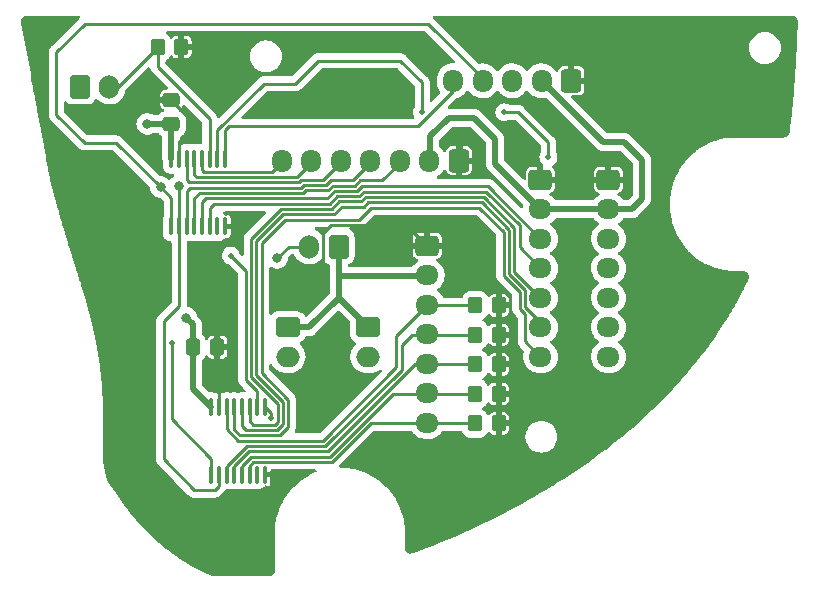
<source format=gtl>
%TF.GenerationSoftware,KiCad,Pcbnew,7.0.6*%
%TF.CreationDate,2023-07-13T14:44:58+02:00*%
%TF.ProjectId,LH_HeadLogicBoard_FreeJoy,4c485f48-6561-4644-9c6f-676963426f61,rev?*%
%TF.SameCoordinates,Original*%
%TF.FileFunction,Copper,L1,Top*%
%TF.FilePolarity,Positive*%
%FSLAX46Y46*%
G04 Gerber Fmt 4.6, Leading zero omitted, Abs format (unit mm)*
G04 Created by KiCad (PCBNEW 7.0.6) date 2023-07-13 14:44:58*
%MOMM*%
%LPD*%
G01*
G04 APERTURE LIST*
G04 Aperture macros list*
%AMRoundRect*
0 Rectangle with rounded corners*
0 $1 Rounding radius*
0 $2 $3 $4 $5 $6 $7 $8 $9 X,Y pos of 4 corners*
0 Add a 4 corners polygon primitive as box body*
4,1,4,$2,$3,$4,$5,$6,$7,$8,$9,$2,$3,0*
0 Add four circle primitives for the rounded corners*
1,1,$1+$1,$2,$3*
1,1,$1+$1,$4,$5*
1,1,$1+$1,$6,$7*
1,1,$1+$1,$8,$9*
0 Add four rect primitives between the rounded corners*
20,1,$1+$1,$2,$3,$4,$5,0*
20,1,$1+$1,$4,$5,$6,$7,0*
20,1,$1+$1,$6,$7,$8,$9,0*
20,1,$1+$1,$8,$9,$2,$3,0*%
G04 Aperture macros list end*
%TA.AperFunction,SMDPad,CuDef*%
%ADD10RoundRect,0.250000X-0.350000X-0.450000X0.350000X-0.450000X0.350000X0.450000X-0.350000X0.450000X0*%
%TD*%
%TA.AperFunction,SMDPad,CuDef*%
%ADD11RoundRect,0.250000X-0.337500X-0.475000X0.337500X-0.475000X0.337500X0.475000X-0.337500X0.475000X0*%
%TD*%
%TA.AperFunction,SMDPad,CuDef*%
%ADD12RoundRect,0.250000X0.475000X-0.337500X0.475000X0.337500X-0.475000X0.337500X-0.475000X-0.337500X0*%
%TD*%
%TA.AperFunction,ComponentPad*%
%ADD13RoundRect,0.250000X-0.725000X0.600000X-0.725000X-0.600000X0.725000X-0.600000X0.725000X0.600000X0*%
%TD*%
%TA.AperFunction,ComponentPad*%
%ADD14O,1.950000X1.700000*%
%TD*%
%TA.AperFunction,ComponentPad*%
%ADD15RoundRect,0.250000X0.600000X0.725000X-0.600000X0.725000X-0.600000X-0.725000X0.600000X-0.725000X0*%
%TD*%
%TA.AperFunction,ComponentPad*%
%ADD16O,1.700000X1.950000*%
%TD*%
%TA.AperFunction,ComponentPad*%
%ADD17RoundRect,0.250000X0.600000X0.750000X-0.600000X0.750000X-0.600000X-0.750000X0.600000X-0.750000X0*%
%TD*%
%TA.AperFunction,ComponentPad*%
%ADD18O,1.700000X2.000000*%
%TD*%
%TA.AperFunction,SMDPad,CuDef*%
%ADD19RoundRect,0.100000X0.100000X-0.637500X0.100000X0.637500X-0.100000X0.637500X-0.100000X-0.637500X0*%
%TD*%
%TA.AperFunction,ComponentPad*%
%ADD20RoundRect,0.250000X-0.600000X-0.750000X0.600000X-0.750000X0.600000X0.750000X-0.600000X0.750000X0*%
%TD*%
%TA.AperFunction,ComponentPad*%
%ADD21RoundRect,0.250000X-0.750000X0.600000X-0.750000X-0.600000X0.750000X-0.600000X0.750000X0.600000X0*%
%TD*%
%TA.AperFunction,ComponentPad*%
%ADD22O,2.000000X1.700000*%
%TD*%
%TA.AperFunction,ViaPad*%
%ADD23C,0.800000*%
%TD*%
%TA.AperFunction,ViaPad*%
%ADD24C,0.500000*%
%TD*%
%TA.AperFunction,Conductor*%
%ADD25C,0.250000*%
%TD*%
%TA.AperFunction,Conductor*%
%ADD26C,0.500000*%
%TD*%
G04 APERTURE END LIST*
D10*
X59750000Y-65250000D03*
X61750000Y-65250000D03*
X59750000Y-62750000D03*
X61750000Y-62750000D03*
D11*
X35862500Y-58800000D03*
X37937500Y-58800000D03*
D12*
X34050000Y-39912500D03*
X34050000Y-37837500D03*
D13*
X71050000Y-44600000D03*
D14*
X71050000Y-47100000D03*
X71050000Y-49600000D03*
X71050000Y-52100000D03*
X71050000Y-54600000D03*
X71050000Y-57100000D03*
X71050000Y-59600000D03*
D10*
X59750000Y-60250000D03*
X61750000Y-60250000D03*
D15*
X67900000Y-36250000D03*
D16*
X65400000Y-36250000D03*
X62900000Y-36250000D03*
X60400000Y-36250000D03*
X57900000Y-36250000D03*
D10*
X59750000Y-57750000D03*
X61750000Y-57750000D03*
D15*
X58400000Y-43000000D03*
D16*
X55900000Y-43000000D03*
X53400000Y-43000000D03*
X50900000Y-43000000D03*
X48400000Y-43000000D03*
X45900000Y-43000000D03*
X43400000Y-43000000D03*
D10*
X32900000Y-33375000D03*
X34900000Y-33375000D03*
D17*
X48200000Y-50275000D03*
D18*
X45700000Y-50275000D03*
D10*
X59775000Y-55250000D03*
X61775000Y-55250000D03*
D13*
X55700000Y-50200000D03*
D14*
X55700000Y-52700000D03*
X55700000Y-55200000D03*
X55700000Y-57700000D03*
X55700000Y-60200000D03*
X55700000Y-62700000D03*
X55700000Y-65200000D03*
D19*
X37425000Y-69587500D03*
X38075000Y-69587500D03*
X38725000Y-69587500D03*
X39375000Y-69587500D03*
X40025000Y-69587500D03*
X40675000Y-69587500D03*
X41325000Y-69587500D03*
X41975000Y-69587500D03*
X41975000Y-63862500D03*
X41325000Y-63862500D03*
X40675000Y-63862500D03*
X40025000Y-63862500D03*
X39375000Y-63862500D03*
X38725000Y-63862500D03*
X38075000Y-63862500D03*
X37425000Y-63862500D03*
D20*
X26300000Y-36725000D03*
D18*
X28800000Y-36725000D03*
D19*
X34050000Y-48569000D03*
X34700000Y-48569000D03*
X35350000Y-48569000D03*
X36000000Y-48569000D03*
X36650000Y-48569000D03*
X37300000Y-48569000D03*
X37950000Y-48569000D03*
X38600000Y-48569000D03*
X38600000Y-42844000D03*
X37950000Y-42844000D03*
X37300000Y-42844000D03*
X36650000Y-42844000D03*
X36000000Y-42844000D03*
X35350000Y-42844000D03*
X34700000Y-42844000D03*
X34050000Y-42844000D03*
D21*
X43900000Y-57100000D03*
D22*
X43900000Y-59600000D03*
D21*
X50700000Y-57100000D03*
D22*
X50700000Y-59600000D03*
D13*
X65300000Y-44600000D03*
D14*
X65300000Y-47100000D03*
X65300000Y-49600000D03*
X65300000Y-52100000D03*
X65300000Y-54600000D03*
X65300000Y-57100000D03*
X65300000Y-59600000D03*
D23*
X58420000Y-40894000D03*
X37084000Y-35814000D03*
X50000000Y-36000000D03*
X39000000Y-73500000D03*
X46900000Y-63500000D03*
X66200000Y-39200000D03*
X41250000Y-38750000D03*
X32258000Y-36830000D03*
X38150000Y-53350000D03*
X44300000Y-54800000D03*
X32004000Y-39878000D03*
X35300000Y-56300000D03*
X33150000Y-45250000D03*
D24*
X34100000Y-58400000D03*
D23*
X34700000Y-45110000D03*
X43000000Y-51250000D03*
D24*
X62240000Y-38910000D03*
X55276767Y-38906767D03*
X65975689Y-42724847D03*
X42475500Y-64775500D03*
X39065000Y-51035000D03*
D25*
X55700000Y-50238000D02*
X53912000Y-48450000D01*
D26*
X58450000Y-43100000D02*
X58450000Y-40924000D01*
D25*
X34700000Y-41400000D02*
X35400000Y-40700000D01*
D26*
X58450000Y-40924000D02*
X58420000Y-40894000D01*
D25*
X35400000Y-40700000D02*
X35400000Y-39187500D01*
X46900000Y-49100000D02*
X46900000Y-51472000D01*
X38075000Y-61625000D02*
X38075000Y-63862500D01*
X35400000Y-39187500D02*
X34050000Y-37837500D01*
X34700000Y-42844000D02*
X34700000Y-41400000D01*
X53912000Y-48450000D02*
X47550000Y-48450000D01*
X47550000Y-48450000D02*
X46900000Y-49100000D01*
D26*
X48200000Y-50275000D02*
X48200000Y-52638000D01*
X73042000Y-47100000D02*
X73914000Y-46228000D01*
X55700000Y-52738000D02*
X48300000Y-52738000D01*
X35862500Y-58800000D02*
X35862500Y-62300000D01*
X71050000Y-47100000D02*
X73042000Y-47100000D01*
X35862500Y-62300000D02*
X37425000Y-63862500D01*
X61468000Y-41148000D02*
X59690000Y-39370000D01*
X32004000Y-39878000D02*
X34015500Y-39878000D01*
X55950000Y-40951000D02*
X55950000Y-43100000D01*
X48200000Y-52638000D02*
X48200000Y-54600000D01*
X65300000Y-47100000D02*
X61468000Y-43268000D01*
X48300000Y-52738000D02*
X48200000Y-52638000D01*
X48200000Y-54600000D02*
X50700000Y-57100000D01*
X72390000Y-41402000D02*
X70552000Y-41402000D01*
X48200000Y-54600000D02*
X45700000Y-57100000D01*
X57531000Y-39370000D02*
X55950000Y-40951000D01*
X73914000Y-46228000D02*
X73914000Y-42926000D01*
X45700000Y-57100000D02*
X43900000Y-57100000D01*
X34050000Y-39912500D02*
X34045000Y-39917500D01*
X70552000Y-41402000D02*
X65400000Y-36250000D01*
X71050000Y-47100000D02*
X65300000Y-47100000D01*
X73914000Y-42926000D02*
X72390000Y-41402000D01*
X34015500Y-39878000D02*
X34050000Y-39912500D01*
X61468000Y-43268000D02*
X61468000Y-41148000D01*
X35862500Y-56862500D02*
X35300000Y-56300000D01*
X34045000Y-39917500D02*
X34045000Y-42836500D01*
X59690000Y-39370000D02*
X57531000Y-39370000D01*
X35862500Y-58800000D02*
X35862500Y-56862500D01*
D25*
X57900000Y-37096000D02*
X57900000Y-36250000D01*
X38600000Y-42836500D02*
X38600000Y-40410000D01*
X38910000Y-40100000D02*
X54896000Y-40100000D01*
X54896000Y-40100000D02*
X57900000Y-37096000D01*
X38600000Y-40410000D02*
X38910000Y-40100000D01*
X60400000Y-36250000D02*
X60400000Y-36016000D01*
X33150000Y-45250000D02*
X34050000Y-46150000D01*
X26700000Y-31400000D02*
X24300000Y-33800000D01*
X34100000Y-58400000D02*
X34100000Y-64900000D01*
X24300000Y-39100000D02*
X26700000Y-41500000D01*
X34100000Y-64900000D02*
X37425000Y-68225000D01*
X60400000Y-36016000D02*
X55784000Y-31400000D01*
X24300000Y-33800000D02*
X24300000Y-39100000D01*
X26700000Y-41500000D02*
X29400000Y-41500000D01*
X55784000Y-31400000D02*
X26700000Y-31400000D01*
X37425000Y-68225000D02*
X37425000Y-69595000D01*
X34050000Y-46150000D02*
X34050000Y-48569000D01*
X29400000Y-41500000D02*
X33150000Y-45250000D01*
X33400000Y-56600000D02*
X33400000Y-68300000D01*
X34700000Y-45110000D02*
X34700000Y-55300000D01*
X37700000Y-70900000D02*
X38075000Y-70525000D01*
X33400000Y-68300000D02*
X36000000Y-70900000D01*
X38075000Y-70525000D02*
X38075000Y-69595000D01*
X36000000Y-70900000D02*
X37700000Y-70900000D01*
X34700000Y-55300000D02*
X33400000Y-56600000D01*
X47530698Y-44655698D02*
X47111396Y-45075000D01*
X35350000Y-45540000D02*
X35350000Y-48576500D01*
X47111396Y-45075000D02*
X45261396Y-45075000D01*
X35590000Y-45300000D02*
X35350000Y-45540000D01*
X49394302Y-44655698D02*
X47530698Y-44655698D01*
X45261396Y-45075000D02*
X45036396Y-45300000D01*
X45036396Y-45300000D02*
X35590000Y-45300000D01*
X50950000Y-43100000D02*
X49394302Y-44655698D01*
X36450000Y-45750000D02*
X36000000Y-46200000D01*
X50018198Y-44668198D02*
X49580698Y-45105698D01*
X53450000Y-43100000D02*
X51881802Y-44668198D01*
X45222792Y-45750000D02*
X36450000Y-45750000D01*
X51881802Y-44668198D02*
X50018198Y-44668198D01*
X47717094Y-45105698D02*
X47297792Y-45525000D01*
X45447792Y-45525000D02*
X45222792Y-45750000D01*
X47297792Y-45525000D02*
X45447792Y-45525000D01*
X49580698Y-45105698D02*
X47717094Y-45105698D01*
X36000000Y-46200000D02*
X36000000Y-48576500D01*
X49767094Y-45555698D02*
X47903490Y-45555698D01*
X47259188Y-46200000D02*
X36970000Y-46200000D01*
X36650000Y-46520000D02*
X36650000Y-48576500D01*
X36970000Y-46200000D02*
X36650000Y-46520000D01*
X65300000Y-49600000D02*
X60870000Y-45170000D01*
X60870000Y-45170000D02*
X50152792Y-45170000D01*
X50152792Y-45170000D02*
X49767094Y-45555698D01*
X47903490Y-45555698D02*
X47259188Y-46200000D01*
X63541802Y-48478198D02*
X60683604Y-45620000D01*
X63541802Y-50341802D02*
X63541802Y-48478198D01*
X37620000Y-46650000D02*
X37300000Y-46970000D01*
X48089886Y-46005698D02*
X47445584Y-46650000D01*
X49954302Y-46005698D02*
X48089886Y-46005698D01*
X47445584Y-46650000D02*
X37620000Y-46650000D01*
X50340000Y-45620000D02*
X49954302Y-46005698D01*
X65300000Y-52100000D02*
X63541802Y-50341802D01*
X37300000Y-46970000D02*
X37300000Y-48576500D01*
X60683604Y-45620000D02*
X50340000Y-45620000D01*
X32900000Y-35061827D02*
X37300000Y-39461827D01*
X29550000Y-36725000D02*
X32900000Y-33375000D01*
X28800000Y-36725000D02*
X29550000Y-36725000D01*
X37300000Y-39461827D02*
X37300000Y-42836500D01*
X32900000Y-33375000D02*
X32900000Y-35061827D01*
X42603500Y-43946500D02*
X36796500Y-43946500D01*
X43450000Y-43100000D02*
X42603500Y-43946500D01*
X36650000Y-43800000D02*
X36650000Y-42836500D01*
X36796500Y-43946500D02*
X36650000Y-43800000D01*
X43021500Y-44396500D02*
X36216500Y-44396500D01*
X45950000Y-43100000D02*
X44650000Y-44400000D01*
X44650000Y-44400000D02*
X43025000Y-44400000D01*
X36216500Y-44396500D02*
X36000000Y-44180000D01*
X36000000Y-44180000D02*
X36000000Y-42836500D01*
X43025000Y-44400000D02*
X43021500Y-44396500D01*
X35560000Y-44850000D02*
X35350000Y-44640000D01*
X45061396Y-44625000D02*
X44836396Y-44850000D01*
X35350000Y-44640000D02*
X35350000Y-42836500D01*
X46925000Y-44625000D02*
X45061396Y-44625000D01*
X48450000Y-43100000D02*
X46925000Y-44625000D01*
X44836396Y-44850000D02*
X35560000Y-44850000D01*
X43975000Y-50275000D02*
X43000000Y-51250000D01*
X45700000Y-50275000D02*
X43975000Y-50275000D01*
X43000000Y-51250000D02*
X43000000Y-51000000D01*
X53550000Y-60686396D02*
X47086396Y-67150000D01*
X38725000Y-68865812D02*
X38725000Y-69595000D01*
X59738000Y-57738000D02*
X54462000Y-57738000D01*
X54462000Y-57738000D02*
X53550000Y-58650000D01*
X53550000Y-58650000D02*
X53550000Y-60686396D01*
X47086396Y-67150000D02*
X40440812Y-67150000D01*
X59750000Y-57750000D02*
X59738000Y-57738000D01*
X40440812Y-67150000D02*
X38725000Y-68865812D01*
X40627208Y-67600000D02*
X39375000Y-68852208D01*
X39375000Y-68852208D02*
X39375000Y-69595000D01*
X59750000Y-60250000D02*
X59738000Y-60238000D01*
X54634792Y-60238000D02*
X47272792Y-67600000D01*
X47272792Y-67600000D02*
X40627208Y-67600000D01*
X59738000Y-60238000D02*
X54634792Y-60238000D01*
X47459188Y-68050000D02*
X40813604Y-68050000D01*
X59738000Y-62738000D02*
X52771188Y-62738000D01*
X40025000Y-68838604D02*
X40025000Y-69595000D01*
X59750000Y-62750000D02*
X59738000Y-62738000D01*
X52771188Y-62738000D02*
X47459188Y-68050000D01*
X40813604Y-68050000D02*
X40025000Y-68838604D01*
X40675000Y-68825000D02*
X40675000Y-69595000D01*
X47645584Y-68500000D02*
X41000000Y-68500000D01*
X59738000Y-65238000D02*
X50907584Y-65238000D01*
X41000000Y-68500000D02*
X40675000Y-68825000D01*
X59750000Y-65250000D02*
X59738000Y-65238000D01*
X50907584Y-65238000D02*
X47645584Y-68500000D01*
X43050000Y-65113604D02*
X43050000Y-63598959D01*
X47631980Y-47100000D02*
X48276282Y-46455698D01*
X43300000Y-47100000D02*
X47631980Y-47100000D01*
X40675000Y-65075000D02*
X40950000Y-65350000D01*
X48276282Y-46455698D02*
X50144302Y-46455698D01*
X50530000Y-46070000D02*
X60497208Y-46070000D01*
X40950000Y-65350000D02*
X42813604Y-65350000D01*
X63091802Y-48664594D02*
X63091802Y-52391802D01*
X40800000Y-49600000D02*
X43300000Y-47100000D01*
X43050000Y-63598959D02*
X40800000Y-61348959D01*
X40675000Y-63855000D02*
X40675000Y-65075000D01*
X40800000Y-61348959D02*
X40800000Y-49600000D01*
X63091802Y-52391802D02*
X65300000Y-54600000D01*
X60497208Y-46070000D02*
X63091802Y-48664594D01*
X42813604Y-65350000D02*
X43050000Y-65113604D01*
X50144302Y-46455698D02*
X50530000Y-46070000D01*
X50344302Y-46905698D02*
X48462678Y-46905698D01*
X64000000Y-53936396D02*
X62641802Y-52578198D01*
X62641802Y-52578198D02*
X62641802Y-48850990D01*
X60310812Y-46520000D02*
X50730000Y-46520000D01*
X40025000Y-65425000D02*
X40025000Y-63855000D01*
X47818376Y-47550000D02*
X43486396Y-47550000D01*
X43000000Y-65800000D02*
X40400000Y-65800000D01*
X65300000Y-57100000D02*
X65300000Y-56661827D01*
X43486396Y-47550000D02*
X41250000Y-49786396D01*
X43500000Y-65300000D02*
X43000000Y-65800000D01*
X62641802Y-48850990D02*
X60310812Y-46520000D01*
X40400000Y-65800000D02*
X40025000Y-65425000D01*
X41250000Y-49786396D02*
X41250000Y-61162563D01*
X48462678Y-46905698D02*
X47818376Y-47550000D01*
X41250000Y-61162563D02*
X43500000Y-63412563D01*
X50730000Y-46520000D02*
X50344302Y-46905698D01*
X65300000Y-56661827D02*
X64000000Y-55361827D01*
X43500000Y-63412563D02*
X43500000Y-65300000D01*
X64000000Y-55361827D02*
X64000000Y-53936396D01*
X43950000Y-63226167D02*
X43950000Y-65550000D01*
X65300000Y-59600000D02*
X64000000Y-58300000D01*
X63550000Y-55548223D02*
X63550000Y-54122792D01*
X39850000Y-66250000D02*
X39375000Y-65775000D01*
X43672792Y-48000000D02*
X41700000Y-49972792D01*
X63550000Y-54122792D02*
X62191802Y-52764594D01*
X49960000Y-48000000D02*
X43672792Y-48000000D01*
X62191802Y-49037386D02*
X60124416Y-46970000D01*
X60124416Y-46970000D02*
X50990000Y-46970000D01*
X43250000Y-66250000D02*
X39850000Y-66250000D01*
X62191802Y-52764594D02*
X62191802Y-49037386D01*
X50990000Y-46970000D02*
X49960000Y-48000000D01*
X43950000Y-65550000D02*
X43250000Y-66250000D01*
X41700000Y-60976167D02*
X43950000Y-63226167D01*
X64000000Y-58300000D02*
X64000000Y-55998223D01*
X64000000Y-55998223D02*
X63550000Y-55548223D01*
X39375000Y-65775000D02*
X39375000Y-63855000D01*
X41700000Y-49972792D02*
X41700000Y-60976167D01*
X55688000Y-55250000D02*
X53100000Y-57838000D01*
X53100000Y-57838000D02*
X53100000Y-60500000D01*
X46900000Y-66700000D02*
X39663604Y-66700000D01*
X38725000Y-65761396D02*
X38725000Y-63855000D01*
X53100000Y-60500000D02*
X46900000Y-66700000D01*
X39663604Y-66700000D02*
X38725000Y-65761396D01*
D26*
X59875000Y-55263000D02*
X59900000Y-55238000D01*
D25*
X59775000Y-55250000D02*
X55688000Y-55250000D01*
X42475500Y-64355500D02*
X41975000Y-63855000D01*
X53444000Y-34544000D02*
X46472396Y-34544000D01*
X41873604Y-36500000D02*
X37950000Y-40423604D01*
X62240000Y-38910000D02*
X63422396Y-38910000D01*
X44516396Y-36500000D02*
X41873604Y-36500000D01*
X37950000Y-40423604D02*
X37950000Y-42836500D01*
X63422396Y-38910000D02*
X65975689Y-41463293D01*
X55276767Y-36376767D02*
X53444000Y-34544000D01*
X65975689Y-41463293D02*
X65975689Y-42724847D01*
X42475500Y-64775500D02*
X42475500Y-64355500D01*
X46472396Y-34544000D02*
X44516396Y-36500000D01*
X55276767Y-38906767D02*
X55276767Y-36376767D01*
X39065000Y-51035000D02*
X40349000Y-52319000D01*
X40349000Y-61556000D02*
X41325000Y-62532000D01*
X41325000Y-62532000D02*
X41325000Y-63855000D01*
X40349000Y-52319000D02*
X40349000Y-61556000D01*
%TA.AperFunction,Conductor*%
G36*
X26247408Y-30734194D02*
G01*
X26293901Y-30787850D01*
X26304005Y-30858124D01*
X26274511Y-30922704D01*
X26265542Y-30932040D01*
X26262894Y-30934526D01*
X26232808Y-30970892D01*
X26228812Y-30975283D01*
X23911336Y-33292757D01*
X23898901Y-33302721D01*
X23899089Y-33302948D01*
X23892980Y-33308001D01*
X23845016Y-33359078D01*
X23823866Y-33380227D01*
X23819560Y-33385777D01*
X23815714Y-33390279D01*
X23783417Y-33424674D01*
X23783411Y-33424683D01*
X23773651Y-33442435D01*
X23762803Y-33458950D01*
X23750386Y-33474958D01*
X23731645Y-33518264D01*
X23729034Y-33523594D01*
X23706305Y-33564939D01*
X23706303Y-33564944D01*
X23701267Y-33584559D01*
X23694864Y-33603262D01*
X23686819Y-33621852D01*
X23679437Y-33668456D01*
X23678233Y-33674268D01*
X23666500Y-33719968D01*
X23666500Y-33740223D01*
X23664949Y-33759933D01*
X23661780Y-33779942D01*
X23661779Y-33779946D01*
X23666219Y-33826919D01*
X23666499Y-33832850D01*
X23666500Y-39016146D01*
X23664751Y-39031988D01*
X23665044Y-39032016D01*
X23664298Y-39039907D01*
X23664298Y-39039909D01*
X23666171Y-39099498D01*
X23666500Y-39109957D01*
X23666500Y-39139851D01*
X23666501Y-39139872D01*
X23667378Y-39146820D01*
X23667844Y-39152732D01*
X23669326Y-39199888D01*
X23669327Y-39199893D01*
X23674977Y-39219339D01*
X23678986Y-39238697D01*
X23681525Y-39258793D01*
X23681526Y-39258799D01*
X23698893Y-39302662D01*
X23700816Y-39308279D01*
X23713982Y-39353593D01*
X23724294Y-39371031D01*
X23732988Y-39388779D01*
X23740444Y-39407609D01*
X23740450Y-39407620D01*
X23768177Y-39445783D01*
X23771437Y-39450746D01*
X23795460Y-39491365D01*
X23809779Y-39505684D01*
X23822617Y-39520714D01*
X23825336Y-39524456D01*
X23834528Y-39537107D01*
X23842256Y-39543500D01*
X23870886Y-39567185D01*
X23875267Y-39571171D01*
X25034356Y-40730260D01*
X26192753Y-41888657D01*
X26202720Y-41901097D01*
X26202947Y-41900910D01*
X26207999Y-41907017D01*
X26208000Y-41907018D01*
X26259095Y-41954999D01*
X26280231Y-41976135D01*
X26285770Y-41980431D01*
X26290282Y-41984285D01*
X26324678Y-42016585D01*
X26324682Y-42016588D01*
X26342430Y-42026345D01*
X26358957Y-42037201D01*
X26373099Y-42048171D01*
X26374960Y-42049614D01*
X26418259Y-42068351D01*
X26423585Y-42070960D01*
X26464935Y-42093693D01*
X26464938Y-42093694D01*
X26464940Y-42093695D01*
X26484562Y-42098733D01*
X26503263Y-42105135D01*
X26515814Y-42110567D01*
X26521852Y-42113180D01*
X26521853Y-42113180D01*
X26521855Y-42113181D01*
X26568477Y-42120564D01*
X26574262Y-42121763D01*
X26619970Y-42133500D01*
X26640224Y-42133500D01*
X26659934Y-42135051D01*
X26662141Y-42135400D01*
X26679943Y-42138220D01*
X26713870Y-42135012D01*
X26726917Y-42133780D01*
X26732850Y-42133500D01*
X29085406Y-42133500D01*
X29153527Y-42153502D01*
X29174501Y-42170405D01*
X32202877Y-45198782D01*
X32236903Y-45261094D01*
X32239092Y-45274706D01*
X32256457Y-45439927D01*
X32266677Y-45471380D01*
X32315473Y-45621556D01*
X32315476Y-45621561D01*
X32410958Y-45786941D01*
X32410965Y-45786951D01*
X32538744Y-45928864D01*
X32545857Y-45934032D01*
X32693248Y-46041118D01*
X32867712Y-46118794D01*
X33054513Y-46158500D01*
X33110406Y-46158500D01*
X33178527Y-46178502D01*
X33199501Y-46195405D01*
X33379595Y-46375499D01*
X33413621Y-46437811D01*
X33416500Y-46464594D01*
X33416500Y-47604331D01*
X33406909Y-47652548D01*
X33357162Y-47772649D01*
X33341500Y-47891612D01*
X33341500Y-49246383D01*
X33341501Y-49246392D01*
X33350963Y-49318264D01*
X33357162Y-49365350D01*
X33417827Y-49511809D01*
X33418477Y-49513378D01*
X33447958Y-49551797D01*
X33516013Y-49640487D01*
X33643124Y-49738024D01*
X33791150Y-49799338D01*
X33910115Y-49815000D01*
X33940498Y-49814999D01*
X34008618Y-49834999D01*
X34055112Y-49888653D01*
X34066500Y-49940999D01*
X34066500Y-54985404D01*
X34046498Y-55053525D01*
X34029595Y-55074499D01*
X33011336Y-56092757D01*
X32998901Y-56102721D01*
X32999089Y-56102948D01*
X32992980Y-56108001D01*
X32945015Y-56159079D01*
X32923866Y-56180227D01*
X32919560Y-56185777D01*
X32915714Y-56190279D01*
X32883417Y-56224674D01*
X32883411Y-56224683D01*
X32873651Y-56242435D01*
X32862803Y-56258950D01*
X32850386Y-56274958D01*
X32831645Y-56318264D01*
X32829034Y-56323594D01*
X32806305Y-56364939D01*
X32806303Y-56364944D01*
X32801267Y-56384559D01*
X32794864Y-56403262D01*
X32786819Y-56421852D01*
X32779437Y-56468456D01*
X32778233Y-56474268D01*
X32766500Y-56519968D01*
X32766500Y-56540223D01*
X32764949Y-56559933D01*
X32761780Y-56579941D01*
X32761779Y-56579943D01*
X32766219Y-56626915D01*
X32766499Y-56632846D01*
X32766499Y-68216146D01*
X32764751Y-68231988D01*
X32765044Y-68232016D01*
X32764298Y-68239907D01*
X32766500Y-68309957D01*
X32766500Y-68339851D01*
X32766501Y-68339872D01*
X32767378Y-68346820D01*
X32767844Y-68352732D01*
X32769326Y-68399888D01*
X32769327Y-68399893D01*
X32774977Y-68419339D01*
X32778986Y-68438697D01*
X32781525Y-68458793D01*
X32781526Y-68458799D01*
X32798893Y-68502662D01*
X32800816Y-68508279D01*
X32813982Y-68553593D01*
X32824294Y-68571031D01*
X32832988Y-68588779D01*
X32840444Y-68607609D01*
X32840450Y-68607620D01*
X32868177Y-68645783D01*
X32871437Y-68650746D01*
X32895460Y-68691365D01*
X32909779Y-68705684D01*
X32922617Y-68720714D01*
X32925122Y-68724161D01*
X32934528Y-68737107D01*
X32962794Y-68760491D01*
X32970886Y-68767185D01*
X32975267Y-68771171D01*
X34303598Y-70099502D01*
X35492753Y-71288657D01*
X35502720Y-71301097D01*
X35502947Y-71300910D01*
X35507999Y-71307017D01*
X35508000Y-71307018D01*
X35559094Y-71354998D01*
X35559095Y-71354999D01*
X35580225Y-71376130D01*
X35585768Y-71380430D01*
X35590281Y-71384285D01*
X35624679Y-71416586D01*
X35624680Y-71416586D01*
X35624682Y-71416588D01*
X35642429Y-71426344D01*
X35658959Y-71437202D01*
X35674959Y-71449613D01*
X35697925Y-71459551D01*
X35718251Y-71468347D01*
X35723585Y-71470959D01*
X35764940Y-71493695D01*
X35784562Y-71498733D01*
X35803263Y-71505135D01*
X35815814Y-71510567D01*
X35821852Y-71513180D01*
X35821853Y-71513180D01*
X35821855Y-71513181D01*
X35868477Y-71520564D01*
X35874262Y-71521763D01*
X35919970Y-71533500D01*
X35940224Y-71533500D01*
X35959934Y-71535051D01*
X35962141Y-71535400D01*
X35979943Y-71538220D01*
X36014472Y-71534956D01*
X36026917Y-71533780D01*
X36032850Y-71533500D01*
X37616147Y-71533500D01*
X37631988Y-71535249D01*
X37632016Y-71534956D01*
X37639902Y-71535700D01*
X37639909Y-71535702D01*
X37709958Y-71533500D01*
X37739856Y-71533500D01*
X37746818Y-71532619D01*
X37752719Y-71532154D01*
X37799889Y-71530673D01*
X37819347Y-71525019D01*
X37838694Y-71521013D01*
X37858797Y-71518474D01*
X37902679Y-71501099D01*
X37908274Y-71499183D01*
X37936816Y-71490891D01*
X37953591Y-71486019D01*
X37953595Y-71486017D01*
X37971026Y-71475708D01*
X37988780Y-71467009D01*
X38007617Y-71459552D01*
X38045786Y-71431818D01*
X38050744Y-71428562D01*
X38091362Y-71404542D01*
X38105685Y-71390218D01*
X38120724Y-71377374D01*
X38122431Y-71376134D01*
X38137107Y-71365472D01*
X38167202Y-71329092D01*
X38171161Y-71324742D01*
X38463661Y-71032242D01*
X38476096Y-71022281D01*
X38475909Y-71022054D01*
X38482014Y-71017003D01*
X38482015Y-71017001D01*
X38482018Y-71017000D01*
X38529984Y-70965920D01*
X38551135Y-70944770D01*
X38555445Y-70939212D01*
X38559274Y-70934729D01*
X38591586Y-70900321D01*
X38592419Y-70898804D01*
X38593387Y-70897842D01*
X38596247Y-70893906D01*
X38596881Y-70894367D01*
X38642760Y-70848744D01*
X38702837Y-70833499D01*
X38864884Y-70833499D01*
X38864892Y-70833498D01*
X38884869Y-70830868D01*
X38983850Y-70817838D01*
X39001780Y-70810410D01*
X39072366Y-70802819D01*
X39098213Y-70810408D01*
X39116150Y-70817838D01*
X39235115Y-70833500D01*
X39514884Y-70833499D01*
X39633850Y-70817838D01*
X39651780Y-70810410D01*
X39722366Y-70802819D01*
X39748213Y-70810408D01*
X39766150Y-70817838D01*
X39885115Y-70833500D01*
X40164884Y-70833499D01*
X40283850Y-70817838D01*
X40301780Y-70810410D01*
X40372366Y-70802819D01*
X40398213Y-70810408D01*
X40416150Y-70817838D01*
X40535115Y-70833500D01*
X40814884Y-70833499D01*
X40933850Y-70817838D01*
X40951780Y-70810410D01*
X41022366Y-70802819D01*
X41048213Y-70810408D01*
X41066150Y-70817838D01*
X41185115Y-70833500D01*
X41464884Y-70833499D01*
X41583850Y-70817838D01*
X41731876Y-70756524D01*
X41858987Y-70658987D01*
X41942348Y-70550349D01*
X41949038Y-70541632D01*
X42006376Y-70499765D01*
X42077247Y-70495544D01*
X42139150Y-70530309D01*
X42147001Y-70545103D01*
X42175000Y-70569324D01*
X42177408Y-70568974D01*
X42283545Y-70517086D01*
X42283547Y-70517085D01*
X42367085Y-70433547D01*
X42367086Y-70433545D01*
X42418973Y-70327408D01*
X42418974Y-70327406D01*
X42428999Y-70258599D01*
X42429000Y-70258591D01*
X42429000Y-69787500D01*
X42159499Y-69787500D01*
X42091378Y-69767498D01*
X42044885Y-69713842D01*
X42033499Y-69661500D01*
X42033499Y-69513500D01*
X42053501Y-69445379D01*
X42107157Y-69398886D01*
X42159499Y-69387500D01*
X42429000Y-69387500D01*
X42429000Y-69259500D01*
X42449002Y-69191379D01*
X42502658Y-69144886D01*
X42555000Y-69133500D01*
X46217546Y-69133500D01*
X46285667Y-69153502D01*
X46332160Y-69207158D01*
X46342264Y-69277432D01*
X46312770Y-69342012D01*
X46268160Y-69374887D01*
X46213448Y-69398886D01*
X45897011Y-69537688D01*
X45496846Y-69754247D01*
X45496841Y-69754250D01*
X45496842Y-69754249D01*
X45359882Y-69843730D01*
X45115931Y-70003111D01*
X44756868Y-70282580D01*
X44422111Y-70590747D01*
X44113944Y-70925504D01*
X44113942Y-70925507D01*
X44078299Y-70971300D01*
X44077314Y-70972008D01*
X44069041Y-70983195D01*
X43926247Y-71166658D01*
X43834475Y-71284567D01*
X43823798Y-71300910D01*
X43799361Y-71338312D01*
X43797136Y-71340210D01*
X43781003Y-71366411D01*
X43585614Y-71665477D01*
X43585613Y-71665478D01*
X43552118Y-71727370D01*
X43548868Y-71730643D01*
X43528711Y-71770622D01*
X43477074Y-71866040D01*
X43369052Y-72065647D01*
X43369052Y-72065648D01*
X43338297Y-72135760D01*
X43334256Y-72140567D01*
X43313155Y-72193078D01*
X43186280Y-72482326D01*
X43186280Y-72482325D01*
X43159414Y-72560583D01*
X43154835Y-72567047D01*
X43135332Y-72630730D01*
X43038541Y-72912673D01*
X43038540Y-72912674D01*
X43016708Y-72998883D01*
X43011861Y-73007086D01*
X42996027Y-73080552D01*
X42926842Y-73353762D01*
X42911182Y-73447600D01*
X42906331Y-73457616D01*
X42895841Y-73539535D01*
X42851950Y-73802568D01*
X42843572Y-73903676D01*
X42839019Y-73915474D01*
X42835238Y-74004241D01*
X42814377Y-74256008D01*
X42814377Y-77691886D01*
X42814040Y-77698396D01*
X42804993Y-77785537D01*
X42800109Y-77809537D01*
X42780593Y-77873046D01*
X42771156Y-77895650D01*
X42733997Y-77964841D01*
X42720364Y-77985193D01*
X42678193Y-78036543D01*
X42660881Y-78053871D01*
X42600241Y-78103769D01*
X42579907Y-78117419D01*
X42521224Y-78149010D01*
X42498998Y-78158355D01*
X42427128Y-78180760D01*
X42402395Y-78185821D01*
X42398659Y-78186202D01*
X42281484Y-78194558D01*
X42277094Y-78194718D01*
X42272482Y-78194724D01*
X42272172Y-78194724D01*
X42272172Y-78194714D01*
X42272098Y-78194724D01*
X42272058Y-78194725D01*
X42272057Y-78194725D01*
X42170740Y-78194790D01*
X42170740Y-78194786D01*
X42170709Y-78194790D01*
X42170700Y-78194791D01*
X42170699Y-78194791D01*
X42141270Y-78194796D01*
X42030533Y-78194771D01*
X41927893Y-78194675D01*
X41803963Y-78194494D01*
X41702606Y-78194328D01*
X41594202Y-78194169D01*
X41474068Y-78194040D01*
X41373449Y-78193977D01*
X41261618Y-78193955D01*
X41261444Y-78193955D01*
X41261420Y-78193955D01*
X41261419Y-78193955D01*
X41225476Y-78193956D01*
X41225475Y-78193956D01*
X41115171Y-78193975D01*
X41115170Y-78193975D01*
X41007626Y-78194008D01*
X41007625Y-78194008D01*
X40896882Y-78194056D01*
X40896881Y-78194056D01*
X40789710Y-78194116D01*
X40789709Y-78194116D01*
X40716375Y-78194169D01*
X40716374Y-78194169D01*
X40567392Y-78194317D01*
X40567391Y-78194317D01*
X40416119Y-78194514D01*
X40416118Y-78194514D01*
X40263517Y-78194755D01*
X40263516Y-78194755D01*
X40110541Y-78195034D01*
X40110540Y-78195034D01*
X39958149Y-78195345D01*
X39958147Y-78195345D01*
X39807298Y-78195681D01*
X39807296Y-78195681D01*
X39658945Y-78196039D01*
X39658943Y-78196039D01*
X39514048Y-78196410D01*
X39514046Y-78196410D01*
X39373564Y-78196790D01*
X39373562Y-78196790D01*
X39238450Y-78197174D01*
X39238448Y-78197174D01*
X39109663Y-78197554D01*
X39109661Y-78197554D01*
X38988160Y-78197926D01*
X38988158Y-78197926D01*
X38874900Y-78198283D01*
X38874898Y-78198283D01*
X38770839Y-78198619D01*
X38770837Y-78198619D01*
X38634091Y-78199074D01*
X38634089Y-78199074D01*
X38521875Y-78199455D01*
X38521873Y-78199455D01*
X38409933Y-78199842D01*
X38409931Y-78199842D01*
X38298257Y-78200235D01*
X38298255Y-78200235D01*
X38186837Y-78200635D01*
X38186835Y-78200635D01*
X38075666Y-78201041D01*
X38075664Y-78201041D01*
X37964734Y-78201454D01*
X37964732Y-78201454D01*
X37854033Y-78201873D01*
X37854030Y-78201873D01*
X37746702Y-78202286D01*
X37740659Y-78202019D01*
X37661503Y-78194703D01*
X37631671Y-78188233D01*
X37474676Y-78133576D01*
X37471798Y-78132495D01*
X37463744Y-78129243D01*
X37370390Y-78090800D01*
X37276269Y-78051282D01*
X37181148Y-78010564D01*
X37087849Y-77969870D01*
X36994765Y-77928525D01*
X36901845Y-77886507D01*
X36809082Y-77843811D01*
X36716616Y-77800501D01*
X36624383Y-77756547D01*
X36532448Y-77711980D01*
X36440640Y-77666716D01*
X36349201Y-77620876D01*
X36257898Y-77574339D01*
X36166976Y-77527233D01*
X36076110Y-77479385D01*
X35985666Y-77430989D01*
X35895494Y-77381965D01*
X35805626Y-77332328D01*
X35716079Y-77282090D01*
X35626762Y-77231198D01*
X35537739Y-77179687D01*
X35449083Y-77127598D01*
X35360665Y-77074857D01*
X35272517Y-77021477D01*
X35184796Y-76967555D01*
X35097261Y-76912942D01*
X35010118Y-76857764D01*
X34923376Y-76802025D01*
X34836865Y-76745619D01*
X34750733Y-76688637D01*
X34750732Y-76688637D01*
X34665040Y-76631120D01*
X34580821Y-76573771D01*
X34579482Y-76572859D01*
X34521930Y-76533103D01*
X34494437Y-76514112D01*
X34409787Y-76454798D01*
X34409786Y-76454797D01*
X34331380Y-76399072D01*
X34315615Y-76387743D01*
X34185515Y-76293639D01*
X34185514Y-76293639D01*
X34043825Y-76188967D01*
X33900384Y-76080705D01*
X33755294Y-75968795D01*
X33608435Y-75853003D01*
X33460017Y-75733352D01*
X33310016Y-75609682D01*
X33289765Y-75592605D01*
X33158446Y-75481865D01*
X33005437Y-75349866D01*
X32851026Y-75213571D01*
X32695167Y-75072800D01*
X32537947Y-74927479D01*
X32379472Y-74777563D01*
X32219702Y-74622865D01*
X32058765Y-74463360D01*
X31896669Y-74298909D01*
X31733406Y-74129351D01*
X31569098Y-73954659D01*
X31403816Y-73774759D01*
X31237529Y-73589463D01*
X31070258Y-73398638D01*
X30902147Y-73202291D01*
X30733186Y-73000252D01*
X30563429Y-72792427D01*
X30392884Y-72578667D01*
X30221668Y-72358953D01*
X30049758Y-72133093D01*
X29877278Y-71901086D01*
X29704217Y-71662754D01*
X29530634Y-71418007D01*
X29356514Y-71166658D01*
X29182108Y-70908894D01*
X29164039Y-70881840D01*
X29092572Y-70774171D01*
X29020956Y-70665202D01*
X28949053Y-70554707D01*
X28877050Y-70442949D01*
X28871044Y-70433545D01*
X28822876Y-70358127D01*
X28822875Y-70358126D01*
X28768815Y-70272848D01*
X28768815Y-70272847D01*
X28714468Y-70186472D01*
X28687718Y-70143635D01*
X28660165Y-70099511D01*
X28607379Y-70014349D01*
X28604547Y-70009270D01*
X28570864Y-69941664D01*
X28561044Y-69914556D01*
X28523760Y-69757316D01*
X28521619Y-69746138D01*
X28521620Y-69746136D01*
X28497545Y-69620449D01*
X28467470Y-69463382D01*
X28465677Y-69454013D01*
X28437727Y-69307982D01*
X28437728Y-69307980D01*
X28411916Y-69173066D01*
X28378285Y-68997210D01*
X28372218Y-68965472D01*
X28353942Y-68869869D01*
X28353941Y-68869868D01*
X28348058Y-68839081D01*
X28322507Y-68705373D01*
X28319831Y-68691365D01*
X28298199Y-68578124D01*
X28298198Y-68578123D01*
X28297056Y-68572142D01*
X28275413Y-68458799D01*
X28270358Y-68432326D01*
X28270357Y-68432325D01*
X28242852Y-68288234D01*
X28242340Y-68285121D01*
X28236065Y-68239909D01*
X28236034Y-68239688D01*
X28235480Y-68233351D01*
X28235118Y-68223422D01*
X28235333Y-68078115D01*
X28235892Y-68040140D01*
X28238170Y-67894120D01*
X28240557Y-67747787D01*
X28240556Y-67747786D01*
X28240592Y-67745620D01*
X28241191Y-67710062D01*
X28243026Y-67601125D01*
X28243025Y-67601123D01*
X28245550Y-67454125D01*
X28245707Y-67445000D01*
X28248101Y-67306772D01*
X28248100Y-67306771D01*
X28248364Y-67291563D01*
X28248363Y-67291546D01*
X28250653Y-67159054D01*
X28250652Y-67159053D01*
X28250915Y-67143883D01*
X28250911Y-67143845D01*
X28253178Y-67010955D01*
X28253177Y-67010953D01*
X28253177Y-67010941D01*
X28253435Y-66995822D01*
X28253429Y-66995771D01*
X28255649Y-66862466D01*
X28255648Y-66862465D01*
X28255900Y-66847381D01*
X28255891Y-66847297D01*
X28256030Y-66838661D01*
X28258038Y-66713573D01*
X28258037Y-66713570D01*
X28258037Y-66713557D01*
X28258206Y-66703058D01*
X28258199Y-66702949D01*
X28259939Y-66588993D01*
X28259966Y-66588863D01*
X28261447Y-66485531D01*
X28262109Y-66439273D01*
X28262139Y-66439129D01*
X28262461Y-66414717D01*
X28262462Y-66414717D01*
X28264119Y-66289115D01*
X28264153Y-66288953D01*
X28264443Y-66264531D01*
X28264445Y-66264530D01*
X28266240Y-66113691D01*
X28267816Y-65962578D01*
X28267815Y-65962577D01*
X28268077Y-65937490D01*
X28268037Y-65937278D01*
X28269147Y-65810983D01*
X28269146Y-65810982D01*
X28269275Y-65796380D01*
X28269249Y-65796145D01*
X28270207Y-65658893D01*
X28270206Y-65658892D01*
X28270206Y-65658886D01*
X28270380Y-65633982D01*
X28270331Y-65633729D01*
X28270893Y-65520930D01*
X28270927Y-65520661D01*
X28271330Y-65378269D01*
X28271388Y-65377981D01*
X28271401Y-65353371D01*
X28271402Y-65353371D01*
X28271485Y-65199519D01*
X28271484Y-65199518D01*
X28271498Y-65174911D01*
X28271435Y-65174600D01*
X28271186Y-65045317D01*
X28271185Y-65045314D01*
X28271184Y-65045161D01*
X28271166Y-65035710D01*
X28271139Y-65035393D01*
X28270480Y-64890555D01*
X28270479Y-64890554D01*
X28270416Y-64876555D01*
X28270373Y-64876207D01*
X28269525Y-64760619D01*
X28269596Y-64760251D01*
X28268892Y-64691765D01*
X28267736Y-64579296D01*
X28267735Y-64579294D01*
X28267594Y-64565535D01*
X28267546Y-64565146D01*
X28267180Y-64537744D01*
X28265645Y-64422773D01*
X28265644Y-64422772D01*
X28265324Y-64398765D01*
X28265238Y-64398362D01*
X28263462Y-64291325D01*
X28263540Y-64290905D01*
X28263039Y-64265835D01*
X28263040Y-64265835D01*
X28259885Y-64107879D01*
X28259618Y-64094504D01*
X28259559Y-64094069D01*
X28256163Y-63949480D01*
X28255609Y-63925891D01*
X28255508Y-63925434D01*
X28252548Y-63816445D01*
X28252632Y-63815971D01*
X28251847Y-63790627D01*
X28251848Y-63790627D01*
X28246897Y-63630717D01*
X28246896Y-63630715D01*
X28246635Y-63622266D01*
X28246584Y-63621784D01*
X28244429Y-63560047D01*
X28241298Y-63470325D01*
X28241297Y-63470324D01*
X28240851Y-63457523D01*
X28240780Y-63457034D01*
X28234123Y-63286168D01*
X28234018Y-63285717D01*
X28230836Y-63211079D01*
X28230903Y-63210678D01*
X28229708Y-63184595D01*
X28223995Y-63059923D01*
X28223994Y-63059921D01*
X28223417Y-63047330D01*
X28223357Y-63046939D01*
X28217882Y-62935343D01*
X28217881Y-62935342D01*
X28216762Y-62912531D01*
X28216666Y-62912127D01*
X28212764Y-62837634D01*
X28212829Y-62837217D01*
X28211367Y-62810999D01*
X28211369Y-62810998D01*
X28204420Y-62686291D01*
X28204419Y-62686289D01*
X28204409Y-62686133D01*
X28203736Y-62674042D01*
X28203670Y-62673628D01*
X28202838Y-62659562D01*
X28198110Y-62579595D01*
X28195731Y-62539356D01*
X28195626Y-62538930D01*
X28190339Y-62454426D01*
X28189269Y-62437320D01*
X28189268Y-62437319D01*
X28188270Y-62421362D01*
X28188184Y-62420926D01*
X28182154Y-62329663D01*
X28182184Y-62329228D01*
X28180163Y-62300206D01*
X28172376Y-62188348D01*
X28172375Y-62188347D01*
X28170840Y-62166286D01*
X28170727Y-62165844D01*
X28169243Y-62145574D01*
X28165269Y-62091302D01*
X28165334Y-62090851D01*
X28163273Y-62064032D01*
X28163274Y-62064032D01*
X28153688Y-61939296D01*
X28153687Y-61939294D01*
X28153683Y-61939253D01*
X28152802Y-61927780D01*
X28152724Y-61927336D01*
X28144681Y-61827467D01*
X28144690Y-61827005D01*
X28142350Y-61799230D01*
X28133153Y-61690083D01*
X28133152Y-61690082D01*
X28131338Y-61668549D01*
X28131216Y-61668091D01*
X28123714Y-61582880D01*
X28123738Y-61582411D01*
X28121171Y-61554455D01*
X28110718Y-61440632D01*
X28110717Y-61440630D01*
X28110715Y-61440618D01*
X28109707Y-61429633D01*
X28109620Y-61429169D01*
X28098771Y-61315792D01*
X28098770Y-61315791D01*
X28096742Y-61294593D01*
X28096625Y-61294167D01*
X28093314Y-61260787D01*
X28088843Y-61215708D01*
X28088841Y-61215706D01*
X28087371Y-61200878D01*
X28087284Y-61200493D01*
X28086982Y-61197546D01*
X28080442Y-61133639D01*
X28080458Y-61133237D01*
X28065854Y-60994823D01*
X28065745Y-60994440D01*
X28059175Y-60933990D01*
X28059188Y-60933593D01*
X28057226Y-60916057D01*
X28057227Y-60916056D01*
X28046035Y-60816022D01*
X28046034Y-60816020D01*
X28046028Y-60815968D01*
X28044863Y-60805555D01*
X28044784Y-60805165D01*
X28037854Y-60744963D01*
X28037899Y-60744562D01*
X28034569Y-60716421D01*
X28034570Y-60716421D01*
X28022742Y-60616470D01*
X28022741Y-60616468D01*
X28021528Y-60606217D01*
X28021447Y-60605830D01*
X28020665Y-60599398D01*
X28010615Y-60516743D01*
X28010614Y-60516742D01*
X28008138Y-60496379D01*
X28008022Y-60495987D01*
X28007316Y-60490331D01*
X28001788Y-60446061D01*
X28001831Y-60445651D01*
X27998180Y-60417165D01*
X27987786Y-60336053D01*
X27987794Y-60335639D01*
X27969655Y-60197657D01*
X27969534Y-60197262D01*
X27962803Y-60147314D01*
X27962842Y-60146899D01*
X27958879Y-60118205D01*
X27958881Y-60118204D01*
X27945090Y-60018335D01*
X27945089Y-60018334D01*
X27945073Y-60018225D01*
X27942356Y-59998545D01*
X27942234Y-59998154D01*
X27930990Y-59918650D01*
X27930989Y-59918649D01*
X27928206Y-59898970D01*
X27928083Y-59898579D01*
X27916555Y-59818950D01*
X27916554Y-59818948D01*
X27915196Y-59809566D01*
X27915105Y-59809168D01*
X27909773Y-59773178D01*
X27901780Y-59719227D01*
X27901779Y-59719226D01*
X27898900Y-59699792D01*
X27898772Y-59699392D01*
X27886020Y-59615270D01*
X27884043Y-59602227D01*
X27883929Y-59601802D01*
X27883299Y-59597738D01*
X27869909Y-59511412D01*
X27869908Y-59511411D01*
X27866933Y-59492231D01*
X27866798Y-59491813D01*
X27853446Y-59407639D01*
X27853445Y-59407637D01*
X27853433Y-59407567D01*
X27852031Y-59398725D01*
X27851934Y-59398324D01*
X27836630Y-59303941D01*
X27836628Y-59303938D01*
X27834570Y-59291243D01*
X27834456Y-59290829D01*
X27819458Y-59200305D01*
X27819457Y-59200303D01*
X27819450Y-59200267D01*
X27818015Y-59191600D01*
X27817915Y-59191192D01*
X27804530Y-59112084D01*
X27804510Y-59111655D01*
X27801963Y-59096912D01*
X27801964Y-59096911D01*
X27789287Y-59023515D01*
X27789317Y-59023073D01*
X27783146Y-58988063D01*
X27769339Y-58909728D01*
X27769336Y-58909420D01*
X27763817Y-58878542D01*
X27763836Y-58878237D01*
X27758392Y-58848190D01*
X27758393Y-58848190D01*
X27743166Y-58764149D01*
X27743158Y-58763722D01*
X27739545Y-58744157D01*
X27739546Y-58744156D01*
X27725981Y-58670703D01*
X27726007Y-58670265D01*
X27718096Y-58628230D01*
X27706568Y-58566975D01*
X27706593Y-58566540D01*
X27683961Y-58448458D01*
X27683935Y-58448039D01*
X27673729Y-58395735D01*
X27660704Y-58328979D01*
X27644196Y-58245847D01*
X27644187Y-58245540D01*
X27627091Y-58160510D01*
X27626978Y-58160197D01*
X27624021Y-58145684D01*
X27613160Y-58092382D01*
X27613181Y-58091912D01*
X27606852Y-58061424D01*
X27606853Y-58061424D01*
X27586883Y-57965228D01*
X27586866Y-57964770D01*
X27582589Y-57944538D01*
X27582590Y-57944537D01*
X27557874Y-57827609D01*
X27557873Y-57827608D01*
X27554228Y-57810361D01*
X27554072Y-57809941D01*
X27539550Y-57742438D01*
X27539567Y-57741985D01*
X27532828Y-57711192D01*
X27532829Y-57711192D01*
X27511925Y-57615676D01*
X27511906Y-57615237D01*
X27478977Y-57467239D01*
X27478862Y-57466882D01*
X27470156Y-57428279D01*
X27463590Y-57399167D01*
X27463589Y-57399166D01*
X27459778Y-57382267D01*
X27459648Y-57381925D01*
X27441478Y-57302436D01*
X27441456Y-57302009D01*
X27436624Y-57281197D01*
X27436625Y-57281196D01*
X27409200Y-57163069D01*
X27409198Y-57163066D01*
X27406767Y-57152594D01*
X27406638Y-57152203D01*
X27377569Y-57028858D01*
X27377415Y-57028462D01*
X27373771Y-57013226D01*
X27353345Y-56927808D01*
X27353344Y-56927806D01*
X27352595Y-56924673D01*
X27352540Y-56924491D01*
X27324879Y-56810444D01*
X27324878Y-56810443D01*
X27320929Y-56794158D01*
X27320781Y-56793782D01*
X27301748Y-56716371D01*
X27296059Y-56693230D01*
X27296058Y-56693229D01*
X27292078Y-56677039D01*
X27291933Y-56676675D01*
X27290658Y-56671556D01*
X27266890Y-56576149D01*
X27266889Y-56576148D01*
X27262879Y-56560051D01*
X27262739Y-56559700D01*
X27257825Y-56540223D01*
X27237377Y-56459180D01*
X27237376Y-56459178D01*
X27236607Y-56456130D01*
X27236550Y-56455946D01*
X27236281Y-56454894D01*
X27208357Y-56345574D01*
X27203457Y-56326389D01*
X27203322Y-56326058D01*
X27183068Y-56247700D01*
X27183044Y-56247367D01*
X27177381Y-56225694D01*
X27177382Y-56225693D01*
X27137131Y-56071642D01*
X27133007Y-56055858D01*
X27132886Y-56055565D01*
X27102282Y-55939627D01*
X27093251Y-55905415D01*
X27093125Y-55905110D01*
X27089548Y-55891701D01*
X27058023Y-55773518D01*
X27058022Y-55773517D01*
X27057979Y-55773359D01*
X27053866Y-55757939D01*
X27053739Y-55757631D01*
X27047048Y-55732815D01*
X27018941Y-55628563D01*
X27018940Y-55628562D01*
X27014770Y-55613094D01*
X27014635Y-55612768D01*
X27011416Y-55600955D01*
X26980058Y-55485884D01*
X26980057Y-55485883D01*
X26975867Y-55470507D01*
X26975735Y-55470195D01*
X26941288Y-55345136D01*
X26941287Y-55345134D01*
X26941235Y-55344948D01*
X26940543Y-55342435D01*
X26940494Y-55342288D01*
X26902542Y-55205970D01*
X26902541Y-55205969D01*
X26902514Y-55205875D01*
X26898313Y-55190784D01*
X26898180Y-55190472D01*
X26873019Y-55101050D01*
X26873016Y-55100699D01*
X26863786Y-55068231D01*
X26863787Y-55068231D01*
X26824776Y-54931004D01*
X26824775Y-54931003D01*
X26820510Y-54915998D01*
X26820378Y-54915693D01*
X26792148Y-54817384D01*
X26792118Y-54817057D01*
X26785635Y-54794699D01*
X26785636Y-54794699D01*
X26746063Y-54658216D01*
X26746062Y-54658215D01*
X26741756Y-54643363D01*
X26741632Y-54643078D01*
X26715864Y-54555029D01*
X26715860Y-54554722D01*
X26696792Y-54490133D01*
X26665706Y-54384834D01*
X26665705Y-54384832D01*
X26663135Y-54376127D01*
X26663035Y-54375862D01*
X26620329Y-54232392D01*
X26620217Y-54232137D01*
X26593033Y-54141516D01*
X26593028Y-54141261D01*
X26583064Y-54108279D01*
X26583065Y-54108279D01*
X26540565Y-53967592D01*
X26540564Y-53967591D01*
X26536157Y-53953002D01*
X26536065Y-53952794D01*
X26517620Y-53892129D01*
X26497275Y-53825213D01*
X26497274Y-53825212D01*
X26492850Y-53810660D01*
X26492765Y-53810470D01*
X26486282Y-53789272D01*
X26463312Y-53714167D01*
X26463308Y-53713976D01*
X26434900Y-53621566D01*
X26407806Y-53533430D01*
X26407805Y-53533429D01*
X26407786Y-53533369D01*
X26403344Y-53518918D01*
X26403278Y-53518770D01*
X26383844Y-53455838D01*
X26361454Y-53383334D01*
X26361453Y-53383333D01*
X26356979Y-53368844D01*
X26356919Y-53368709D01*
X26313906Y-53229972D01*
X26265077Y-53072999D01*
X26210361Y-52897587D01*
X26210326Y-52897509D01*
X26166673Y-52757865D01*
X26163224Y-52746833D01*
X26163223Y-52746832D01*
X26158697Y-52732352D01*
X26158670Y-52732293D01*
X26110025Y-52576948D01*
X26110024Y-52576947D01*
X26105484Y-52562448D01*
X26105467Y-52562410D01*
X26065779Y-52435822D01*
X26065778Y-52435790D01*
X26055256Y-52402255D01*
X26009241Y-52255602D01*
X26009241Y-52255587D01*
X25991486Y-52199018D01*
X25966307Y-52118793D01*
X25950897Y-52069694D01*
X25881245Y-51847767D01*
X25877418Y-51835568D01*
X25819364Y-51650524D01*
X25817892Y-51645830D01*
X25817893Y-51645830D01*
X25790770Y-51559319D01*
X25754193Y-51442649D01*
X25686062Y-51225114D01*
X25663507Y-51153007D01*
X25610118Y-50982321D01*
X25610117Y-50982320D01*
X25535748Y-50744161D01*
X25535034Y-50741875D01*
X25462206Y-50508192D01*
X25391118Y-50279565D01*
X25321834Y-50056147D01*
X25254273Y-49837632D01*
X25245613Y-49809526D01*
X25188356Y-49623705D01*
X25188355Y-49623704D01*
X25140698Y-49468456D01*
X25123872Y-49413643D01*
X25061123Y-49208379D01*
X25044301Y-49153100D01*
X24999648Y-49006360D01*
X24999647Y-49006358D01*
X24947298Y-48833470D01*
X24939279Y-48806987D01*
X24934822Y-48792189D01*
X24889892Y-48643001D01*
X24880572Y-48612053D01*
X24822798Y-48419102D01*
X24766183Y-48228847D01*
X24710585Y-48040778D01*
X24698839Y-48000767D01*
X24655661Y-47853684D01*
X24601776Y-47668772D01*
X24548532Y-47484652D01*
X24496015Y-47301589D01*
X24444091Y-47119079D01*
X24444090Y-47119078D01*
X24418219Y-47027365D01*
X24392730Y-46937003D01*
X24341538Y-46753931D01*
X24339497Y-46746568D01*
X24291054Y-46571768D01*
X24240686Y-46388369D01*
X24190626Y-46204425D01*
X24178242Y-46158500D01*
X24160520Y-46092776D01*
X24140407Y-46018186D01*
X24090428Y-45831133D01*
X24040270Y-45641685D01*
X23995588Y-45471386D01*
X23990027Y-45450190D01*
X23990026Y-45450189D01*
X23939566Y-45256144D01*
X23888856Y-45059430D01*
X23885931Y-45047987D01*
X23771096Y-44502553D01*
X23769523Y-44494129D01*
X23767116Y-44481234D01*
X23767117Y-44481233D01*
X23699884Y-44121069D01*
X23694086Y-44089999D01*
X23626566Y-43728218D01*
X23626566Y-43728214D01*
X23579319Y-43475005D01*
X23552662Y-43332138D01*
X23549092Y-43313000D01*
X23474654Y-42913962D01*
X23474655Y-42913961D01*
X23404201Y-42536191D01*
X23367273Y-42338129D01*
X23326457Y-42119220D01*
X23323098Y-42101199D01*
X23285800Y-41901097D01*
X23247836Y-41697420D01*
X23246262Y-41688975D01*
X23170231Y-41280949D01*
X23168700Y-41272732D01*
X23168701Y-41272732D01*
X23095437Y-40879437D01*
X23093500Y-40869039D01*
X23090507Y-40852968D01*
X23015786Y-40451725D01*
X22978151Y-40249561D01*
X22934322Y-40014122D01*
X22932461Y-40004121D01*
X22932462Y-40004121D01*
X22853612Y-39580405D01*
X22850340Y-39562813D01*
X22772956Y-39146820D01*
X22772554Y-39144659D01*
X22772555Y-39144659D01*
X22710698Y-38812003D01*
X22693497Y-38719495D01*
X22686716Y-38683015D01*
X22644337Y-38455016D01*
X22613941Y-38291485D01*
X22554353Y-37970759D01*
X22530118Y-37840319D01*
X22530117Y-37840318D01*
X22528931Y-37833935D01*
X22461566Y-37471179D01*
X22445369Y-37383960D01*
X22436290Y-37335047D01*
X22367454Y-36964209D01*
X22367453Y-36964208D01*
X22309846Y-36653705D01*
X22282666Y-36507203D01*
X22202294Y-36073787D01*
X22122945Y-35645656D01*
X22039417Y-35194735D01*
X22036904Y-35181163D01*
X21963574Y-34785062D01*
X21958719Y-34758835D01*
X21879116Y-34328597D01*
X21796001Y-33879092D01*
X21794916Y-33873222D01*
X21717663Y-33455144D01*
X21717662Y-33455143D01*
X21637464Y-33020832D01*
X21557593Y-32587988D01*
X21478213Y-32157475D01*
X21399340Y-31729382D01*
X21321641Y-31307316D01*
X21320795Y-31300868D01*
X21313922Y-31213520D01*
X21314383Y-31189037D01*
X21322084Y-31123036D01*
X21327270Y-31099115D01*
X21351300Y-31024322D01*
X21361016Y-31001858D01*
X21393205Y-30943712D01*
X21407083Y-30923552D01*
X21457708Y-30863484D01*
X21475225Y-30846391D01*
X21527228Y-30804697D01*
X21547397Y-30791486D01*
X21556273Y-30786819D01*
X21617197Y-30754784D01*
X21634042Y-30747442D01*
X21659682Y-30738432D01*
X21677419Y-30733622D01*
X21727539Y-30723887D01*
X21757681Y-30718032D01*
X21775944Y-30715853D01*
X21794015Y-30715027D01*
X21810885Y-30714258D01*
X21813758Y-30714192D01*
X26179287Y-30714192D01*
X26247408Y-30734194D01*
G37*
%TD.AperFunction*%
%TA.AperFunction,Conductor*%
G36*
X86587747Y-30714529D02*
G01*
X86632256Y-30719148D01*
X86674887Y-30723572D01*
X86698884Y-30728457D01*
X86762397Y-30747975D01*
X86784998Y-30757411D01*
X86854190Y-30794570D01*
X86874537Y-30808199D01*
X86921035Y-30846384D01*
X86925890Y-30850371D01*
X86943214Y-30867677D01*
X86993123Y-30928331D01*
X87006771Y-30948662D01*
X87038297Y-31007227D01*
X87047718Y-31029701D01*
X87069190Y-31099105D01*
X87071243Y-31105742D01*
X87076454Y-31132742D01*
X87079847Y-31174361D01*
X87083654Y-31221062D01*
X87083812Y-31228010D01*
X87083726Y-31231107D01*
X87072745Y-31539534D01*
X87072667Y-31541624D01*
X87072657Y-31541656D01*
X87072664Y-31541712D01*
X87061338Y-31846616D01*
X87061338Y-31846617D01*
X87061246Y-31848965D01*
X87061235Y-31848999D01*
X87061243Y-31849057D01*
X87051233Y-32107158D01*
X87049465Y-32152735D01*
X87049465Y-32152737D01*
X87049365Y-32155187D01*
X87049354Y-32155222D01*
X87049361Y-32155284D01*
X87037098Y-32457950D01*
X87037098Y-32457951D01*
X87036989Y-32460515D01*
X87036977Y-32460551D01*
X87036985Y-32460616D01*
X87024233Y-32761716D01*
X87010803Y-33064989D01*
X86996838Y-33366540D01*
X86982283Y-33667025D01*
X86982284Y-33667025D01*
X86967095Y-33966810D01*
X86951273Y-34265394D01*
X86934764Y-34563261D01*
X86917582Y-34859738D01*
X86899654Y-35155621D01*
X86886113Y-35369447D01*
X86880991Y-35450335D01*
X86861562Y-35743956D01*
X86861562Y-35743957D01*
X86852896Y-35869327D01*
X86841292Y-36037211D01*
X86830864Y-36181705D01*
X86820247Y-36328816D01*
X86799649Y-36602265D01*
X86798324Y-36619848D01*
X86775499Y-36910259D01*
X86761093Y-37086018D01*
X86756794Y-37138479D01*
X86751838Y-37198940D01*
X86727162Y-37487751D01*
X86701565Y-37775252D01*
X86679915Y-38008758D01*
X86674987Y-38061906D01*
X86647984Y-38341648D01*
X86647399Y-38347704D01*
X86618742Y-38633016D01*
X86589057Y-38917193D01*
X86558281Y-39200605D01*
X86526364Y-39483478D01*
X86493317Y-39765492D01*
X86459098Y-40046796D01*
X86423688Y-40327347D01*
X86387497Y-40603825D01*
X86386283Y-40610378D01*
X86365825Y-40695474D01*
X86357813Y-40718618D01*
X86330073Y-40779005D01*
X86317732Y-40800166D01*
X86271763Y-40863834D01*
X86255562Y-40882205D01*
X86206961Y-40927549D01*
X86187556Y-40942411D01*
X86119574Y-40984697D01*
X86101117Y-40994166D01*
X86063304Y-41009780D01*
X86043535Y-41016093D01*
X85963698Y-41034508D01*
X85943170Y-41037491D01*
X85893868Y-41040545D01*
X85889971Y-41040666D01*
X81766509Y-41040666D01*
X81764919Y-41040543D01*
X81756816Y-41040665D01*
X81756749Y-41040666D01*
X81754675Y-41040666D01*
X81753968Y-41040706D01*
X81616251Y-41042771D01*
X81614043Y-41042609D01*
X81605103Y-41042935D01*
X81604993Y-41042939D01*
X81604920Y-41042941D01*
X81604919Y-41042941D01*
X81601675Y-41043030D01*
X81600794Y-41043127D01*
X81462900Y-41049304D01*
X81460256Y-41049227D01*
X81453515Y-41049724D01*
X81446548Y-41050041D01*
X81443913Y-41050438D01*
X81306745Y-41060641D01*
X81305726Y-41060647D01*
X81302430Y-41060960D01*
X81302314Y-41060971D01*
X81302247Y-41060977D01*
X81302246Y-41060977D01*
X81299724Y-41061202D01*
X81299003Y-41061315D01*
X81161759Y-41075565D01*
X81159119Y-41075626D01*
X81151675Y-41076610D01*
X81151674Y-41076610D01*
X81151568Y-41076624D01*
X81151492Y-41076632D01*
X81151489Y-41076632D01*
X81149970Y-41076792D01*
X81148937Y-41076973D01*
X81011140Y-41095326D01*
X81009092Y-41095438D01*
X81001442Y-41096616D01*
X81001377Y-41096626D01*
X81001261Y-41096642D01*
X81001260Y-41096642D01*
X80998682Y-41096997D01*
X80997609Y-41097237D01*
X80860760Y-41119475D01*
X80859024Y-41119631D01*
X80851835Y-41120924D01*
X80851746Y-41120940D01*
X80851654Y-41120956D01*
X80851653Y-41120956D01*
X80849364Y-41121354D01*
X80848553Y-41121552D01*
X80707208Y-41148670D01*
X80705949Y-41148823D01*
X80702837Y-41149509D01*
X80701588Y-41149750D01*
X80700642Y-41149994D01*
X80611246Y-41169775D01*
X80557888Y-41181582D01*
X80556861Y-41181757D01*
X80554816Y-41182263D01*
X80551989Y-41182897D01*
X80550886Y-41183248D01*
X80445443Y-41209700D01*
X80411159Y-41218300D01*
X80410043Y-41218516D01*
X80407698Y-41219169D01*
X80405337Y-41219765D01*
X80404249Y-41220136D01*
X80265609Y-41259047D01*
X80264768Y-41259225D01*
X80261602Y-41260172D01*
X80258245Y-41261152D01*
X80257426Y-41261469D01*
X80120991Y-41303865D01*
X80119996Y-41304099D01*
X80116649Y-41305215D01*
X80113886Y-41306094D01*
X80112967Y-41306470D01*
X79982323Y-41351042D01*
X79980551Y-41351496D01*
X79973013Y-41354217D01*
X79973012Y-41354217D01*
X79972915Y-41354252D01*
X79972839Y-41354279D01*
X79972838Y-41354279D01*
X79965283Y-41356963D01*
X79963846Y-41357626D01*
X79840564Y-41403490D01*
X79838515Y-41404062D01*
X79830533Y-41407222D01*
X79827290Y-41408459D01*
X79826435Y-41408874D01*
X79692512Y-41462899D01*
X79691480Y-41463258D01*
X79689607Y-41464072D01*
X79686840Y-41465190D01*
X79685760Y-41465746D01*
X79553832Y-41523180D01*
X79552748Y-41523575D01*
X79550196Y-41524765D01*
X79548045Y-41525705D01*
X79547064Y-41526230D01*
X79415786Y-41587665D01*
X79415092Y-41587943D01*
X79412458Y-41589223D01*
X79410105Y-41590350D01*
X79409342Y-41590785D01*
X79279441Y-41655918D01*
X79278781Y-41656207D01*
X79276457Y-41657414D01*
X79273404Y-41658967D01*
X79272515Y-41659525D01*
X79150836Y-41724710D01*
X79148852Y-41725585D01*
X79142267Y-41729301D01*
X79139675Y-41730706D01*
X79138797Y-41731281D01*
X79055541Y-41778822D01*
X79013186Y-41803006D01*
X79012384Y-41803407D01*
X79010036Y-41804806D01*
X79007578Y-41806245D01*
X79006923Y-41806695D01*
X78883276Y-41881805D01*
X78882319Y-41882309D01*
X78879868Y-41883877D01*
X78873545Y-41887760D01*
X78871804Y-41889079D01*
X78754955Y-41964464D01*
X78753964Y-41965026D01*
X78751937Y-41966408D01*
X78751937Y-41966409D01*
X78751827Y-41966484D01*
X78751784Y-41966512D01*
X78751782Y-41966513D01*
X78750394Y-41967416D01*
X78749651Y-41967971D01*
X78634101Y-42047042D01*
X78632496Y-42047969D01*
X78626088Y-42052525D01*
X78623405Y-42054406D01*
X78622775Y-42054927D01*
X78604266Y-42068347D01*
X78505746Y-42139775D01*
X78505051Y-42140220D01*
X78502705Y-42141980D01*
X78500745Y-42143426D01*
X78500060Y-42144010D01*
X78384994Y-42232332D01*
X78384114Y-42232923D01*
X78381818Y-42234767D01*
X78381818Y-42234768D01*
X78381757Y-42234817D01*
X78379460Y-42236594D01*
X78378649Y-42237340D01*
X78266546Y-42328380D01*
X78265620Y-42329039D01*
X78263358Y-42330970D01*
X78262041Y-42332047D01*
X78261326Y-42332714D01*
X78150484Y-42427921D01*
X78149830Y-42428420D01*
X78147630Y-42430373D01*
X78145415Y-42432322D01*
X78144855Y-42432894D01*
X78037597Y-42530322D01*
X78036594Y-42531126D01*
X78034734Y-42532920D01*
X78034732Y-42532922D01*
X78034676Y-42532976D01*
X78034598Y-42533047D01*
X78034596Y-42533049D01*
X78033166Y-42534351D01*
X78032408Y-42535152D01*
X77926990Y-42636419D01*
X77926286Y-42637029D01*
X77924576Y-42638740D01*
X77922527Y-42640733D01*
X77921856Y-42641501D01*
X77820325Y-42744675D01*
X77819569Y-42745351D01*
X77817428Y-42747621D01*
X77815109Y-42750016D01*
X77814489Y-42750779D01*
X77715750Y-42856969D01*
X77715090Y-42857606D01*
X77713370Y-42859531D01*
X77708365Y-42865005D01*
X77707145Y-42866621D01*
X77619062Y-42966943D01*
X77617701Y-42968268D01*
X77612471Y-42974450D01*
X77610731Y-42976485D01*
X77610260Y-42977120D01*
X77517650Y-43088928D01*
X77516905Y-43089714D01*
X77514854Y-43092305D01*
X77513088Y-43094466D01*
X77512496Y-43095325D01*
X77421187Y-43212318D01*
X77420586Y-43213008D01*
X77419043Y-43215066D01*
X77417155Y-43217523D01*
X77416597Y-43218393D01*
X77333010Y-43332138D01*
X77331597Y-43333763D01*
X77326873Y-43340485D01*
X77326872Y-43340487D01*
X77326820Y-43340561D01*
X77326765Y-43340637D01*
X77326764Y-43340639D01*
X77322348Y-43346740D01*
X77321275Y-43348577D01*
X77240733Y-43465029D01*
X77240105Y-43465817D01*
X77238283Y-43468570D01*
X77238281Y-43468573D01*
X77238236Y-43468641D01*
X77238178Y-43468726D01*
X77238177Y-43468729D01*
X77233893Y-43475005D01*
X77232840Y-43476936D01*
X77158473Y-43591265D01*
X77157162Y-43592985D01*
X77153301Y-43599217D01*
X77151700Y-43601705D01*
X77151200Y-43602652D01*
X77073893Y-43729141D01*
X77073375Y-43729893D01*
X77072032Y-43732189D01*
X77067843Y-43739241D01*
X77067151Y-43740699D01*
X76996454Y-43863960D01*
X76995865Y-43864856D01*
X76994490Y-43867388D01*
X76990724Y-43874049D01*
X76989862Y-43875998D01*
X76922094Y-44002100D01*
X76921623Y-44002888D01*
X76920723Y-44004649D01*
X76920722Y-44004651D01*
X76920676Y-44004741D01*
X76920637Y-44004815D01*
X76920636Y-44004816D01*
X76919011Y-44007899D01*
X76918634Y-44008804D01*
X76851985Y-44141408D01*
X76851478Y-44142310D01*
X76850629Y-44144109D01*
X76849185Y-44146996D01*
X76848757Y-44148099D01*
X76785704Y-44282536D01*
X76785416Y-44283079D01*
X76784367Y-44285390D01*
X76782866Y-44288650D01*
X76782527Y-44289606D01*
X76722674Y-44426735D01*
X76722415Y-44427285D01*
X76721896Y-44428520D01*
X76720688Y-44431356D01*
X76720403Y-44432206D01*
X76664952Y-44569169D01*
X76664610Y-44569869D01*
X76663265Y-44573335D01*
X76659861Y-44582045D01*
X76659429Y-44583593D01*
X76611847Y-44710783D01*
X76611067Y-44712473D01*
X76608508Y-44719708D01*
X76605757Y-44727230D01*
X76605265Y-44729132D01*
X76558891Y-44863903D01*
X76558521Y-44864800D01*
X76557634Y-44867558D01*
X76555371Y-44874269D01*
X76554906Y-44876223D01*
X76511346Y-45014629D01*
X76511045Y-45015483D01*
X76510689Y-45016719D01*
X76509798Y-45019558D01*
X76509550Y-45020697D01*
X76468728Y-45163457D01*
X76468361Y-45164502D01*
X76467669Y-45167166D01*
X76466958Y-45169665D01*
X76466740Y-45170768D01*
X76429400Y-45315694D01*
X76429122Y-45316594D01*
X76428623Y-45318716D01*
X76426455Y-45327297D01*
X76426148Y-45329484D01*
X76394350Y-45467878D01*
X76394052Y-45468916D01*
X76393568Y-45471289D01*
X76391686Y-45479568D01*
X76391414Y-45481936D01*
X76363062Y-45622128D01*
X76362858Y-45622961D01*
X76362538Y-45624722D01*
X76361881Y-45628037D01*
X76361765Y-45629141D01*
X76336095Y-45775850D01*
X76335948Y-45776503D01*
X76335552Y-45778955D01*
X76335023Y-45782125D01*
X76334947Y-45783041D01*
X76313995Y-45924693D01*
X76313469Y-45927047D01*
X76312636Y-45933881D01*
X76312240Y-45936568D01*
X76312170Y-45937720D01*
X76294164Y-46086478D01*
X76293995Y-46087492D01*
X76293827Y-46089258D01*
X76293827Y-46089261D01*
X76293819Y-46089345D01*
X76293807Y-46089445D01*
X76293807Y-46089448D01*
X76293541Y-46091665D01*
X76293495Y-46092776D01*
X76279437Y-46241942D01*
X76279280Y-46243015D01*
X76279127Y-46245248D01*
X76278285Y-46254314D01*
X76278345Y-46256833D01*
X76268792Y-46398409D01*
X76268676Y-46399417D01*
X76268584Y-46401487D01*
X76268042Y-46409974D01*
X76268145Y-46412294D01*
X76262364Y-46554362D01*
X76262277Y-46555274D01*
X76262220Y-46557928D01*
X76261953Y-46566092D01*
X76262080Y-46568033D01*
X76260113Y-46710559D01*
X76260030Y-46711672D01*
X76260059Y-46714375D01*
X76260059Y-46714379D01*
X76260060Y-46714473D01*
X76260059Y-46714563D01*
X76260059Y-46714565D01*
X76259985Y-46721242D01*
X76260179Y-46723543D01*
X76262068Y-46866573D01*
X76262014Y-46867548D01*
X76262126Y-46870994D01*
X76262198Y-46874329D01*
X76262298Y-46875266D01*
X76268069Y-47018001D01*
X76267991Y-47020317D01*
X76268449Y-47027407D01*
X76268565Y-47030060D01*
X76268702Y-47031145D01*
X76278350Y-47173210D01*
X76278322Y-47175329D01*
X76279053Y-47183560D01*
X76279715Y-47192446D01*
X76280107Y-47194575D01*
X76293623Y-47335798D01*
X76293658Y-47336662D01*
X76293955Y-47339272D01*
X76293955Y-47339275D01*
X76293965Y-47339363D01*
X76293975Y-47339458D01*
X76293975Y-47339459D01*
X76294841Y-47347684D01*
X76295228Y-47349558D01*
X76312721Y-47490763D01*
X76312786Y-47491807D01*
X76313209Y-47494700D01*
X76314134Y-47501793D01*
X76314609Y-47503878D01*
X76336235Y-47645663D01*
X76336346Y-47646864D01*
X76336818Y-47649480D01*
X76337274Y-47652424D01*
X76337562Y-47653581D01*
X76345821Y-47699032D01*
X76364037Y-47799289D01*
X76364170Y-47800453D01*
X76364787Y-47803425D01*
X76364787Y-47803427D01*
X76364809Y-47803533D01*
X76364823Y-47803608D01*
X76364823Y-47803609D01*
X76366197Y-47810970D01*
X76366841Y-47813166D01*
X76395686Y-47949889D01*
X76395830Y-47950778D01*
X76396320Y-47952890D01*
X76396988Y-47955980D01*
X76397315Y-47957035D01*
X76429527Y-48091182D01*
X76429853Y-48093281D01*
X76431957Y-48101303D01*
X76434287Y-48110625D01*
X76434954Y-48112433D01*
X76470598Y-48244743D01*
X76470784Y-48245650D01*
X76471628Y-48248561D01*
X76474267Y-48258152D01*
X76475126Y-48260266D01*
X76514066Y-48390554D01*
X76514319Y-48391666D01*
X76515299Y-48394680D01*
X76517685Y-48402577D01*
X76518618Y-48404779D01*
X76559967Y-48530604D01*
X76560518Y-48532815D01*
X76562901Y-48539531D01*
X76566364Y-48549922D01*
X76567399Y-48552069D01*
X76610902Y-48673349D01*
X76611509Y-48675592D01*
X76614363Y-48682999D01*
X76617835Y-48692546D01*
X76618889Y-48694626D01*
X76668416Y-48821889D01*
X76668753Y-48822905D01*
X76669623Y-48824987D01*
X76672942Y-48833470D01*
X76674109Y-48835665D01*
X76727296Y-48962268D01*
X76727620Y-48963170D01*
X76728629Y-48965440D01*
X76733049Y-48975853D01*
X76734267Y-48977924D01*
X76789573Y-49100394D01*
X76789912Y-49101299D01*
X76791329Y-49104282D01*
X76796118Y-49114699D01*
X76797240Y-49116502D01*
X76853462Y-49232732D01*
X76854354Y-49234996D01*
X76857652Y-49241393D01*
X76862447Y-49251273D01*
X76863865Y-49253423D01*
X76922908Y-49367728D01*
X76923697Y-49369606D01*
X76927519Y-49376654D01*
X76932093Y-49385368D01*
X76933255Y-49387079D01*
X76994603Y-49498586D01*
X76998814Y-49506240D01*
X76999233Y-49507137D01*
X77000901Y-49510034D01*
X77006070Y-49519192D01*
X77007052Y-49520553D01*
X77072709Y-49632839D01*
X77073648Y-49634777D01*
X77077654Y-49641299D01*
X77077655Y-49641301D01*
X77077690Y-49641358D01*
X77077750Y-49641460D01*
X77077751Y-49641461D01*
X77081361Y-49647600D01*
X77082708Y-49649449D01*
X77155771Y-49767236D01*
X77156386Y-49768379D01*
X77157892Y-49770653D01*
X77163356Y-49779533D01*
X77165229Y-49781820D01*
X77176739Y-49799338D01*
X77234496Y-49887243D01*
X77238954Y-49894027D01*
X77239596Y-49895169D01*
X77241390Y-49897736D01*
X77246765Y-49905950D01*
X77248576Y-49908073D01*
X77325738Y-50019082D01*
X77326362Y-50020117D01*
X77328164Y-50022572D01*
X77334822Y-50032133D01*
X77336608Y-50034067D01*
X77415961Y-50142093D01*
X77416647Y-50143147D01*
X77418088Y-50144990D01*
X77423313Y-50152134D01*
X77425202Y-50154160D01*
X77508499Y-50261541D01*
X77509273Y-50262691D01*
X77511191Y-50265010D01*
X77518351Y-50274362D01*
X77520701Y-50276627D01*
X77601213Y-50374971D01*
X77602579Y-50376923D01*
X77607338Y-50382453D01*
X77614922Y-50391671D01*
X77616784Y-50393389D01*
X77699686Y-50489376D01*
X77701233Y-50491494D01*
X77706502Y-50497268D01*
X77713509Y-50505396D01*
X77715587Y-50507241D01*
X77805924Y-50606403D01*
X77806729Y-50607404D01*
X77808596Y-50609335D01*
X77813500Y-50614744D01*
X77815513Y-50616535D01*
X77910524Y-50715409D01*
X77911352Y-50716398D01*
X77913529Y-50718538D01*
X77913530Y-50718540D01*
X77913590Y-50718599D01*
X77913660Y-50718672D01*
X77913661Y-50718672D01*
X77918178Y-50723383D01*
X77920118Y-50725040D01*
X78014529Y-50818168D01*
X78016129Y-50820006D01*
X78021431Y-50824976D01*
X78027593Y-50831022D01*
X78029493Y-50832511D01*
X78124300Y-50921121D01*
X78125944Y-50922934D01*
X78132014Y-50928330D01*
X78137766Y-50933670D01*
X78139639Y-50935078D01*
X78236922Y-51021176D01*
X78238991Y-51023359D01*
X78245218Y-51028523D01*
X78245219Y-51028524D01*
X78245301Y-51028592D01*
X78253878Y-51036281D01*
X78256667Y-51038110D01*
X78351899Y-51117859D01*
X78353867Y-51119856D01*
X78361147Y-51125608D01*
X78361148Y-51125609D01*
X78361229Y-51125673D01*
X78361291Y-51125725D01*
X78361292Y-51125725D01*
X78369869Y-51132919D01*
X78372307Y-51134443D01*
X78476498Y-51216918D01*
X78477389Y-51217721D01*
X78479737Y-51219482D01*
X78488944Y-51226736D01*
X78491243Y-51228080D01*
X78586452Y-51299231D01*
X78597119Y-51307202D01*
X78598094Y-51308043D01*
X78600761Y-51309924D01*
X78609290Y-51316290D01*
X78611724Y-51317647D01*
X78715387Y-51390674D01*
X78717493Y-51392444D01*
X78724248Y-51396917D01*
X78732716Y-51402887D01*
X78735264Y-51404220D01*
X78838983Y-51472974D01*
X78840971Y-51474616D01*
X78850058Y-51480318D01*
X78850059Y-51480319D01*
X78850110Y-51480351D01*
X78850213Y-51480419D01*
X78859032Y-51486241D01*
X78861484Y-51487431D01*
X78967685Y-51553538D01*
X78970091Y-51555387D01*
X78978352Y-51560177D01*
X78985942Y-51564921D01*
X78988624Y-51566166D01*
X79083631Y-51621561D01*
X79100045Y-51631131D01*
X79102255Y-51632669D01*
X79108841Y-51636261D01*
X79116302Y-51640593D01*
X79118880Y-51641707D01*
X79252213Y-51714048D01*
X79254753Y-51715702D01*
X79261245Y-51718949D01*
X79270455Y-51723960D01*
X79273514Y-51725101D01*
X79405845Y-51791460D01*
X79408659Y-51793206D01*
X79416131Y-51796619D01*
X79424443Y-51800825D01*
X79427617Y-51801924D01*
X79451070Y-51812757D01*
X79564274Y-51865045D01*
X79567123Y-51866644D01*
X79572084Y-51868711D01*
X79574722Y-51869882D01*
X79580630Y-51872668D01*
X79583986Y-51873744D01*
X79722513Y-51932428D01*
X79725215Y-51933865D01*
X79732759Y-51936772D01*
X79732760Y-51936773D01*
X79732856Y-51936810D01*
X79739951Y-51939823D01*
X79742833Y-51940666D01*
X79885407Y-51995772D01*
X79888406Y-51997198D01*
X79892902Y-51998732D01*
X79895726Y-51999771D01*
X79903439Y-52002821D01*
X79907006Y-52003661D01*
X80047160Y-52052768D01*
X80049957Y-52054032D01*
X80057673Y-52056453D01*
X80067744Y-52059999D01*
X80070942Y-52060634D01*
X80218451Y-52107115D01*
X80219962Y-52107708D01*
X80221268Y-52108063D01*
X80224107Y-52108906D01*
X80230342Y-52110918D01*
X80233722Y-52111545D01*
X80378978Y-52152296D01*
X80381975Y-52153414D01*
X80389159Y-52155155D01*
X80389161Y-52155157D01*
X80389260Y-52155181D01*
X80389337Y-52155203D01*
X80389338Y-52155202D01*
X80396751Y-52157321D01*
X80399991Y-52157827D01*
X80546545Y-52193962D01*
X80549580Y-52194993D01*
X80557164Y-52196581D01*
X80566915Y-52199018D01*
X80570259Y-52199371D01*
X80716366Y-52230506D01*
X80719107Y-52231322D01*
X80726283Y-52232620D01*
X80736596Y-52234803D01*
X80739627Y-52235020D01*
X80884823Y-52261151D01*
X80888257Y-52262103D01*
X80894986Y-52263038D01*
X80897791Y-52263492D01*
X80906479Y-52265100D01*
X80910004Y-52265235D01*
X81057082Y-52286874D01*
X81060037Y-52287560D01*
X81067439Y-52288398D01*
X81076930Y-52289808D01*
X81080146Y-52289851D01*
X81227496Y-52306712D01*
X81230865Y-52307415D01*
X81239110Y-52308043D01*
X81248510Y-52309158D01*
X81251942Y-52309092D01*
X81400431Y-52321242D01*
X81403785Y-52321810D01*
X81409819Y-52322070D01*
X81412899Y-52322279D01*
X81419873Y-52322922D01*
X81423649Y-52322742D01*
X81571952Y-52330035D01*
X81575380Y-52330529D01*
X81583847Y-52330623D01*
X81583848Y-52330624D01*
X81583938Y-52330625D01*
X81584030Y-52330630D01*
X81584030Y-52330629D01*
X81591365Y-52331028D01*
X81594694Y-52330802D01*
X81739024Y-52333175D01*
X81740884Y-52333467D01*
X81756693Y-52333467D01*
X81756815Y-52333469D01*
X81756815Y-52333468D01*
X81766554Y-52333628D01*
X81768330Y-52333467D01*
X82432184Y-52333467D01*
X82438692Y-52333804D01*
X82475752Y-52337650D01*
X82525835Y-52342848D01*
X82549824Y-52347730D01*
X82613348Y-52367252D01*
X82635938Y-52376683D01*
X82705136Y-52413845D01*
X82725484Y-52427475D01*
X82776837Y-52469647D01*
X82794167Y-52486961D01*
X82844065Y-52547601D01*
X82857716Y-52567937D01*
X82889209Y-52626440D01*
X82898669Y-52649036D01*
X82921813Y-52724091D01*
X82926721Y-52748088D01*
X82933647Y-52814184D01*
X82933822Y-52838656D01*
X82926473Y-52919956D01*
X82920668Y-52948008D01*
X82892416Y-53033830D01*
X82889792Y-53040497D01*
X82888477Y-53043349D01*
X82886817Y-53046954D01*
X82874810Y-53072211D01*
X82830090Y-53166274D01*
X82774455Y-53282593D01*
X82719076Y-53397624D01*
X82664555Y-53510083D01*
X82664555Y-53510084D01*
X82653153Y-53533429D01*
X82610335Y-53621099D01*
X82556636Y-53730194D01*
X82503114Y-53838039D01*
X82449976Y-53944203D01*
X82396765Y-54049569D01*
X82343589Y-54153904D01*
X82290559Y-54256981D01*
X82237236Y-54359630D01*
X82224017Y-54384831D01*
X82183735Y-54461622D01*
X82129898Y-54563239D01*
X82075620Y-54664675D01*
X82060977Y-54691767D01*
X82020789Y-54766122D01*
X81965484Y-54867433D01*
X81909419Y-54969124D01*
X81852527Y-55071315D01*
X81794845Y-55173928D01*
X81736128Y-55277406D01*
X81676400Y-55381706D01*
X81615600Y-55486932D01*
X81553496Y-55593494D01*
X81490073Y-55701421D01*
X81425185Y-55810965D01*
X81358762Y-55922250D01*
X81290920Y-56035093D01*
X81221179Y-56150297D01*
X81149749Y-56267530D01*
X81076749Y-56386609D01*
X81003842Y-56504856D01*
X80996874Y-56516066D01*
X80846586Y-56756913D01*
X80846587Y-56756914D01*
X80684018Y-57012591D01*
X80528961Y-57251773D01*
X80513592Y-57275477D01*
X80367126Y-57496950D01*
X80335080Y-57545407D01*
X80148327Y-57822098D01*
X79953124Y-58105361D01*
X79749212Y-58395068D01*
X79536381Y-58691025D01*
X79314522Y-58992896D01*
X79083338Y-59300612D01*
X78842630Y-59613957D01*
X78592211Y-59932711D01*
X78331808Y-60256755D01*
X78061355Y-60585719D01*
X77780475Y-60919611D01*
X77489074Y-61258096D01*
X77186871Y-61601063D01*
X76873733Y-61948229D01*
X76549413Y-62299444D01*
X76213720Y-62654493D01*
X75866312Y-63013313D01*
X75507191Y-63375494D01*
X75136053Y-63740938D01*
X74752689Y-64109448D01*
X74356844Y-64480875D01*
X73948362Y-64854968D01*
X73527064Y-65231506D01*
X73092703Y-65610328D01*
X72645031Y-65991271D01*
X72183928Y-66374064D01*
X71974328Y-66543800D01*
X71709091Y-66758591D01*
X71667055Y-66791792D01*
X71641526Y-66811956D01*
X70811481Y-67459762D01*
X70745798Y-67510389D01*
X70267456Y-67870390D01*
X69785401Y-68224664D01*
X69299668Y-68573284D01*
X68810345Y-68916285D01*
X68317452Y-69253749D01*
X67821141Y-69585666D01*
X67321481Y-69912090D01*
X66818482Y-70233105D01*
X66363018Y-70517085D01*
X66312164Y-70548792D01*
X65802669Y-70859149D01*
X65290154Y-71164178D01*
X64774589Y-71463985D01*
X64255890Y-71758708D01*
X63734426Y-72048222D01*
X63210079Y-72332684D01*
X62682863Y-72612168D01*
X62153123Y-72886581D01*
X62153124Y-72886581D01*
X62153114Y-72886586D01*
X61620571Y-73156155D01*
X61085502Y-73420823D01*
X60547834Y-73680709D01*
X60007808Y-73935777D01*
X59465501Y-74186077D01*
X58920705Y-74431782D01*
X58373810Y-74672797D01*
X57824645Y-74909278D01*
X57273561Y-75141151D01*
X56720252Y-75368624D01*
X56165137Y-75591603D01*
X55607942Y-75810273D01*
X55049091Y-76024544D01*
X54491490Y-76233403D01*
X54485043Y-76235431D01*
X54400299Y-76257172D01*
X54376094Y-76260923D01*
X54309760Y-76264670D01*
X54285287Y-76263668D01*
X54207498Y-76252843D01*
X54183679Y-76247124D01*
X54144008Y-76233403D01*
X54120885Y-76225405D01*
X54098627Y-76215187D01*
X54030778Y-76175643D01*
X54010915Y-76161311D01*
X53961060Y-76117373D01*
X53944346Y-76099469D01*
X53896585Y-76037119D01*
X53883652Y-76016320D01*
X53869777Y-75988242D01*
X53854216Y-75956754D01*
X53845552Y-75933849D01*
X53824860Y-75857386D01*
X53820895Y-75834613D01*
X53818281Y-75802182D01*
X53815581Y-75768678D01*
X53815377Y-75763615D01*
X53815377Y-74256008D01*
X53794513Y-74004214D01*
X53790857Y-73918377D01*
X53786129Y-73903040D01*
X53777804Y-73802568D01*
X53773264Y-73775364D01*
X53733904Y-73539488D01*
X53723817Y-73460720D01*
X53718569Y-73447591D01*
X53702912Y-73353761D01*
X53633717Y-73080516D01*
X53618457Y-73009711D01*
X53613044Y-72998880D01*
X53591215Y-72912679D01*
X53591213Y-72912673D01*
X53591214Y-72912674D01*
X53517456Y-72697828D01*
X53494402Y-72630673D01*
X53475568Y-72569173D01*
X53470338Y-72560578D01*
X53443474Y-72482325D01*
X53443474Y-72482326D01*
X53316585Y-72193048D01*
X53296154Y-72142204D01*
X53291455Y-72135758D01*
X53260702Y-72065647D01*
X53101034Y-71770607D01*
X53081468Y-71731802D01*
X53077634Y-71727368D01*
X53044143Y-71665482D01*
X53044141Y-71665479D01*
X53044140Y-71665477D01*
X53044141Y-71665478D01*
X52887906Y-71426344D01*
X52848730Y-71366380D01*
X52833047Y-71340908D01*
X52830389Y-71338307D01*
X52809946Y-71307017D01*
X52795279Y-71284567D01*
X52795276Y-71284563D01*
X52560705Y-70983185D01*
X52552642Y-70972284D01*
X52551452Y-70971297D01*
X52515812Y-70925506D01*
X52515812Y-70925507D01*
X52515810Y-70925504D01*
X52207643Y-70590747D01*
X51872886Y-70282580D01*
X51513823Y-70003111D01*
X51269872Y-69843730D01*
X51132912Y-69754249D01*
X51132913Y-69754250D01*
X51132908Y-69754247D01*
X50732743Y-69537688D01*
X50316064Y-69354916D01*
X50316065Y-69354916D01*
X49885716Y-69207176D01*
X49603470Y-69135702D01*
X49444629Y-69095478D01*
X48995830Y-69020587D01*
X48995826Y-69020586D01*
X48995822Y-69020586D01*
X48542382Y-68983013D01*
X48542379Y-68983013D01*
X48362664Y-68983013D01*
X48294543Y-68963011D01*
X48248050Y-68909355D01*
X48237946Y-68839081D01*
X48267440Y-68774501D01*
X48273569Y-68767918D01*
X49689721Y-67351767D01*
X51133082Y-65908405D01*
X51195395Y-65874379D01*
X51222178Y-65871500D01*
X54322706Y-65871500D01*
X54390827Y-65891502D01*
X54429996Y-65931434D01*
X54478821Y-66010730D01*
X54530109Y-66069005D01*
X54622209Y-66173652D01*
X54631602Y-66184324D01*
X54811524Y-66329600D01*
X55013409Y-66442380D01*
X55059030Y-66458499D01*
X55231442Y-66519417D01*
X55231446Y-66519417D01*
X55231450Y-66519419D01*
X55459375Y-66558500D01*
X55459379Y-66558500D01*
X55882713Y-66558500D01*
X56055418Y-66543801D01*
X56279207Y-66485530D01*
X56489929Y-66390278D01*
X56681523Y-66260783D01*
X56848476Y-66100772D01*
X56980269Y-65922574D01*
X57036857Y-65879701D01*
X57081572Y-65871500D01*
X58566785Y-65871500D01*
X58634906Y-65891502D01*
X58681399Y-65945158D01*
X58686386Y-65957857D01*
X58707885Y-66022738D01*
X58756017Y-66100772D01*
X58800970Y-66173652D01*
X58800975Y-66173658D01*
X58926341Y-66299024D01*
X58926347Y-66299029D01*
X58926348Y-66299030D01*
X59077262Y-66392115D01*
X59245574Y-66447887D01*
X59349455Y-66458500D01*
X60150544Y-66458499D01*
X60254426Y-66447887D01*
X60422738Y-66392115D01*
X60450486Y-66375000D01*
X64019341Y-66375000D01*
X64039937Y-66610411D01*
X64101096Y-66838661D01*
X64101098Y-66838665D01*
X64200966Y-67052832D01*
X64336498Y-67246392D01*
X64336502Y-67246397D01*
X64336505Y-67246401D01*
X64503599Y-67413495D01*
X64503603Y-67413498D01*
X64503607Y-67413501D01*
X64697167Y-67549033D01*
X64697166Y-67549033D01*
X64773304Y-67584537D01*
X64911337Y-67648903D01*
X65139592Y-67710063D01*
X65316034Y-67725500D01*
X65316035Y-67725500D01*
X65433965Y-67725500D01*
X65433966Y-67725500D01*
X65610408Y-67710063D01*
X65838663Y-67648903D01*
X66052829Y-67549035D01*
X66246401Y-67413495D01*
X66413495Y-67246401D01*
X66549035Y-67052830D01*
X66648903Y-66838663D01*
X66710063Y-66610408D01*
X66730659Y-66375000D01*
X66710063Y-66139592D01*
X66648903Y-65911337D01*
X66549035Y-65697171D01*
X66549034Y-65697169D01*
X66549033Y-65697167D01*
X66413501Y-65503607D01*
X66413497Y-65503602D01*
X66413495Y-65503599D01*
X66246401Y-65336505D01*
X66246397Y-65336502D01*
X66246392Y-65336498D01*
X66052832Y-65200966D01*
X66052833Y-65200966D01*
X65838665Y-65101098D01*
X65838661Y-65101096D01*
X65610411Y-65039937D01*
X65478076Y-65028359D01*
X65433966Y-65024500D01*
X65316034Y-65024500D01*
X65280745Y-65027587D01*
X65139588Y-65039937D01*
X64911338Y-65101096D01*
X64911334Y-65101098D01*
X64697167Y-65200966D01*
X64503607Y-65336498D01*
X64503596Y-65336507D01*
X64336507Y-65503596D01*
X64336502Y-65503602D01*
X64200965Y-65697169D01*
X64101098Y-65911334D01*
X64101096Y-65911338D01*
X64039937Y-66139588D01*
X64019341Y-66375000D01*
X60450486Y-66375000D01*
X60573652Y-66299030D01*
X60699030Y-66173652D01*
X60792115Y-66022738D01*
X60792116Y-66022734D01*
X60794279Y-66019228D01*
X60847065Y-65971750D01*
X60917140Y-65960347D01*
X60982255Y-65988639D01*
X61002388Y-66009866D01*
X61039952Y-66060046D01*
X61155976Y-66146899D01*
X61155975Y-66146899D01*
X61291761Y-66197546D01*
X61291769Y-66197548D01*
X61351785Y-66203999D01*
X61496000Y-66203999D01*
X61496000Y-65504000D01*
X62004000Y-65504000D01*
X62004000Y-66203999D01*
X62148203Y-66203999D01*
X62148226Y-66203997D01*
X62208232Y-66197547D01*
X62208234Y-66197547D01*
X62344023Y-66146899D01*
X62460047Y-66060047D01*
X62546899Y-65944023D01*
X62597546Y-65808238D01*
X62597548Y-65808230D01*
X62603999Y-65748222D01*
X62604000Y-65748205D01*
X62604000Y-65504000D01*
X62004000Y-65504000D01*
X61496000Y-65504000D01*
X61496000Y-64296000D01*
X62004000Y-64296000D01*
X62004000Y-64996000D01*
X62603999Y-64996000D01*
X62603999Y-64751797D01*
X62603997Y-64751773D01*
X62597547Y-64691767D01*
X62597547Y-64691765D01*
X62546899Y-64555976D01*
X62460047Y-64439952D01*
X62344023Y-64353100D01*
X62344024Y-64353100D01*
X62208238Y-64302453D01*
X62208230Y-64302451D01*
X62148222Y-64296000D01*
X62004000Y-64296000D01*
X61496000Y-64296000D01*
X61351797Y-64296000D01*
X61351773Y-64296002D01*
X61291767Y-64302452D01*
X61291765Y-64302452D01*
X61155976Y-64353100D01*
X61039952Y-64439953D01*
X61002388Y-64490133D01*
X60945552Y-64532680D01*
X60874736Y-64537744D01*
X60812424Y-64503719D01*
X60794279Y-64480771D01*
X60781818Y-64460568D01*
X60699030Y-64326348D01*
X60699029Y-64326347D01*
X60699024Y-64326341D01*
X60573658Y-64200975D01*
X60573652Y-64200970D01*
X60555504Y-64189776D01*
X60422738Y-64107885D01*
X60422733Y-64107883D01*
X60421692Y-64107241D01*
X60374214Y-64054455D01*
X60362811Y-63984380D01*
X60391103Y-63919265D01*
X60421692Y-63892759D01*
X60422733Y-63892116D01*
X60422738Y-63892115D01*
X60573652Y-63799030D01*
X60699030Y-63673652D01*
X60792115Y-63522738D01*
X60792116Y-63522734D01*
X60794279Y-63519228D01*
X60847065Y-63471750D01*
X60917140Y-63460347D01*
X60982255Y-63488639D01*
X61002388Y-63509866D01*
X61039952Y-63560046D01*
X61155976Y-63646899D01*
X61155975Y-63646899D01*
X61291761Y-63697546D01*
X61291769Y-63697548D01*
X61351785Y-63703999D01*
X61496000Y-63703999D01*
X61496000Y-63004000D01*
X62004000Y-63004000D01*
X62004000Y-63703999D01*
X62148203Y-63703999D01*
X62148226Y-63703997D01*
X62208232Y-63697547D01*
X62208234Y-63697547D01*
X62344023Y-63646899D01*
X62460047Y-63560047D01*
X62546899Y-63444023D01*
X62597546Y-63308238D01*
X62597548Y-63308230D01*
X62603999Y-63248222D01*
X62604000Y-63248205D01*
X62604000Y-63004000D01*
X62004000Y-63004000D01*
X61496000Y-63004000D01*
X61496000Y-61796000D01*
X62004000Y-61796000D01*
X62004000Y-62496000D01*
X62603999Y-62496000D01*
X62603999Y-62251797D01*
X62603997Y-62251773D01*
X62597547Y-62191767D01*
X62597547Y-62191765D01*
X62546899Y-62055976D01*
X62460047Y-61939952D01*
X62344023Y-61853100D01*
X62344024Y-61853100D01*
X62208238Y-61802453D01*
X62208230Y-61802451D01*
X62148222Y-61796000D01*
X62004000Y-61796000D01*
X61496000Y-61796000D01*
X61351797Y-61796000D01*
X61351773Y-61796002D01*
X61291767Y-61802452D01*
X61291765Y-61802452D01*
X61155976Y-61853100D01*
X61039952Y-61939953D01*
X61002388Y-61990133D01*
X60945552Y-62032680D01*
X60874736Y-62037744D01*
X60812424Y-62003719D01*
X60794279Y-61980771D01*
X60781818Y-61960568D01*
X60699030Y-61826348D01*
X60699029Y-61826347D01*
X60699024Y-61826341D01*
X60573658Y-61700975D01*
X60573652Y-61700970D01*
X60563482Y-61694697D01*
X60422738Y-61607885D01*
X60422733Y-61607883D01*
X60421692Y-61607241D01*
X60374214Y-61554455D01*
X60362811Y-61484380D01*
X60391103Y-61419265D01*
X60421692Y-61392759D01*
X60422733Y-61392116D01*
X60422738Y-61392115D01*
X60573652Y-61299030D01*
X60699030Y-61173652D01*
X60792115Y-61022738D01*
X60792116Y-61022734D01*
X60794279Y-61019228D01*
X60847065Y-60971750D01*
X60917140Y-60960347D01*
X60982255Y-60988639D01*
X61002388Y-61009866D01*
X61039952Y-61060046D01*
X61155976Y-61146899D01*
X61155975Y-61146899D01*
X61291761Y-61197546D01*
X61291769Y-61197548D01*
X61351785Y-61203999D01*
X61496000Y-61203999D01*
X61496000Y-60504000D01*
X62004000Y-60504000D01*
X62004000Y-61203999D01*
X62148203Y-61203999D01*
X62148226Y-61203997D01*
X62208232Y-61197547D01*
X62208234Y-61197547D01*
X62344023Y-61146899D01*
X62460047Y-61060047D01*
X62546899Y-60944023D01*
X62597546Y-60808238D01*
X62597548Y-60808230D01*
X62603999Y-60748222D01*
X62604000Y-60748205D01*
X62604000Y-60504000D01*
X62004000Y-60504000D01*
X61496000Y-60504000D01*
X61496000Y-59296000D01*
X62004000Y-59296000D01*
X62004000Y-59996000D01*
X62603999Y-59996000D01*
X62603999Y-59751797D01*
X62603997Y-59751773D01*
X62597547Y-59691767D01*
X62597547Y-59691765D01*
X62546899Y-59555976D01*
X62460047Y-59439952D01*
X62344023Y-59353100D01*
X62344024Y-59353100D01*
X62208238Y-59302453D01*
X62208230Y-59302451D01*
X62148222Y-59296000D01*
X62004000Y-59296000D01*
X61496000Y-59296000D01*
X61351797Y-59296000D01*
X61351773Y-59296002D01*
X61291767Y-59302452D01*
X61291765Y-59302452D01*
X61155976Y-59353100D01*
X61039952Y-59439953D01*
X61002388Y-59490133D01*
X60945552Y-59532680D01*
X60874736Y-59537744D01*
X60812424Y-59503719D01*
X60794279Y-59480771D01*
X60776713Y-59452292D01*
X60699030Y-59326348D01*
X60699029Y-59326347D01*
X60699024Y-59326341D01*
X60573658Y-59200975D01*
X60573652Y-59200970D01*
X60557799Y-59191192D01*
X60422738Y-59107885D01*
X60422733Y-59107883D01*
X60421692Y-59107241D01*
X60374214Y-59054455D01*
X60362811Y-58984380D01*
X60391103Y-58919265D01*
X60421692Y-58892759D01*
X60422733Y-58892116D01*
X60422738Y-58892115D01*
X60573652Y-58799030D01*
X60699030Y-58673652D01*
X60792115Y-58522738D01*
X60792116Y-58522734D01*
X60794279Y-58519228D01*
X60847065Y-58471750D01*
X60917140Y-58460347D01*
X60982255Y-58488639D01*
X61002388Y-58509866D01*
X61039952Y-58560046D01*
X61155976Y-58646899D01*
X61155975Y-58646899D01*
X61291761Y-58697546D01*
X61291769Y-58697548D01*
X61351785Y-58703999D01*
X61496000Y-58703999D01*
X61496000Y-58004000D01*
X62004000Y-58004000D01*
X62004000Y-58703999D01*
X62148203Y-58703999D01*
X62148226Y-58703997D01*
X62208232Y-58697547D01*
X62208234Y-58697547D01*
X62344023Y-58646899D01*
X62460047Y-58560047D01*
X62546899Y-58444023D01*
X62597546Y-58308238D01*
X62597548Y-58308230D01*
X62603999Y-58248222D01*
X62604000Y-58248205D01*
X62604000Y-58004000D01*
X62004000Y-58004000D01*
X61496000Y-58004000D01*
X61496000Y-56796000D01*
X62004000Y-56796000D01*
X62004000Y-57496000D01*
X62603999Y-57496000D01*
X62603999Y-57251797D01*
X62603997Y-57251773D01*
X62597547Y-57191767D01*
X62597547Y-57191765D01*
X62546899Y-57055976D01*
X62460047Y-56939952D01*
X62344023Y-56853100D01*
X62344024Y-56853100D01*
X62208238Y-56802453D01*
X62208230Y-56802451D01*
X62148222Y-56796000D01*
X62004000Y-56796000D01*
X61496000Y-56796000D01*
X61351797Y-56796000D01*
X61351773Y-56796002D01*
X61291767Y-56802452D01*
X61291765Y-56802452D01*
X61155976Y-56853100D01*
X61039952Y-56939953D01*
X61002388Y-56990133D01*
X60945552Y-57032680D01*
X60874736Y-57037744D01*
X60812424Y-57003719D01*
X60794279Y-56980771D01*
X60792115Y-56977262D01*
X60699030Y-56826348D01*
X60699029Y-56826347D01*
X60699024Y-56826341D01*
X60573658Y-56700975D01*
X60573652Y-56700970D01*
X60561491Y-56693469D01*
X60433176Y-56614323D01*
X60385700Y-56561539D01*
X60374297Y-56491464D01*
X60402589Y-56426348D01*
X60441680Y-56396273D01*
X60441492Y-56395967D01*
X60444452Y-56394140D01*
X60446085Y-56392885D01*
X60447730Y-56392117D01*
X60447738Y-56392115D01*
X60598652Y-56299030D01*
X60724030Y-56173652D01*
X60817115Y-56022738D01*
X60817116Y-56022734D01*
X60819279Y-56019228D01*
X60872065Y-55971750D01*
X60942140Y-55960347D01*
X61007255Y-55988639D01*
X61027388Y-56009866D01*
X61064952Y-56060046D01*
X61180976Y-56146899D01*
X61180975Y-56146899D01*
X61316761Y-56197546D01*
X61316769Y-56197548D01*
X61376785Y-56203999D01*
X61521000Y-56203999D01*
X61521000Y-55504000D01*
X62029000Y-55504000D01*
X62029000Y-56203999D01*
X62173203Y-56203999D01*
X62173226Y-56203997D01*
X62233232Y-56197547D01*
X62233234Y-56197547D01*
X62369023Y-56146899D01*
X62485047Y-56060047D01*
X62571899Y-55944023D01*
X62622546Y-55808238D01*
X62622548Y-55808230D01*
X62628999Y-55748222D01*
X62629000Y-55748205D01*
X62629000Y-55504000D01*
X62029000Y-55504000D01*
X61521000Y-55504000D01*
X61521000Y-54296000D01*
X62029000Y-54296000D01*
X62029000Y-54996000D01*
X62628999Y-54996000D01*
X62628999Y-54751797D01*
X62628997Y-54751773D01*
X62622547Y-54691767D01*
X62622547Y-54691765D01*
X62571899Y-54555976D01*
X62485047Y-54439952D01*
X62369023Y-54353100D01*
X62369024Y-54353100D01*
X62233238Y-54302453D01*
X62233230Y-54302451D01*
X62173222Y-54296000D01*
X62029000Y-54296000D01*
X61521000Y-54296000D01*
X61376797Y-54296000D01*
X61376773Y-54296002D01*
X61316767Y-54302452D01*
X61316765Y-54302452D01*
X61180976Y-54353100D01*
X61064952Y-54439953D01*
X61027388Y-54490133D01*
X60970552Y-54532680D01*
X60899736Y-54537744D01*
X60837424Y-54503719D01*
X60819279Y-54480771D01*
X60817115Y-54477262D01*
X60724030Y-54326348D01*
X60724029Y-54326347D01*
X60724024Y-54326341D01*
X60598658Y-54200975D01*
X60598652Y-54200970D01*
X60598310Y-54200759D01*
X60447738Y-54107885D01*
X60334614Y-54070400D01*
X60279427Y-54052113D01*
X60279420Y-54052112D01*
X60175553Y-54041500D01*
X59374455Y-54041500D01*
X59270574Y-54052112D01*
X59102261Y-54107885D01*
X58951347Y-54200970D01*
X58951341Y-54200975D01*
X58825975Y-54326341D01*
X58825970Y-54326347D01*
X58732883Y-54477265D01*
X58715365Y-54530133D01*
X58674951Y-54588504D01*
X58609395Y-54615760D01*
X58595761Y-54616500D01*
X57131478Y-54616500D01*
X57063357Y-54596498D01*
X57024186Y-54556563D01*
X56921180Y-54389272D01*
X56921179Y-54389270D01*
X56768398Y-54215676D01*
X56588476Y-54070400D01*
X56567264Y-54058550D01*
X56517552Y-54007869D01*
X56503131Y-53938352D01*
X56528582Y-53872074D01*
X56558161Y-53844161D01*
X56681523Y-53760783D01*
X56848476Y-53600772D01*
X56985985Y-53414847D01*
X57090095Y-53208357D01*
X57157811Y-52987243D01*
X57187184Y-52757865D01*
X57186715Y-52746833D01*
X57177369Y-52526821D01*
X57150523Y-52402256D01*
X57128649Y-52300762D01*
X57123684Y-52288407D01*
X57102232Y-52235021D01*
X57042426Y-52086187D01*
X57026692Y-52060634D01*
X56950428Y-51936773D01*
X56921179Y-51889270D01*
X56768398Y-51715676D01*
X56692958Y-51654763D01*
X56588479Y-51570402D01*
X56588477Y-51570401D01*
X56588476Y-51570400D01*
X56511297Y-51527285D01*
X56461584Y-51476602D01*
X56447163Y-51407086D01*
X56472614Y-51340808D01*
X56528716Y-51299231D01*
X56669026Y-51246897D01*
X56785047Y-51160047D01*
X56871899Y-51044023D01*
X56922546Y-50908238D01*
X56922548Y-50908230D01*
X56928999Y-50848222D01*
X56929000Y-50848205D01*
X56929000Y-50454000D01*
X56101398Y-50454000D01*
X56136519Y-50399351D01*
X56175000Y-50268295D01*
X56175000Y-50131705D01*
X56136519Y-50000649D01*
X56101398Y-49946000D01*
X56928999Y-49946000D01*
X56928998Y-49551797D01*
X56928997Y-49551773D01*
X56922547Y-49491767D01*
X56922547Y-49491765D01*
X56871899Y-49355976D01*
X56785047Y-49239952D01*
X56669023Y-49153100D01*
X56669024Y-49153100D01*
X56533238Y-49102453D01*
X56533230Y-49102451D01*
X56473222Y-49096000D01*
X55954000Y-49096000D01*
X55954000Y-49793808D01*
X55835199Y-49739554D01*
X55733975Y-49725000D01*
X55666025Y-49725000D01*
X55564801Y-49739554D01*
X55445999Y-49793808D01*
X55446000Y-49096000D01*
X54926797Y-49096000D01*
X54926773Y-49096002D01*
X54866767Y-49102452D01*
X54866765Y-49102452D01*
X54730976Y-49153100D01*
X54614952Y-49239952D01*
X54528100Y-49355976D01*
X54477453Y-49491761D01*
X54477451Y-49491769D01*
X54471000Y-49551777D01*
X54471000Y-49946000D01*
X55298602Y-49946000D01*
X55263481Y-50000649D01*
X55225000Y-50131705D01*
X55225000Y-50268295D01*
X55263481Y-50399351D01*
X55298602Y-50454000D01*
X54471001Y-50454000D01*
X54471001Y-50848202D01*
X54471002Y-50848226D01*
X54477452Y-50908232D01*
X54477452Y-50908234D01*
X54528100Y-51044023D01*
X54614952Y-51160047D01*
X54730975Y-51246898D01*
X54867786Y-51297928D01*
X54924621Y-51340475D01*
X54949431Y-51406995D01*
X54934339Y-51476369D01*
X54894309Y-51520375D01*
X54722771Y-51636315D01*
X54718477Y-51639217D01*
X54551524Y-51799228D01*
X54455970Y-51928424D01*
X54399383Y-51971299D01*
X54354668Y-51979500D01*
X49111729Y-51979500D01*
X49043608Y-51959498D01*
X48997115Y-51905842D01*
X48987011Y-51835568D01*
X49016505Y-51770988D01*
X49072095Y-51733895D01*
X49122738Y-51717115D01*
X49273652Y-51624030D01*
X49399030Y-51498652D01*
X49492115Y-51347738D01*
X49547887Y-51179426D01*
X49558500Y-51075545D01*
X49558499Y-49474456D01*
X49547887Y-49370574D01*
X49492115Y-49202262D01*
X49399030Y-49051348D01*
X49399029Y-49051347D01*
X49399024Y-49051341D01*
X49273658Y-48925975D01*
X49273652Y-48925970D01*
X49243827Y-48907574D01*
X49177624Y-48866739D01*
X49130148Y-48813955D01*
X49118745Y-48743880D01*
X49147037Y-48678765D01*
X49206043Y-48639282D01*
X49243773Y-48633500D01*
X49876147Y-48633500D01*
X49891988Y-48635249D01*
X49892016Y-48634956D01*
X49899902Y-48635700D01*
X49899909Y-48635702D01*
X49969958Y-48633500D01*
X49999856Y-48633500D01*
X50006818Y-48632619D01*
X50012719Y-48632154D01*
X50059889Y-48630673D01*
X50079347Y-48625019D01*
X50098694Y-48621013D01*
X50118797Y-48618474D01*
X50162679Y-48601099D01*
X50168274Y-48599183D01*
X50196816Y-48590891D01*
X50213591Y-48586019D01*
X50213595Y-48586017D01*
X50231026Y-48575708D01*
X50248780Y-48567009D01*
X50267617Y-48559552D01*
X50305786Y-48531818D01*
X50310744Y-48528562D01*
X50351362Y-48504542D01*
X50365685Y-48490218D01*
X50380724Y-48477374D01*
X50397107Y-48465472D01*
X50427188Y-48429108D01*
X50431166Y-48424736D01*
X51215500Y-47640404D01*
X51277813Y-47606379D01*
X51304596Y-47603500D01*
X59809822Y-47603500D01*
X59877943Y-47623502D01*
X59898917Y-47640405D01*
X61521397Y-49262885D01*
X61555423Y-49325197D01*
X61558302Y-49351980D01*
X61558302Y-52680740D01*
X61556553Y-52696582D01*
X61556846Y-52696610D01*
X61556100Y-52704501D01*
X61556100Y-52704503D01*
X61557079Y-52735648D01*
X61558302Y-52774551D01*
X61558302Y-52804445D01*
X61558303Y-52804466D01*
X61559180Y-52811414D01*
X61559646Y-52817326D01*
X61561128Y-52864482D01*
X61561129Y-52864487D01*
X61566779Y-52883933D01*
X61570788Y-52903291D01*
X61573327Y-52923387D01*
X61573328Y-52923393D01*
X61590695Y-52967256D01*
X61592618Y-52972873D01*
X61605784Y-53018187D01*
X61616096Y-53035625D01*
X61624790Y-53053373D01*
X61632246Y-53072203D01*
X61632252Y-53072214D01*
X61659979Y-53110377D01*
X61663239Y-53115340D01*
X61687262Y-53155959D01*
X61701581Y-53170278D01*
X61714419Y-53185308D01*
X61723958Y-53198437D01*
X61726330Y-53201701D01*
X61734370Y-53208352D01*
X61762688Y-53231779D01*
X61767069Y-53235765D01*
X62341774Y-53810470D01*
X62879595Y-54348291D01*
X62913621Y-54410603D01*
X62916500Y-54437386D01*
X62916500Y-55464369D01*
X62914751Y-55480211D01*
X62915044Y-55480239D01*
X62914298Y-55488130D01*
X62916500Y-55558180D01*
X62916500Y-55588074D01*
X62916501Y-55588095D01*
X62917378Y-55595043D01*
X62917844Y-55600955D01*
X62919326Y-55648111D01*
X62919327Y-55648116D01*
X62924977Y-55667562D01*
X62928986Y-55686920D01*
X62931525Y-55707016D01*
X62931526Y-55707022D01*
X62948893Y-55750885D01*
X62950816Y-55756502D01*
X62963982Y-55801816D01*
X62974294Y-55819254D01*
X62982988Y-55837002D01*
X62990444Y-55855832D01*
X62990450Y-55855843D01*
X63018177Y-55894006D01*
X63021437Y-55898969D01*
X63045460Y-55939588D01*
X63059779Y-55953907D01*
X63072617Y-55968937D01*
X63074661Y-55971750D01*
X63084528Y-55985330D01*
X63088528Y-55988639D01*
X63120886Y-56015408D01*
X63125267Y-56019394D01*
X63228001Y-56122128D01*
X63329595Y-56223722D01*
X63363621Y-56286034D01*
X63366500Y-56312817D01*
X63366500Y-58216146D01*
X63364751Y-58231988D01*
X63365044Y-58232016D01*
X63364298Y-58239907D01*
X63366500Y-58309957D01*
X63366500Y-58339851D01*
X63366501Y-58339872D01*
X63367378Y-58346820D01*
X63367844Y-58352732D01*
X63369326Y-58399888D01*
X63369327Y-58399893D01*
X63374977Y-58419339D01*
X63378986Y-58438697D01*
X63381525Y-58458793D01*
X63381526Y-58458799D01*
X63398893Y-58502662D01*
X63400816Y-58508279D01*
X63413982Y-58553593D01*
X63424294Y-58571031D01*
X63432988Y-58588779D01*
X63440444Y-58607609D01*
X63440450Y-58607620D01*
X63468177Y-58645783D01*
X63471437Y-58650746D01*
X63495460Y-58691365D01*
X63509779Y-58705684D01*
X63522617Y-58720714D01*
X63532156Y-58733843D01*
X63534528Y-58737107D01*
X63562794Y-58760491D01*
X63570886Y-58767185D01*
X63575267Y-58771171D01*
X63716500Y-58912404D01*
X63853020Y-59048924D01*
X63887046Y-59111236D01*
X63884402Y-59174914D01*
X63842189Y-59312756D01*
X63837023Y-59353100D01*
X63815890Y-59518134D01*
X63812815Y-59542144D01*
X63822630Y-59773178D01*
X63871351Y-59999240D01*
X63957575Y-60213815D01*
X63957577Y-60213819D01*
X64032468Y-60335449D01*
X64078821Y-60410730D01*
X64231602Y-60584324D01*
X64411524Y-60729600D01*
X64613409Y-60842380D01*
X64678699Y-60865448D01*
X64831442Y-60919417D01*
X64831446Y-60919417D01*
X64831450Y-60919419D01*
X65059375Y-60958500D01*
X65059379Y-60958500D01*
X65482713Y-60958500D01*
X65655418Y-60943801D01*
X65879207Y-60885530D01*
X66089929Y-60790278D01*
X66281523Y-60660783D01*
X66448476Y-60500772D01*
X66585985Y-60314847D01*
X66690095Y-60108357D01*
X66757811Y-59887243D01*
X66787184Y-59657865D01*
X66785374Y-59615267D01*
X66777369Y-59426821D01*
X66755715Y-59326347D01*
X66728649Y-59200762D01*
X66728610Y-59200666D01*
X66692843Y-59111655D01*
X66642426Y-58986187D01*
X66641313Y-58984380D01*
X66554977Y-58844161D01*
X66521179Y-58789270D01*
X66368398Y-58615676D01*
X66188476Y-58470400D01*
X66167264Y-58458550D01*
X66117552Y-58407869D01*
X66103131Y-58338352D01*
X66128582Y-58272074D01*
X66158161Y-58244161D01*
X66281523Y-58160783D01*
X66448476Y-58000772D01*
X66585985Y-57814847D01*
X66690095Y-57608357D01*
X66757811Y-57387243D01*
X66787184Y-57157865D01*
X66786943Y-57152203D01*
X66777369Y-56926821D01*
X66757998Y-56836941D01*
X66728649Y-56700762D01*
X66725718Y-56693469D01*
X66689780Y-56604033D01*
X66642426Y-56486187D01*
X66633314Y-56471389D01*
X66553986Y-56342552D01*
X66521179Y-56289270D01*
X66368398Y-56115676D01*
X66188476Y-55970400D01*
X66167264Y-55958550D01*
X66117552Y-55907869D01*
X66103131Y-55838352D01*
X66128582Y-55772074D01*
X66158161Y-55744161D01*
X66162098Y-55741500D01*
X66281523Y-55660783D01*
X66448476Y-55500772D01*
X66585985Y-55314847D01*
X66690095Y-55108357D01*
X66757811Y-54887243D01*
X66787184Y-54657865D01*
X66785395Y-54615760D01*
X66777369Y-54426821D01*
X66755715Y-54326347D01*
X66728649Y-54200762D01*
X66642426Y-53986187D01*
X66616857Y-53944661D01*
X66554977Y-53844161D01*
X66521179Y-53789270D01*
X66368398Y-53615676D01*
X66188476Y-53470400D01*
X66167264Y-53458550D01*
X66117552Y-53407869D01*
X66103131Y-53338352D01*
X66128582Y-53272074D01*
X66158161Y-53244161D01*
X66281523Y-53160783D01*
X66448476Y-53000772D01*
X66585985Y-52814847D01*
X66690095Y-52608357D01*
X66757811Y-52387243D01*
X66787184Y-52157865D01*
X66787182Y-52157828D01*
X66777369Y-51926821D01*
X66748572Y-51793206D01*
X66728649Y-51700762D01*
X66642426Y-51486187D01*
X66638874Y-51480419D01*
X66521180Y-51289272D01*
X66521179Y-51289270D01*
X66368398Y-51115676D01*
X66188476Y-50970400D01*
X66167264Y-50958550D01*
X66117552Y-50907869D01*
X66103131Y-50838352D01*
X66128582Y-50772074D01*
X66158161Y-50744161D01*
X66160413Y-50742639D01*
X66281523Y-50660783D01*
X66448476Y-50500772D01*
X66585985Y-50314847D01*
X66690095Y-50108357D01*
X66757811Y-49887243D01*
X66787184Y-49657865D01*
X66787127Y-49656526D01*
X66777369Y-49426821D01*
X66755467Y-49325197D01*
X66728649Y-49200762D01*
X66642426Y-48986187D01*
X66637338Y-48977924D01*
X66541889Y-48822905D01*
X66521179Y-48789270D01*
X66368398Y-48615676D01*
X66188476Y-48470400D01*
X66167264Y-48458550D01*
X66117552Y-48407869D01*
X66103131Y-48338352D01*
X66128582Y-48272074D01*
X66158161Y-48244161D01*
X66281523Y-48160783D01*
X66448476Y-48000772D01*
X66515071Y-47910730D01*
X66515925Y-47909576D01*
X66572513Y-47866701D01*
X66617228Y-47858500D01*
X69726664Y-47858500D01*
X69794785Y-47878502D01*
X69825091Y-47906882D01*
X69825285Y-47906712D01*
X69827049Y-47908716D01*
X69827967Y-47909576D01*
X69828816Y-47910724D01*
X69828820Y-47910728D01*
X69828821Y-47910730D01*
X69981602Y-48084324D01*
X70161524Y-48229600D01*
X70182733Y-48241448D01*
X70232446Y-48292129D01*
X70246869Y-48361645D01*
X70221418Y-48427923D01*
X70191839Y-48455838D01*
X70068478Y-48539216D01*
X70068477Y-48539217D01*
X69901521Y-48699230D01*
X69764013Y-48885154D01*
X69659903Y-49091647D01*
X69618178Y-49227894D01*
X69592189Y-49312757D01*
X69565250Y-49523132D01*
X69562815Y-49542144D01*
X69572630Y-49773178D01*
X69621351Y-49999240D01*
X69707575Y-50213815D01*
X69707577Y-50213819D01*
X69828819Y-50410727D01*
X69828821Y-50410730D01*
X69981602Y-50584324D01*
X70012673Y-50609412D01*
X70147993Y-50718675D01*
X70161524Y-50729600D01*
X70182733Y-50741448D01*
X70232446Y-50792129D01*
X70246869Y-50861645D01*
X70221418Y-50927923D01*
X70191839Y-50955838D01*
X70068478Y-51039216D01*
X70068477Y-51039217D01*
X69901521Y-51199230D01*
X69764013Y-51385154D01*
X69659903Y-51591647D01*
X69617947Y-51728648D01*
X69592189Y-51812757D01*
X69562947Y-52041117D01*
X69562815Y-52042144D01*
X69572630Y-52273178D01*
X69621351Y-52499240D01*
X69707575Y-52713815D01*
X69707577Y-52713819D01*
X69828819Y-52910727D01*
X69828821Y-52910730D01*
X69981602Y-53084324D01*
X70020015Y-53115340D01*
X70135208Y-53208352D01*
X70161524Y-53229600D01*
X70182733Y-53241448D01*
X70232446Y-53292129D01*
X70246869Y-53361645D01*
X70221418Y-53427923D01*
X70191839Y-53455838D01*
X70068478Y-53539216D01*
X70068477Y-53539217D01*
X69901521Y-53699230D01*
X69764013Y-53885154D01*
X69659903Y-54091647D01*
X69626422Y-54200975D01*
X69592189Y-54312757D01*
X69567736Y-54503719D01*
X69562815Y-54542144D01*
X69572630Y-54773178D01*
X69621351Y-54999240D01*
X69678775Y-55142144D01*
X69704422Y-55205970D01*
X69707575Y-55213815D01*
X69707577Y-55213819D01*
X69828819Y-55410727D01*
X69828822Y-55410731D01*
X69958592Y-55558180D01*
X69981602Y-55584324D01*
X70017233Y-55613094D01*
X70133561Y-55707022D01*
X70161524Y-55729600D01*
X70182733Y-55741448D01*
X70232446Y-55792129D01*
X70246869Y-55861645D01*
X70221418Y-55927923D01*
X70191839Y-55955838D01*
X70068478Y-56039216D01*
X70068477Y-56039217D01*
X69901521Y-56199230D01*
X69764013Y-56385154D01*
X69659903Y-56591647D01*
X69626422Y-56700975D01*
X69592189Y-56812757D01*
X69565890Y-57018134D01*
X69562815Y-57042144D01*
X69572630Y-57273178D01*
X69621351Y-57499240D01*
X69663023Y-57602944D01*
X69706962Y-57712291D01*
X69707575Y-57713815D01*
X69707577Y-57713819D01*
X69802434Y-57867875D01*
X69828821Y-57910730D01*
X69981602Y-58084324D01*
X70045175Y-58135655D01*
X70156266Y-58225355D01*
X70161524Y-58229600D01*
X70182733Y-58241448D01*
X70232446Y-58292129D01*
X70246869Y-58361645D01*
X70221418Y-58427923D01*
X70191839Y-58455838D01*
X70068478Y-58539216D01*
X70068477Y-58539217D01*
X69901521Y-58699230D01*
X69764013Y-58885154D01*
X69659903Y-59091647D01*
X69626422Y-59200975D01*
X69592189Y-59312757D01*
X69565890Y-59518134D01*
X69562815Y-59542144D01*
X69572630Y-59773178D01*
X69621351Y-59999240D01*
X69707575Y-60213815D01*
X69707577Y-60213819D01*
X69782468Y-60335449D01*
X69828821Y-60410730D01*
X69981602Y-60584324D01*
X70161524Y-60729600D01*
X70363409Y-60842380D01*
X70428699Y-60865448D01*
X70581442Y-60919417D01*
X70581446Y-60919417D01*
X70581450Y-60919419D01*
X70809375Y-60958500D01*
X70809379Y-60958500D01*
X71232713Y-60958500D01*
X71405418Y-60943801D01*
X71629207Y-60885530D01*
X71839929Y-60790278D01*
X72031523Y-60660783D01*
X72198476Y-60500772D01*
X72335985Y-60314847D01*
X72440095Y-60108357D01*
X72507811Y-59887243D01*
X72537184Y-59657865D01*
X72535374Y-59615267D01*
X72527369Y-59426821D01*
X72505715Y-59326347D01*
X72478649Y-59200762D01*
X72478610Y-59200666D01*
X72442843Y-59111655D01*
X72392426Y-58986187D01*
X72391313Y-58984380D01*
X72304977Y-58844161D01*
X72271179Y-58789270D01*
X72118398Y-58615676D01*
X71938476Y-58470400D01*
X71917264Y-58458550D01*
X71867552Y-58407869D01*
X71853131Y-58338352D01*
X71878582Y-58272074D01*
X71908161Y-58244161D01*
X72031523Y-58160783D01*
X72198476Y-58000772D01*
X72335985Y-57814847D01*
X72440095Y-57608357D01*
X72507811Y-57387243D01*
X72537184Y-57157865D01*
X72536943Y-57152203D01*
X72527369Y-56926821D01*
X72507998Y-56836941D01*
X72478649Y-56700762D01*
X72475718Y-56693469D01*
X72439780Y-56604033D01*
X72392426Y-56486187D01*
X72383314Y-56471389D01*
X72303986Y-56342552D01*
X72271179Y-56289270D01*
X72118398Y-56115676D01*
X71938476Y-55970400D01*
X71917264Y-55958550D01*
X71867552Y-55907869D01*
X71853131Y-55838352D01*
X71878582Y-55772074D01*
X71908161Y-55744161D01*
X71912098Y-55741500D01*
X72031523Y-55660783D01*
X72198476Y-55500772D01*
X72335985Y-55314847D01*
X72440095Y-55108357D01*
X72507811Y-54887243D01*
X72537184Y-54657865D01*
X72535395Y-54615760D01*
X72527369Y-54426821D01*
X72505715Y-54326347D01*
X72478649Y-54200762D01*
X72392426Y-53986187D01*
X72366857Y-53944661D01*
X72304977Y-53844161D01*
X72271179Y-53789270D01*
X72118398Y-53615676D01*
X71938476Y-53470400D01*
X71917264Y-53458550D01*
X71867552Y-53407869D01*
X71853131Y-53338352D01*
X71878582Y-53272074D01*
X71908161Y-53244161D01*
X72031523Y-53160783D01*
X72198476Y-53000772D01*
X72335985Y-52814847D01*
X72440095Y-52608357D01*
X72507811Y-52387243D01*
X72537184Y-52157865D01*
X72537182Y-52157828D01*
X72527369Y-51926821D01*
X72498572Y-51793206D01*
X72478649Y-51700762D01*
X72392426Y-51486187D01*
X72388874Y-51480419D01*
X72271180Y-51289272D01*
X72271179Y-51289270D01*
X72118398Y-51115676D01*
X71938476Y-50970400D01*
X71917264Y-50958550D01*
X71867552Y-50907869D01*
X71853131Y-50838352D01*
X71878582Y-50772074D01*
X71908161Y-50744161D01*
X71910413Y-50742639D01*
X72031523Y-50660783D01*
X72198476Y-50500772D01*
X72335985Y-50314847D01*
X72440095Y-50108357D01*
X72507811Y-49887243D01*
X72537184Y-49657865D01*
X72537127Y-49656526D01*
X72527369Y-49426821D01*
X72505467Y-49325197D01*
X72478649Y-49200762D01*
X72392426Y-48986187D01*
X72387338Y-48977924D01*
X72291889Y-48822905D01*
X72271179Y-48789270D01*
X72118398Y-48615676D01*
X71938476Y-48470400D01*
X71917264Y-48458550D01*
X71867552Y-48407869D01*
X71853131Y-48338352D01*
X71878582Y-48272074D01*
X71908161Y-48244161D01*
X72031523Y-48160783D01*
X72198476Y-48000772D01*
X72265071Y-47910730D01*
X72265925Y-47909576D01*
X72322513Y-47866701D01*
X72367228Y-47858500D01*
X72977559Y-47858500D01*
X72995819Y-47859830D01*
X73000715Y-47860547D01*
X73019789Y-47863341D01*
X73053146Y-47860422D01*
X73072385Y-47858740D01*
X73077878Y-47858500D01*
X73086176Y-47858500D01*
X73086180Y-47858500D01*
X73112512Y-47855421D01*
X73119096Y-47854652D01*
X73130160Y-47853684D01*
X73196426Y-47847887D01*
X73196432Y-47847884D01*
X73203618Y-47846402D01*
X73203631Y-47846468D01*
X73210987Y-47844836D01*
X73210972Y-47844771D01*
X73218104Y-47843079D01*
X73218113Y-47843079D01*
X73291065Y-47816526D01*
X73364738Y-47792114D01*
X73364740Y-47792112D01*
X73371389Y-47789012D01*
X73371418Y-47789074D01*
X73378203Y-47785789D01*
X73378173Y-47785729D01*
X73384728Y-47782436D01*
X73384732Y-47782435D01*
X73449605Y-47739766D01*
X73515651Y-47699030D01*
X73515660Y-47699020D01*
X73521408Y-47694477D01*
X73521450Y-47694531D01*
X73527289Y-47689775D01*
X73527246Y-47689723D01*
X73532865Y-47685006D01*
X73532874Y-47685001D01*
X73586163Y-47628517D01*
X74404784Y-46809895D01*
X74418617Y-46797941D01*
X74438058Y-46783469D01*
X74472001Y-46743015D01*
X74475700Y-46738979D01*
X74481580Y-46733101D01*
X74502136Y-46707103D01*
X74552032Y-46647640D01*
X74552035Y-46647637D01*
X74556066Y-46641508D01*
X74556122Y-46641545D01*
X74560171Y-46635190D01*
X74560113Y-46635155D01*
X74563966Y-46628908D01*
X74596773Y-46558553D01*
X74608351Y-46535497D01*
X74631609Y-46489188D01*
X74631609Y-46489184D01*
X74634119Y-46482291D01*
X74634183Y-46482314D01*
X74636658Y-46475193D01*
X74636593Y-46475172D01*
X74638898Y-46468213D01*
X74638902Y-46468206D01*
X74652678Y-46401487D01*
X74654599Y-46392182D01*
X74672500Y-46316656D01*
X74673352Y-46309368D01*
X74673418Y-46309375D01*
X74674184Y-46301877D01*
X74674118Y-46301872D01*
X74674756Y-46294565D01*
X74674758Y-46294558D01*
X74672500Y-46216954D01*
X74672500Y-42990435D01*
X74673831Y-42972172D01*
X74677340Y-42948216D01*
X74677341Y-42948211D01*
X74674345Y-42913961D01*
X74672740Y-42895613D01*
X74672500Y-42890120D01*
X74672500Y-42881824D01*
X74672366Y-42880680D01*
X74668652Y-42848905D01*
X74661887Y-42771573D01*
X74661886Y-42771570D01*
X74661886Y-42771568D01*
X74660403Y-42764387D01*
X74660469Y-42764373D01*
X74658839Y-42757019D01*
X74658773Y-42757035D01*
X74657079Y-42749893D01*
X74657079Y-42749887D01*
X74630530Y-42676944D01*
X74606114Y-42603261D01*
X74606110Y-42603255D01*
X74603014Y-42596615D01*
X74603076Y-42596586D01*
X74599791Y-42589800D01*
X74599731Y-42589831D01*
X74596437Y-42583272D01*
X74596435Y-42583270D01*
X74596435Y-42583268D01*
X74553767Y-42518395D01*
X74513029Y-42452348D01*
X74513028Y-42452347D01*
X74508476Y-42446590D01*
X74508529Y-42446547D01*
X74503766Y-42440700D01*
X74503715Y-42440744D01*
X74498998Y-42435122D01*
X74442518Y-42381837D01*
X72971908Y-40911227D01*
X72959936Y-40897375D01*
X72958067Y-40894864D01*
X72945469Y-40877942D01*
X72941416Y-40874541D01*
X72905024Y-40844003D01*
X72900970Y-40840289D01*
X72895107Y-40834425D01*
X72875107Y-40818611D01*
X72869103Y-40813863D01*
X72809640Y-40763968D01*
X72809638Y-40763967D01*
X72809636Y-40763965D01*
X72803506Y-40759933D01*
X72803541Y-40759878D01*
X72797187Y-40755829D01*
X72797153Y-40755886D01*
X72790906Y-40752033D01*
X72720540Y-40719220D01*
X72697836Y-40707818D01*
X72651188Y-40684391D01*
X72651186Y-40684390D01*
X72651183Y-40684389D01*
X72644289Y-40681880D01*
X72644311Y-40681817D01*
X72637189Y-40679341D01*
X72637169Y-40679404D01*
X72630209Y-40677097D01*
X72554150Y-40661392D01*
X72478652Y-40643499D01*
X72471367Y-40642648D01*
X72471374Y-40642580D01*
X72463877Y-40641814D01*
X72463872Y-40641881D01*
X72456559Y-40641241D01*
X72456558Y-40641241D01*
X72378920Y-40643500D01*
X70918371Y-40643500D01*
X70850250Y-40623498D01*
X70829276Y-40606595D01*
X67916775Y-37694094D01*
X67882749Y-37631782D01*
X67887814Y-37560967D01*
X67930361Y-37504131D01*
X67996881Y-37479320D01*
X68005870Y-37478999D01*
X68548203Y-37478999D01*
X68548226Y-37478997D01*
X68608232Y-37472547D01*
X68608234Y-37472547D01*
X68744023Y-37421899D01*
X68860047Y-37335047D01*
X68946899Y-37219023D01*
X68997546Y-37083238D01*
X68997548Y-37083230D01*
X69003999Y-37023222D01*
X69004000Y-37023205D01*
X69004000Y-36504000D01*
X68301398Y-36504000D01*
X68336519Y-36449351D01*
X68375000Y-36318295D01*
X68375000Y-36181705D01*
X68336519Y-36050649D01*
X68301398Y-35996000D01*
X69003999Y-35996000D01*
X69003999Y-35476797D01*
X69003997Y-35476773D01*
X68997547Y-35416767D01*
X68997547Y-35416765D01*
X68946899Y-35280976D01*
X68860047Y-35164952D01*
X68744023Y-35078100D01*
X68744024Y-35078100D01*
X68608238Y-35027453D01*
X68608230Y-35027451D01*
X68548222Y-35021000D01*
X68154000Y-35021000D01*
X68154000Y-35843808D01*
X68035199Y-35789554D01*
X67933975Y-35775000D01*
X67866025Y-35775000D01*
X67764801Y-35789554D01*
X67646000Y-35843808D01*
X67646000Y-35021000D01*
X67251797Y-35021000D01*
X67251773Y-35021002D01*
X67191767Y-35027452D01*
X67191765Y-35027452D01*
X67055976Y-35078100D01*
X66939952Y-35164952D01*
X66853101Y-35280975D01*
X66802071Y-35417786D01*
X66759524Y-35474621D01*
X66693003Y-35499431D01*
X66623629Y-35484339D01*
X66579625Y-35444310D01*
X66460783Y-35268477D01*
X66300772Y-35101524D01*
X66300771Y-35101523D01*
X66300769Y-35101521D01*
X66114845Y-34964013D01*
X65979470Y-34895759D01*
X65908357Y-34859905D01*
X65908354Y-34859904D01*
X65908352Y-34859903D01*
X65782466Y-34821351D01*
X65687243Y-34792189D01*
X65457865Y-34762816D01*
X65457861Y-34762816D01*
X65457853Y-34762815D01*
X65226821Y-34772630D01*
X65000759Y-34821351D01*
X64786184Y-34907575D01*
X64786180Y-34907577D01*
X64589272Y-35028819D01*
X64589268Y-35028822D01*
X64415676Y-35181601D01*
X64270401Y-35361522D01*
X64258552Y-35382733D01*
X64207867Y-35432448D01*
X64138350Y-35446868D01*
X64072073Y-35421416D01*
X64044161Y-35391839D01*
X63960783Y-35268477D01*
X63800772Y-35101524D01*
X63800771Y-35101523D01*
X63800769Y-35101521D01*
X63614845Y-34964013D01*
X63479470Y-34895759D01*
X63408357Y-34859905D01*
X63408354Y-34859904D01*
X63408352Y-34859903D01*
X63282466Y-34821351D01*
X63187243Y-34792189D01*
X62957865Y-34762816D01*
X62957861Y-34762816D01*
X62957853Y-34762815D01*
X62726821Y-34772630D01*
X62500759Y-34821351D01*
X62286184Y-34907575D01*
X62286180Y-34907577D01*
X62089272Y-35028819D01*
X62089268Y-35028822D01*
X61915676Y-35181601D01*
X61770401Y-35361522D01*
X61758552Y-35382733D01*
X61707867Y-35432448D01*
X61638350Y-35446868D01*
X61572073Y-35421416D01*
X61544161Y-35391839D01*
X61460783Y-35268477D01*
X61300772Y-35101524D01*
X61300771Y-35101523D01*
X61300769Y-35101521D01*
X61114845Y-34964013D01*
X60979470Y-34895759D01*
X60908357Y-34859905D01*
X60908354Y-34859904D01*
X60908352Y-34859903D01*
X60782466Y-34821351D01*
X60687243Y-34792189D01*
X60457865Y-34762816D01*
X60457861Y-34762816D01*
X60457853Y-34762815D01*
X60226821Y-34772630D01*
X60150539Y-34789071D01*
X60079733Y-34783869D01*
X60034898Y-34754994D01*
X58729904Y-33450000D01*
X82944341Y-33450000D01*
X82964937Y-33685411D01*
X83026096Y-33913661D01*
X83026098Y-33913665D01*
X83125966Y-34127832D01*
X83261498Y-34321392D01*
X83261502Y-34321397D01*
X83261505Y-34321401D01*
X83428599Y-34488495D01*
X83428603Y-34488498D01*
X83428607Y-34488501D01*
X83622167Y-34624033D01*
X83622166Y-34624033D01*
X83698304Y-34659537D01*
X83836337Y-34723903D01*
X84064592Y-34785063D01*
X84241034Y-34800500D01*
X84241035Y-34800500D01*
X84358965Y-34800500D01*
X84358966Y-34800500D01*
X84535408Y-34785063D01*
X84763663Y-34723903D01*
X84977829Y-34624035D01*
X85171401Y-34488495D01*
X85338495Y-34321401D01*
X85474035Y-34127830D01*
X85573903Y-33913663D01*
X85635063Y-33685408D01*
X85655659Y-33450000D01*
X85635063Y-33214592D01*
X85573903Y-32986337D01*
X85474035Y-32772171D01*
X85474034Y-32772169D01*
X85474033Y-32772167D01*
X85338501Y-32578607D01*
X85338497Y-32578602D01*
X85338495Y-32578599D01*
X85171401Y-32411505D01*
X85171397Y-32411502D01*
X85171392Y-32411498D01*
X84977832Y-32275966D01*
X84977833Y-32275966D01*
X84763665Y-32176098D01*
X84763661Y-32176096D01*
X84535411Y-32114937D01*
X84403076Y-32103359D01*
X84358966Y-32099500D01*
X84241034Y-32099500D01*
X84205745Y-32102587D01*
X84064588Y-32114937D01*
X83836338Y-32176096D01*
X83836334Y-32176098D01*
X83622167Y-32275966D01*
X83428607Y-32411498D01*
X83428596Y-32411507D01*
X83261507Y-32578596D01*
X83261502Y-32578602D01*
X83125965Y-32772169D01*
X83026098Y-32986334D01*
X83026096Y-32986338D01*
X82964937Y-33214588D01*
X82944341Y-33450000D01*
X58729904Y-33450000D01*
X58181002Y-32901098D01*
X56291244Y-31011339D01*
X56281279Y-30998901D01*
X56281052Y-30999090D01*
X56276001Y-30992984D01*
X56276000Y-30992982D01*
X56224921Y-30945016D01*
X56217100Y-30937195D01*
X56209193Y-30929287D01*
X56175167Y-30866975D01*
X56180232Y-30796160D01*
X56222779Y-30739324D01*
X56289299Y-30714513D01*
X56298288Y-30714192D01*
X86581239Y-30714192D01*
X86587747Y-30714529D01*
G37*
%TD.AperFunction*%
%TA.AperFunction,Conductor*%
G36*
X48244032Y-55732815D02*
G01*
X48289095Y-55761776D01*
X49154595Y-56627276D01*
X49188621Y-56689588D01*
X49191500Y-56716371D01*
X49191500Y-57750544D01*
X49202112Y-57854425D01*
X49257885Y-58022738D01*
X49350970Y-58173652D01*
X49350975Y-58173658D01*
X49476341Y-58299024D01*
X49476347Y-58299029D01*
X49476348Y-58299030D01*
X49566159Y-58354426D01*
X49622306Y-58389058D01*
X49669784Y-58441844D01*
X49681187Y-58511919D01*
X49652894Y-58577035D01*
X49643344Y-58587265D01*
X49526521Y-58699230D01*
X49389013Y-58885154D01*
X49284903Y-59091647D01*
X49251422Y-59200975D01*
X49217189Y-59312757D01*
X49190890Y-59518134D01*
X49187815Y-59542144D01*
X49197630Y-59773178D01*
X49246351Y-59999240D01*
X49332575Y-60213815D01*
X49332577Y-60213819D01*
X49407468Y-60335449D01*
X49453821Y-60410730D01*
X49606602Y-60584324D01*
X49786524Y-60729600D01*
X49988409Y-60842380D01*
X50053699Y-60865448D01*
X50206442Y-60919417D01*
X50206446Y-60919417D01*
X50206450Y-60919419D01*
X50434375Y-60958500D01*
X50434379Y-60958500D01*
X50907713Y-60958500D01*
X51080418Y-60943801D01*
X51304207Y-60885530D01*
X51514929Y-60790278D01*
X51656082Y-60694874D01*
X51723718Y-60673302D01*
X51792284Y-60691721D01*
X51840007Y-60744286D01*
X51851735Y-60814307D01*
X51823746Y-60879553D01*
X51815731Y-60888363D01*
X46674500Y-66029595D01*
X46612188Y-66063621D01*
X46585405Y-66066500D01*
X44607286Y-66066500D01*
X44539165Y-66046498D01*
X44492672Y-65992842D01*
X44482568Y-65922568D01*
X44496699Y-65882421D01*
X44496464Y-65882319D01*
X44497920Y-65878952D01*
X44498834Y-65876358D01*
X44499609Y-65875045D01*
X44499613Y-65875041D01*
X44518347Y-65831748D01*
X44520961Y-65826412D01*
X44534796Y-65801247D01*
X44543695Y-65785060D01*
X44548733Y-65765435D01*
X44555138Y-65746730D01*
X44562636Y-65729404D01*
X44563181Y-65728145D01*
X44570563Y-65681525D01*
X44571761Y-65675744D01*
X44583500Y-65630030D01*
X44583500Y-65609769D01*
X44585051Y-65590058D01*
X44588219Y-65570056D01*
X44583780Y-65523089D01*
X44583500Y-65517157D01*
X44583500Y-63310021D01*
X44585249Y-63294179D01*
X44584956Y-63294152D01*
X44585700Y-63286266D01*
X44585702Y-63286259D01*
X44583500Y-63216195D01*
X44583500Y-63186311D01*
X44582620Y-63179349D01*
X44582156Y-63173460D01*
X44580674Y-63126278D01*
X44575020Y-63106819D01*
X44571012Y-63087464D01*
X44568474Y-63067370D01*
X44551103Y-63023496D01*
X44549189Y-63017907D01*
X44536019Y-62972574D01*
X44525703Y-62955131D01*
X44517005Y-62937376D01*
X44509552Y-62918550D01*
X44481818Y-62880377D01*
X44478558Y-62875414D01*
X44454542Y-62834805D01*
X44440214Y-62820477D01*
X44427384Y-62805456D01*
X44415472Y-62789060D01*
X44415469Y-62789058D01*
X44415469Y-62789057D01*
X44379107Y-62758975D01*
X44374726Y-62754989D01*
X42370405Y-60750667D01*
X42336379Y-60688355D01*
X42333500Y-60661572D01*
X42333500Y-60335449D01*
X42353502Y-60267328D01*
X42407158Y-60220835D01*
X42477432Y-60210731D01*
X42542012Y-60240225D01*
X42566788Y-60269380D01*
X42653821Y-60410730D01*
X42806602Y-60584324D01*
X42986524Y-60729600D01*
X43188409Y-60842380D01*
X43253699Y-60865448D01*
X43406442Y-60919417D01*
X43406446Y-60919417D01*
X43406450Y-60919419D01*
X43634375Y-60958500D01*
X43634379Y-60958500D01*
X44107713Y-60958500D01*
X44280418Y-60943801D01*
X44504207Y-60885530D01*
X44714929Y-60790278D01*
X44906523Y-60660783D01*
X45073476Y-60500772D01*
X45210985Y-60314847D01*
X45315095Y-60108357D01*
X45382811Y-59887243D01*
X45412184Y-59657865D01*
X45410374Y-59615267D01*
X45402369Y-59426821D01*
X45380715Y-59326347D01*
X45353649Y-59200762D01*
X45353610Y-59200666D01*
X45317843Y-59111655D01*
X45267426Y-58986187D01*
X45266313Y-58984380D01*
X45179977Y-58844161D01*
X45146179Y-58789270D01*
X45100270Y-58737107D01*
X44993398Y-58615675D01*
X44965976Y-58593534D01*
X44925542Y-58535177D01*
X44923076Y-58464223D01*
X44959363Y-58403200D01*
X44978979Y-58388265D01*
X45123652Y-58299030D01*
X45249030Y-58173652D01*
X45342115Y-58022738D01*
X45367918Y-57944865D01*
X45408332Y-57886496D01*
X45473889Y-57859240D01*
X45487523Y-57858500D01*
X45635559Y-57858500D01*
X45653819Y-57859830D01*
X45658715Y-57860547D01*
X45677789Y-57863341D01*
X45711146Y-57860422D01*
X45730385Y-57858740D01*
X45735878Y-57858500D01*
X45744176Y-57858500D01*
X45744180Y-57858500D01*
X45770512Y-57855421D01*
X45777096Y-57854652D01*
X45783861Y-57854060D01*
X45854426Y-57847887D01*
X45854432Y-57847884D01*
X45861618Y-57846402D01*
X45861631Y-57846468D01*
X45868987Y-57844836D01*
X45868972Y-57844771D01*
X45876104Y-57843079D01*
X45876113Y-57843079D01*
X45949065Y-57816526D01*
X46022738Y-57792114D01*
X46022740Y-57792112D01*
X46029389Y-57789012D01*
X46029418Y-57789074D01*
X46036203Y-57785789D01*
X46036173Y-57785729D01*
X46042728Y-57782436D01*
X46042732Y-57782435D01*
X46107605Y-57739766D01*
X46173651Y-57699030D01*
X46173660Y-57699020D01*
X46179408Y-57694477D01*
X46179450Y-57694531D01*
X46185289Y-57689775D01*
X46185246Y-57689723D01*
X46190865Y-57685006D01*
X46190874Y-57685001D01*
X46244163Y-57628517D01*
X47175206Y-56697474D01*
X48110905Y-55761776D01*
X48173217Y-55727750D01*
X48244032Y-55732815D01*
G37*
%TD.AperFunction*%
%TA.AperFunction,Conductor*%
G36*
X41984526Y-47303502D02*
G01*
X42031019Y-47357158D01*
X42041123Y-47427432D01*
X42011629Y-47492012D01*
X42005503Y-47498592D01*
X41731446Y-47772649D01*
X40411333Y-49092760D01*
X40398901Y-49102721D01*
X40399089Y-49102948D01*
X40392980Y-49108001D01*
X40345016Y-49159078D01*
X40323866Y-49180227D01*
X40319560Y-49185777D01*
X40315714Y-49190279D01*
X40283417Y-49224674D01*
X40283411Y-49224683D01*
X40273651Y-49242435D01*
X40262803Y-49258950D01*
X40250386Y-49274958D01*
X40231645Y-49318264D01*
X40229034Y-49323594D01*
X40206305Y-49364939D01*
X40206303Y-49364944D01*
X40201267Y-49384559D01*
X40194864Y-49403262D01*
X40186819Y-49421852D01*
X40179437Y-49468456D01*
X40178233Y-49474268D01*
X40166500Y-49519968D01*
X40166500Y-49540223D01*
X40164949Y-49559933D01*
X40161780Y-49579942D01*
X40161780Y-49579943D01*
X40166220Y-49626917D01*
X40166500Y-49632850D01*
X40166500Y-50936404D01*
X40146498Y-51004525D01*
X40092842Y-51051018D01*
X40022568Y-51061122D01*
X39957988Y-51031628D01*
X39951405Y-51025500D01*
X39896305Y-50970400D01*
X39839242Y-50913337D01*
X39809410Y-50865859D01*
X39807935Y-50861645D01*
X39752709Y-50703817D01*
X39661771Y-50559091D01*
X39661769Y-50559089D01*
X39661768Y-50559087D01*
X39540912Y-50438231D01*
X39396182Y-50347290D01*
X39274165Y-50304595D01*
X39234850Y-50290838D01*
X39234848Y-50290837D01*
X39234850Y-50290837D01*
X39065000Y-50271701D01*
X38895151Y-50290837D01*
X38733817Y-50347290D01*
X38589087Y-50438231D01*
X38468231Y-50559087D01*
X38377290Y-50703817D01*
X38320837Y-50865151D01*
X38301701Y-51034999D01*
X38320837Y-51204848D01*
X38377290Y-51366182D01*
X38468231Y-51510912D01*
X38589087Y-51631768D01*
X38589089Y-51631769D01*
X38589091Y-51631771D01*
X38733817Y-51722709D01*
X38895150Y-51779162D01*
X38895151Y-51779162D01*
X38895860Y-51779410D01*
X38943340Y-51809244D01*
X39678595Y-52544499D01*
X39712621Y-52606811D01*
X39715500Y-52633594D01*
X39715500Y-61472146D01*
X39713751Y-61487988D01*
X39714044Y-61488016D01*
X39713298Y-61495907D01*
X39715500Y-61565951D01*
X39715500Y-61595851D01*
X39715501Y-61595872D01*
X39716378Y-61602820D01*
X39716844Y-61608732D01*
X39718326Y-61655888D01*
X39718327Y-61655893D01*
X39723977Y-61675339D01*
X39727986Y-61694697D01*
X39730525Y-61714793D01*
X39730526Y-61714799D01*
X39747893Y-61758662D01*
X39749816Y-61764279D01*
X39762982Y-61809593D01*
X39773294Y-61827031D01*
X39781988Y-61844779D01*
X39789444Y-61863609D01*
X39789450Y-61863620D01*
X39817177Y-61901783D01*
X39820437Y-61906746D01*
X39844460Y-61947365D01*
X39858779Y-61961684D01*
X39871617Y-61976714D01*
X39872017Y-61977264D01*
X39883528Y-61993107D01*
X39896356Y-62003719D01*
X39919886Y-62023185D01*
X39924267Y-62027171D01*
X40132655Y-62235559D01*
X40303999Y-62406903D01*
X40338025Y-62469215D01*
X40332960Y-62540030D01*
X40290413Y-62596866D01*
X40223893Y-62621677D01*
X40198459Y-62620920D01*
X40189917Y-62619795D01*
X40164885Y-62616500D01*
X40164883Y-62616500D01*
X39885116Y-62616500D01*
X39885107Y-62616501D01*
X39766146Y-62632162D01*
X39766144Y-62632163D01*
X39748213Y-62639590D01*
X39677623Y-62647177D01*
X39651784Y-62639590D01*
X39633850Y-62632162D01*
X39633842Y-62632161D01*
X39514885Y-62616500D01*
X39514882Y-62616500D01*
X39235116Y-62616500D01*
X39235107Y-62616501D01*
X39116146Y-62632162D01*
X39116144Y-62632163D01*
X39098213Y-62639590D01*
X39027623Y-62647177D01*
X39001784Y-62639590D01*
X38983850Y-62632162D01*
X38983842Y-62632161D01*
X38864885Y-62616500D01*
X38864882Y-62616500D01*
X38585116Y-62616500D01*
X38585107Y-62616501D01*
X38478046Y-62630595D01*
X38466150Y-62632162D01*
X38318121Y-62693477D01*
X38191012Y-62791013D01*
X38174961Y-62811931D01*
X38117622Y-62853797D01*
X38046751Y-62858017D01*
X37984849Y-62823252D01*
X37975039Y-62811931D01*
X37958987Y-62791013D01*
X37831878Y-62693477D01*
X37814662Y-62686346D01*
X37720100Y-62647177D01*
X37683848Y-62632161D01*
X37564886Y-62616500D01*
X37303871Y-62616500D01*
X37235750Y-62596498D01*
X37214776Y-62579595D01*
X36657905Y-62022724D01*
X36623879Y-61960412D01*
X36621000Y-61933629D01*
X36621000Y-59976662D01*
X36641002Y-59908541D01*
X36668857Y-59877820D01*
X36673642Y-59874035D01*
X36673652Y-59874030D01*
X36799030Y-59748652D01*
X36892115Y-59597738D01*
X36916129Y-59525266D01*
X36956542Y-59466896D01*
X37022098Y-59439640D01*
X37091983Y-59452153D01*
X37144009Y-59500462D01*
X37151503Y-59516100D01*
X37153100Y-59519023D01*
X37239952Y-59635047D01*
X37355976Y-59721899D01*
X37355975Y-59721899D01*
X37491761Y-59772546D01*
X37491769Y-59772548D01*
X37551785Y-59778999D01*
X37683500Y-59778999D01*
X37683500Y-59054000D01*
X38191500Y-59054000D01*
X38191500Y-59778999D01*
X38323203Y-59778999D01*
X38323226Y-59778997D01*
X38383232Y-59772547D01*
X38383234Y-59772547D01*
X38519023Y-59721899D01*
X38635047Y-59635047D01*
X38721899Y-59519023D01*
X38772546Y-59383238D01*
X38772548Y-59383230D01*
X38778999Y-59323222D01*
X38779000Y-59323205D01*
X38779000Y-59054000D01*
X38191500Y-59054000D01*
X37683500Y-59054000D01*
X37683500Y-57821000D01*
X38191500Y-57821000D01*
X38191500Y-58546000D01*
X38778999Y-58546000D01*
X38778999Y-58276797D01*
X38778997Y-58276773D01*
X38772547Y-58216767D01*
X38772547Y-58216765D01*
X38721899Y-58080976D01*
X38635047Y-57964952D01*
X38519023Y-57878100D01*
X38519024Y-57878100D01*
X38383238Y-57827453D01*
X38383230Y-57827451D01*
X38323222Y-57821000D01*
X38191500Y-57821000D01*
X37683500Y-57821000D01*
X37551797Y-57821000D01*
X37551773Y-57821002D01*
X37491767Y-57827452D01*
X37491765Y-57827452D01*
X37355976Y-57878100D01*
X37239952Y-57964952D01*
X37153100Y-58080976D01*
X37148783Y-58088883D01*
X37147155Y-58087994D01*
X37111238Y-58135970D01*
X37044716Y-58160778D01*
X36975343Y-58145684D01*
X36925143Y-58095480D01*
X36916128Y-58074731D01*
X36892115Y-58002262D01*
X36799030Y-57851348D01*
X36673652Y-57725970D01*
X36673649Y-57725968D01*
X36668846Y-57722170D01*
X36627819Y-57664227D01*
X36621000Y-57623337D01*
X36621000Y-56926935D01*
X36622331Y-56908672D01*
X36625840Y-56884716D01*
X36625841Y-56884711D01*
X36623382Y-56856605D01*
X36621240Y-56832113D01*
X36621000Y-56826620D01*
X36621000Y-56818324D01*
X36620349Y-56812758D01*
X36617152Y-56785405D01*
X36610387Y-56708073D01*
X36610386Y-56708070D01*
X36610386Y-56708068D01*
X36608903Y-56700887D01*
X36608969Y-56700873D01*
X36607339Y-56693519D01*
X36607273Y-56693535D01*
X36605578Y-56686383D01*
X36579028Y-56613438D01*
X36565843Y-56573650D01*
X36554614Y-56539762D01*
X36554613Y-56539761D01*
X36554612Y-56539756D01*
X36551514Y-56533114D01*
X36551575Y-56533085D01*
X36548288Y-56526295D01*
X36548228Y-56526326D01*
X36544933Y-56519765D01*
X36502266Y-56454894D01*
X36461531Y-56388851D01*
X36461530Y-56388849D01*
X36461527Y-56388846D01*
X36456978Y-56383092D01*
X36457031Y-56383049D01*
X36452266Y-56377200D01*
X36452215Y-56377244D01*
X36447498Y-56371622D01*
X36391018Y-56318337D01*
X36315116Y-56242435D01*
X36220123Y-56147442D01*
X36189387Y-56097285D01*
X36176519Y-56057683D01*
X36134527Y-55928444D01*
X36039040Y-55763056D01*
X36039038Y-55763054D01*
X36039034Y-55763048D01*
X35911255Y-55621135D01*
X35756752Y-55508882D01*
X35738530Y-55500769D01*
X35582288Y-55431206D01*
X35582287Y-55431205D01*
X35582283Y-55431204D01*
X35434471Y-55399785D01*
X35371997Y-55366057D01*
X35337676Y-55303907D01*
X35335227Y-55288393D01*
X35333780Y-55273078D01*
X35333500Y-55267147D01*
X35333500Y-49940999D01*
X35353502Y-49872878D01*
X35407158Y-49826385D01*
X35459500Y-49814999D01*
X35489884Y-49814999D01*
X35489892Y-49814998D01*
X35531443Y-49809528D01*
X35608850Y-49799338D01*
X35626780Y-49791910D01*
X35697366Y-49784319D01*
X35723213Y-49791908D01*
X35741150Y-49799338D01*
X35860115Y-49815000D01*
X36139884Y-49814999D01*
X36258850Y-49799338D01*
X36276780Y-49791910D01*
X36347366Y-49784319D01*
X36373213Y-49791908D01*
X36391150Y-49799338D01*
X36510115Y-49815000D01*
X36789884Y-49814999D01*
X36908850Y-49799338D01*
X36926780Y-49791910D01*
X36997366Y-49784319D01*
X37023213Y-49791908D01*
X37041150Y-49799338D01*
X37160115Y-49815000D01*
X37439884Y-49814999D01*
X37558850Y-49799338D01*
X37576780Y-49791910D01*
X37647366Y-49784319D01*
X37673213Y-49791908D01*
X37691150Y-49799338D01*
X37810115Y-49815000D01*
X38089884Y-49814999D01*
X38208850Y-49799338D01*
X38356876Y-49738024D01*
X38483987Y-49640487D01*
X38567348Y-49531849D01*
X38574038Y-49523132D01*
X38631376Y-49481265D01*
X38702247Y-49477044D01*
X38764150Y-49511809D01*
X38772001Y-49526603D01*
X38800000Y-49550824D01*
X38802408Y-49550474D01*
X38908545Y-49498586D01*
X38908547Y-49498585D01*
X38992085Y-49415047D01*
X38992086Y-49415045D01*
X39043973Y-49308908D01*
X39043974Y-49308906D01*
X39053999Y-49240099D01*
X39054000Y-49240091D01*
X39054000Y-48769000D01*
X38784500Y-48769000D01*
X38716379Y-48748998D01*
X38669886Y-48695342D01*
X38658500Y-48643001D01*
X38658499Y-48495001D01*
X38678501Y-48426880D01*
X38732156Y-48380387D01*
X38784499Y-48369000D01*
X39054000Y-48369000D01*
X39054000Y-47897908D01*
X39053999Y-47897900D01*
X39043974Y-47829093D01*
X39043973Y-47829091D01*
X38992086Y-47722954D01*
X38992085Y-47722952D01*
X38908547Y-47639414D01*
X38908543Y-47639411D01*
X38802412Y-47587527D01*
X38802403Y-47587524D01*
X38800000Y-47587174D01*
X38780711Y-47603853D01*
X38779998Y-47606283D01*
X38726342Y-47652776D01*
X38656068Y-47662880D01*
X38591488Y-47633386D01*
X38574038Y-47614867D01*
X38478960Y-47490962D01*
X38480328Y-47489911D01*
X38451044Y-47436283D01*
X38456109Y-47365468D01*
X38498656Y-47308632D01*
X38565176Y-47283821D01*
X38574165Y-47283500D01*
X41916405Y-47283500D01*
X41984526Y-47303502D01*
G37*
%TD.AperFunction*%
%TA.AperFunction,Conductor*%
G36*
X44414512Y-50928502D02*
G01*
X44461005Y-50982158D01*
X44461206Y-50982600D01*
X44486300Y-51038113D01*
X44509722Y-51089929D01*
X44639217Y-51281523D01*
X44791947Y-51440879D01*
X44799230Y-51448478D01*
X44985154Y-51585986D01*
X45052841Y-51620112D01*
X45191643Y-51690095D01*
X45412757Y-51757811D01*
X45642135Y-51787184D01*
X45873178Y-51777369D01*
X46099238Y-51728649D01*
X46313813Y-51642426D01*
X46510730Y-51521179D01*
X46684324Y-51368398D01*
X46706464Y-51340977D01*
X46764818Y-51300542D01*
X46835771Y-51298074D01*
X46896796Y-51334358D01*
X46911735Y-51353981D01*
X46993315Y-51486241D01*
X47000970Y-51498652D01*
X47000975Y-51498658D01*
X47126341Y-51624024D01*
X47126347Y-51624029D01*
X47126348Y-51624030D01*
X47277262Y-51717115D01*
X47355132Y-51742918D01*
X47413503Y-51783330D01*
X47440760Y-51848886D01*
X47441500Y-51862522D01*
X47441500Y-52573559D01*
X47440170Y-52591819D01*
X47436659Y-52615786D01*
X47436659Y-52615794D01*
X47441260Y-52668372D01*
X47441500Y-52673866D01*
X47441500Y-54233628D01*
X47421498Y-54301749D01*
X47404595Y-54322723D01*
X45534123Y-56193194D01*
X45471811Y-56227220D01*
X45400995Y-56222155D01*
X45344160Y-56179608D01*
X45337787Y-56170246D01*
X45330899Y-56159079D01*
X45249030Y-56026348D01*
X45249029Y-56026347D01*
X45249024Y-56026341D01*
X45123658Y-55900975D01*
X45123652Y-55900970D01*
X45059896Y-55861645D01*
X44972738Y-55807885D01*
X44869020Y-55773517D01*
X44804427Y-55752113D01*
X44804420Y-55752112D01*
X44700553Y-55741500D01*
X43099455Y-55741500D01*
X42995574Y-55752112D01*
X42827261Y-55807885D01*
X42676347Y-55900970D01*
X42676341Y-55900975D01*
X42548595Y-56028722D01*
X42486283Y-56062748D01*
X42415468Y-56057683D01*
X42358632Y-56015136D01*
X42333821Y-55948616D01*
X42333500Y-55939627D01*
X42333500Y-52136015D01*
X42353502Y-52067894D01*
X42407158Y-52021401D01*
X42477432Y-52011297D01*
X42533560Y-52034079D01*
X42543248Y-52041118D01*
X42717712Y-52118794D01*
X42904513Y-52158500D01*
X43095487Y-52158500D01*
X43282288Y-52118794D01*
X43456752Y-52041118D01*
X43611253Y-51928866D01*
X43611651Y-51928424D01*
X43739034Y-51786951D01*
X43739035Y-51786949D01*
X43739040Y-51786944D01*
X43834527Y-51621556D01*
X43893542Y-51439928D01*
X43910907Y-51274706D01*
X43937920Y-51209050D01*
X43947122Y-51198781D01*
X44200500Y-50945404D01*
X44262812Y-50911379D01*
X44289595Y-50908500D01*
X44346391Y-50908500D01*
X44414512Y-50928502D01*
G37*
%TD.AperFunction*%
%TA.AperFunction,Conductor*%
G36*
X47224348Y-48653502D02*
G01*
X47270841Y-48707158D01*
X47280945Y-48777432D01*
X47251451Y-48842012D01*
X47222376Y-48866738D01*
X47206691Y-48876414D01*
X47126347Y-48925970D01*
X47126341Y-48925975D01*
X47000975Y-49051341D01*
X47000968Y-49051349D01*
X46910940Y-49197307D01*
X46858154Y-49244784D01*
X46788079Y-49256187D01*
X46722964Y-49227894D01*
X46712738Y-49218348D01*
X46600772Y-49101524D01*
X46600771Y-49101523D01*
X46600769Y-49101521D01*
X46414845Y-48964013D01*
X46258433Y-48885153D01*
X46232361Y-48872008D01*
X46180541Y-48823480D01*
X46163182Y-48754639D01*
X46185797Y-48687340D01*
X46241207Y-48642952D01*
X46289088Y-48633500D01*
X47156227Y-48633500D01*
X47224348Y-48653502D01*
G37*
%TD.AperFunction*%
%TA.AperFunction,Conductor*%
G36*
X59391750Y-40148502D02*
G01*
X59412724Y-40165405D01*
X60672595Y-41425276D01*
X60706621Y-41487588D01*
X60709500Y-41514371D01*
X60709500Y-43203559D01*
X60708170Y-43221819D01*
X60704659Y-43245789D01*
X60708789Y-43292998D01*
X60709260Y-43298372D01*
X60709500Y-43303866D01*
X60709500Y-43312182D01*
X60713347Y-43345094D01*
X60720112Y-43422419D01*
X60721596Y-43429606D01*
X60721531Y-43429619D01*
X60723165Y-43436989D01*
X60723229Y-43436975D01*
X60724921Y-43444116D01*
X60751473Y-43517064D01*
X60775885Y-43590736D01*
X60778987Y-43597388D01*
X60778926Y-43597416D01*
X60782211Y-43604202D01*
X60782270Y-43604173D01*
X60785560Y-43610724D01*
X60785564Y-43610731D01*
X60785565Y-43610732D01*
X60805044Y-43640348D01*
X60828233Y-43675605D01*
X60868967Y-43741648D01*
X60873522Y-43747408D01*
X60873468Y-43747450D01*
X60878228Y-43753292D01*
X60878279Y-43753250D01*
X60882993Y-43758868D01*
X60882998Y-43758873D01*
X60882999Y-43758874D01*
X60929908Y-43803130D01*
X60939482Y-43812163D01*
X63811575Y-46684256D01*
X63845601Y-46746568D01*
X63843076Y-46807483D01*
X63843315Y-46807535D01*
X63843017Y-46808915D01*
X63842963Y-46810227D01*
X63842190Y-46812751D01*
X63842186Y-46812767D01*
X63825573Y-46942504D01*
X63797081Y-47007532D01*
X63737954Y-47046833D01*
X63666966Y-47047929D01*
X63611499Y-47015594D01*
X61377244Y-44781339D01*
X61367279Y-44768901D01*
X61367052Y-44769090D01*
X61362001Y-44762984D01*
X61362000Y-44762982D01*
X61310921Y-44715016D01*
X61302932Y-44707027D01*
X61289777Y-44693871D01*
X61289772Y-44693866D01*
X61284225Y-44689563D01*
X61279717Y-44685712D01*
X61245325Y-44653417D01*
X61245319Y-44653413D01*
X61227563Y-44643651D01*
X61211047Y-44632802D01*
X61195041Y-44620386D01*
X61164289Y-44607078D01*
X61151740Y-44601648D01*
X61146408Y-44599036D01*
X61105061Y-44576305D01*
X61085436Y-44571266D01*
X61066736Y-44564864D01*
X61060695Y-44562250D01*
X61048145Y-44556819D01*
X61048143Y-44556818D01*
X61048142Y-44556818D01*
X61001542Y-44549437D01*
X60995729Y-44548233D01*
X60950030Y-44536500D01*
X60929776Y-44536500D01*
X60910066Y-44534949D01*
X60890057Y-44531780D01*
X60890056Y-44531780D01*
X60843083Y-44536220D01*
X60837150Y-44536500D01*
X56643570Y-44536500D01*
X56575449Y-44516498D01*
X56528956Y-44462842D01*
X56518852Y-44392568D01*
X56548346Y-44327988D01*
X56577503Y-44303210D01*
X56710730Y-44221179D01*
X56884324Y-44068398D01*
X57029600Y-43888476D01*
X57072714Y-43811297D01*
X57123396Y-43761584D01*
X57192912Y-43747163D01*
X57259190Y-43772614D01*
X57300767Y-43828716D01*
X57353100Y-43969023D01*
X57439952Y-44085047D01*
X57555976Y-44171899D01*
X57555975Y-44171899D01*
X57691761Y-44222546D01*
X57691769Y-44222548D01*
X57751785Y-44228999D01*
X58146000Y-44228999D01*
X58146000Y-43406191D01*
X58264801Y-43460446D01*
X58366025Y-43475000D01*
X58433975Y-43475000D01*
X58535199Y-43460446D01*
X58654000Y-43406191D01*
X58654000Y-44228999D01*
X59048203Y-44228999D01*
X59048226Y-44228997D01*
X59108232Y-44222547D01*
X59108234Y-44222547D01*
X59244023Y-44171899D01*
X59360047Y-44085047D01*
X59446899Y-43969023D01*
X59497546Y-43833238D01*
X59497548Y-43833230D01*
X59503999Y-43773222D01*
X59504000Y-43773205D01*
X59504000Y-43254000D01*
X58801398Y-43254000D01*
X58836519Y-43199351D01*
X58875000Y-43068295D01*
X58875000Y-42931705D01*
X58836519Y-42800649D01*
X58801398Y-42746000D01*
X59503999Y-42746000D01*
X59503998Y-42226797D01*
X59503997Y-42226773D01*
X59497547Y-42166767D01*
X59497547Y-42166765D01*
X59446899Y-42030976D01*
X59360047Y-41914952D01*
X59244023Y-41828100D01*
X59244024Y-41828100D01*
X59108238Y-41777453D01*
X59108230Y-41777451D01*
X59048222Y-41771000D01*
X58654000Y-41771000D01*
X58654000Y-42593808D01*
X58535199Y-42539554D01*
X58433975Y-42525000D01*
X58366025Y-42525000D01*
X58264801Y-42539554D01*
X58146000Y-42593808D01*
X58146000Y-41771000D01*
X57751797Y-41771000D01*
X57751773Y-41771002D01*
X57691767Y-41777452D01*
X57691765Y-41777452D01*
X57555976Y-41828100D01*
X57439952Y-41914952D01*
X57353101Y-42030975D01*
X57302071Y-42167786D01*
X57259524Y-42224621D01*
X57193003Y-42249431D01*
X57123629Y-42234339D01*
X57079625Y-42194310D01*
X56960783Y-42018477D01*
X56800772Y-41851524D01*
X56800768Y-41851521D01*
X56800764Y-41851517D01*
X56759575Y-41821053D01*
X56716701Y-41764464D01*
X56708500Y-41719751D01*
X56708500Y-41317371D01*
X56728502Y-41249250D01*
X56745405Y-41228276D01*
X57808276Y-40165405D01*
X57870588Y-40131379D01*
X57897371Y-40128500D01*
X59323629Y-40128500D01*
X59391750Y-40148502D01*
G37*
%TD.AperFunction*%
%TA.AperFunction,Conductor*%
G36*
X64227922Y-37078580D02*
G01*
X64255838Y-37108160D01*
X64271054Y-37130672D01*
X64339217Y-37231523D01*
X64485316Y-37383960D01*
X64499230Y-37398478D01*
X64685154Y-37535986D01*
X64734702Y-37560967D01*
X64891643Y-37640095D01*
X65112757Y-37707811D01*
X65342135Y-37737184D01*
X65573178Y-37727369D01*
X65696539Y-37700782D01*
X65767342Y-37705983D01*
X65812178Y-37734859D01*
X69970092Y-41892773D01*
X69982065Y-41906627D01*
X69996530Y-41926057D01*
X70036975Y-41959994D01*
X70041021Y-41963702D01*
X70046899Y-41969580D01*
X70072896Y-41990136D01*
X70132360Y-42040032D01*
X70132366Y-42040035D01*
X70138495Y-42044067D01*
X70138457Y-42044123D01*
X70144811Y-42048171D01*
X70144847Y-42048114D01*
X70151089Y-42051964D01*
X70151091Y-42051965D01*
X70151094Y-42051967D01*
X70221447Y-42084773D01*
X70290812Y-42119609D01*
X70290814Y-42119609D01*
X70297713Y-42122121D01*
X70297689Y-42122184D01*
X70304806Y-42124658D01*
X70304828Y-42124594D01*
X70311792Y-42126902D01*
X70387818Y-42142599D01*
X70463343Y-42160500D01*
X70470632Y-42161352D01*
X70470624Y-42161418D01*
X70478122Y-42162184D01*
X70478128Y-42162118D01*
X70485435Y-42162756D01*
X70485442Y-42162758D01*
X70563045Y-42160500D01*
X72023629Y-42160500D01*
X72091750Y-42180502D01*
X72112724Y-42197405D01*
X73118595Y-43203276D01*
X73152621Y-43265588D01*
X73155500Y-43292371D01*
X73155500Y-45861627D01*
X73135498Y-45929748D01*
X73118596Y-45950722D01*
X72764724Y-46304595D01*
X72702411Y-46338620D01*
X72675628Y-46341500D01*
X72373336Y-46341500D01*
X72305215Y-46321498D01*
X72274908Y-46293117D01*
X72274715Y-46293288D01*
X72272950Y-46291283D01*
X72272033Y-46290424D01*
X72271183Y-46289275D01*
X72232511Y-46245335D01*
X72118398Y-46115676D01*
X72085796Y-46089352D01*
X71938479Y-45970402D01*
X71938477Y-45970401D01*
X71938476Y-45970400D01*
X71861297Y-45927285D01*
X71811584Y-45876602D01*
X71797163Y-45807086D01*
X71822614Y-45740808D01*
X71878716Y-45699231D01*
X72019026Y-45646897D01*
X72135047Y-45560047D01*
X72221899Y-45444023D01*
X72272546Y-45308238D01*
X72272548Y-45308230D01*
X72278999Y-45248222D01*
X72279000Y-45248205D01*
X72279000Y-44854000D01*
X71451398Y-44854000D01*
X71486519Y-44799351D01*
X71525000Y-44668295D01*
X71525000Y-44531705D01*
X71486519Y-44400649D01*
X71451398Y-44346000D01*
X72278999Y-44346000D01*
X72278999Y-43951797D01*
X72278997Y-43951773D01*
X72272547Y-43891767D01*
X72272547Y-43891765D01*
X72221899Y-43755976D01*
X72135047Y-43639952D01*
X72019023Y-43553100D01*
X72019024Y-43553100D01*
X71883238Y-43502453D01*
X71883230Y-43502451D01*
X71823222Y-43496000D01*
X71304000Y-43496000D01*
X71304000Y-44193808D01*
X71185199Y-44139554D01*
X71083975Y-44125000D01*
X71016025Y-44125000D01*
X70914801Y-44139554D01*
X70796000Y-44193808D01*
X70796000Y-43496000D01*
X70276797Y-43496000D01*
X70276773Y-43496002D01*
X70216767Y-43502452D01*
X70216765Y-43502452D01*
X70080976Y-43553100D01*
X69964952Y-43639952D01*
X69878100Y-43755976D01*
X69827453Y-43891761D01*
X69827451Y-43891769D01*
X69821000Y-43951777D01*
X69821000Y-44346000D01*
X70648602Y-44346000D01*
X70613481Y-44400649D01*
X70575000Y-44531705D01*
X70575000Y-44668295D01*
X70613481Y-44799351D01*
X70648602Y-44854000D01*
X69821001Y-44854000D01*
X69821001Y-45248202D01*
X69821002Y-45248226D01*
X69827452Y-45308232D01*
X69827452Y-45308234D01*
X69878100Y-45444023D01*
X69964952Y-45560047D01*
X70080975Y-45646898D01*
X70217786Y-45697928D01*
X70274621Y-45740475D01*
X70299431Y-45806995D01*
X70284339Y-45876369D01*
X70244309Y-45920375D01*
X70068478Y-46039216D01*
X70068477Y-46039217D01*
X69901521Y-46199231D01*
X69901520Y-46199232D01*
X69834075Y-46290424D01*
X69777487Y-46333299D01*
X69732772Y-46341500D01*
X66623336Y-46341500D01*
X66555215Y-46321498D01*
X66524908Y-46293117D01*
X66524715Y-46293288D01*
X66522950Y-46291283D01*
X66522033Y-46290424D01*
X66521183Y-46289275D01*
X66482511Y-46245335D01*
X66368398Y-46115676D01*
X66335796Y-46089352D01*
X66188479Y-45970402D01*
X66188477Y-45970401D01*
X66188476Y-45970400D01*
X66111297Y-45927285D01*
X66061584Y-45876602D01*
X66047163Y-45807086D01*
X66072614Y-45740808D01*
X66128716Y-45699231D01*
X66269026Y-45646897D01*
X66385047Y-45560047D01*
X66471899Y-45444023D01*
X66522546Y-45308238D01*
X66522548Y-45308230D01*
X66528999Y-45248222D01*
X66529000Y-45248205D01*
X66529000Y-44854000D01*
X65701398Y-44854000D01*
X65736519Y-44799351D01*
X65775000Y-44668295D01*
X65775000Y-44531705D01*
X65736519Y-44400649D01*
X65701398Y-44346000D01*
X66528999Y-44346000D01*
X66528998Y-43951797D01*
X66528997Y-43951773D01*
X66522547Y-43891767D01*
X66522547Y-43891765D01*
X66471899Y-43755976D01*
X66385046Y-43639952D01*
X66331097Y-43599567D01*
X66288550Y-43542731D01*
X66283484Y-43471915D01*
X66317509Y-43409603D01*
X66339569Y-43392011D01*
X66360352Y-43378952D01*
X66451598Y-43321618D01*
X66572460Y-43200756D01*
X66663398Y-43056030D01*
X66719851Y-42894697D01*
X66738988Y-42724847D01*
X66719851Y-42554997D01*
X66663398Y-42393664D01*
X66663397Y-42393663D01*
X66663398Y-42393663D01*
X66649886Y-42372160D01*
X66628501Y-42338126D01*
X66609188Y-42271094D01*
X66609188Y-41547153D01*
X66610938Y-41531310D01*
X66610644Y-41531283D01*
X66611389Y-41523393D01*
X66611391Y-41523385D01*
X66609189Y-41453321D01*
X66609189Y-41423437D01*
X66608309Y-41416475D01*
X66607845Y-41410586D01*
X66606363Y-41363404D01*
X66600709Y-41343945D01*
X66596701Y-41324590D01*
X66594163Y-41304496D01*
X66576792Y-41260622D01*
X66574878Y-41255033D01*
X66561708Y-41209700D01*
X66551392Y-41192257D01*
X66542694Y-41174502D01*
X66535241Y-41155676D01*
X66510719Y-41121924D01*
X66507507Y-41117503D01*
X66504247Y-41112540D01*
X66499090Y-41103820D01*
X66480231Y-41071931D01*
X66465903Y-41057603D01*
X66453073Y-41042582D01*
X66441161Y-41026186D01*
X66441158Y-41026184D01*
X66441158Y-41026183D01*
X66404796Y-40996101D01*
X66400415Y-40992115D01*
X63929640Y-38521339D01*
X63919675Y-38508901D01*
X63919448Y-38509090D01*
X63914397Y-38502984D01*
X63914396Y-38502982D01*
X63863317Y-38455016D01*
X63856599Y-38448298D01*
X63842173Y-38433871D01*
X63842168Y-38433866D01*
X63836621Y-38429563D01*
X63832113Y-38425712D01*
X63797721Y-38393417D01*
X63797715Y-38393413D01*
X63779959Y-38383651D01*
X63763443Y-38372802D01*
X63747437Y-38360386D01*
X63716685Y-38347078D01*
X63704136Y-38341648D01*
X63698804Y-38339036D01*
X63657457Y-38316305D01*
X63637832Y-38311266D01*
X63619132Y-38304864D01*
X63600541Y-38296819D01*
X63600539Y-38296818D01*
X63600538Y-38296818D01*
X63553938Y-38289437D01*
X63548125Y-38288233D01*
X63502426Y-38276500D01*
X63482172Y-38276500D01*
X63462462Y-38274949D01*
X63442453Y-38271780D01*
X63442452Y-38271780D01*
X63395479Y-38276220D01*
X63389546Y-38276500D01*
X62693756Y-38276500D01*
X62626720Y-38257187D01*
X62594885Y-38237184D01*
X62571182Y-38222290D01*
X62471270Y-38187330D01*
X62409850Y-38165838D01*
X62409848Y-38165837D01*
X62409850Y-38165837D01*
X62240000Y-38146701D01*
X62070151Y-38165837D01*
X61908817Y-38222290D01*
X61764087Y-38313231D01*
X61643231Y-38434087D01*
X61552290Y-38578817D01*
X61495837Y-38740151D01*
X61481729Y-38865375D01*
X61476701Y-38910000D01*
X61479130Y-38931565D01*
X61495837Y-39079848D01*
X61552290Y-39241182D01*
X61603429Y-39322568D01*
X61639444Y-39379886D01*
X61643231Y-39385912D01*
X61764087Y-39506768D01*
X61764089Y-39506769D01*
X61764091Y-39506771D01*
X61908817Y-39597709D01*
X62070150Y-39654162D01*
X62070149Y-39654162D01*
X62087348Y-39656099D01*
X62240000Y-39673299D01*
X62409850Y-39654162D01*
X62571183Y-39597709D01*
X62626720Y-39562812D01*
X62693756Y-39543500D01*
X63107802Y-39543500D01*
X63175923Y-39563502D01*
X63196897Y-39580405D01*
X65305284Y-41688792D01*
X65339310Y-41751104D01*
X65342189Y-41777887D01*
X65342189Y-42271091D01*
X65322876Y-42338128D01*
X65287979Y-42393664D01*
X65231526Y-42554998D01*
X65212390Y-42724847D01*
X65231526Y-42894695D01*
X65287979Y-43056029D01*
X65329028Y-43121357D01*
X65370274Y-43187000D01*
X65378920Y-43200759D01*
X65499775Y-43321614D01*
X65499781Y-43321619D01*
X65506390Y-43325772D01*
X65553426Y-43378952D01*
X65564244Y-43449119D01*
X65554000Y-43472168D01*
X65554000Y-44193808D01*
X65435199Y-44139554D01*
X65333975Y-44125000D01*
X65266025Y-44125000D01*
X65164801Y-44139554D01*
X65046000Y-44193808D01*
X65046000Y-43496000D01*
X64526797Y-43496000D01*
X64526773Y-43496002D01*
X64466767Y-43502452D01*
X64466765Y-43502452D01*
X64330976Y-43553100D01*
X64214952Y-43639952D01*
X64128100Y-43755976D01*
X64077453Y-43891761D01*
X64077451Y-43891769D01*
X64071000Y-43951777D01*
X64071000Y-44494129D01*
X64050998Y-44562250D01*
X63997342Y-44608743D01*
X63927068Y-44618847D01*
X63862488Y-44589353D01*
X63855905Y-44583224D01*
X62263405Y-42990724D01*
X62229379Y-42928412D01*
X62226500Y-42901629D01*
X62226500Y-41212441D01*
X62227830Y-41194182D01*
X62229431Y-41183248D01*
X62231341Y-41170211D01*
X62228875Y-41142027D01*
X62226740Y-41117614D01*
X62226500Y-41112121D01*
X62226500Y-41103819D01*
X62222652Y-41070905D01*
X62221784Y-41060979D01*
X62215887Y-40993574D01*
X62215885Y-40993570D01*
X62214403Y-40986388D01*
X62214469Y-40986374D01*
X62212837Y-40979012D01*
X62212772Y-40979028D01*
X62211080Y-40971890D01*
X62200350Y-40942411D01*
X62184526Y-40898934D01*
X62160114Y-40825262D01*
X62160109Y-40825255D01*
X62157012Y-40818611D01*
X62157074Y-40818581D01*
X62153788Y-40811795D01*
X62153728Y-40811826D01*
X62150433Y-40805265D01*
X62107766Y-40740394D01*
X62073224Y-40684391D01*
X62067030Y-40674349D01*
X62067027Y-40674346D01*
X62062478Y-40668592D01*
X62062531Y-40668549D01*
X62057766Y-40662700D01*
X62057715Y-40662744D01*
X62052998Y-40657122D01*
X61996518Y-40603837D01*
X60271908Y-38879227D01*
X60259936Y-38865375D01*
X60255093Y-38858870D01*
X60245469Y-38845942D01*
X60245467Y-38845940D01*
X60205024Y-38812003D01*
X60200970Y-38808289D01*
X60195107Y-38802425D01*
X60169104Y-38781864D01*
X60109636Y-38731965D01*
X60103506Y-38727933D01*
X60103541Y-38727878D01*
X60097187Y-38723829D01*
X60097153Y-38723886D01*
X60090906Y-38720033D01*
X60020540Y-38687220D01*
X59953342Y-38653473D01*
X59951188Y-38652391D01*
X59951186Y-38652390D01*
X59951183Y-38652389D01*
X59944289Y-38649880D01*
X59944311Y-38649817D01*
X59937189Y-38647341D01*
X59937169Y-38647404D01*
X59930209Y-38645097D01*
X59854150Y-38629392D01*
X59778652Y-38611499D01*
X59771367Y-38610648D01*
X59771374Y-38610580D01*
X59763877Y-38609814D01*
X59763872Y-38609881D01*
X59756559Y-38609241D01*
X59756558Y-38609241D01*
X59678920Y-38611500D01*
X57595441Y-38611500D01*
X57577181Y-38610170D01*
X57567718Y-38608784D01*
X57503215Y-38579121D01*
X57464989Y-38519294D01*
X57465176Y-38448298D01*
X57496881Y-38395021D01*
X58163380Y-37728522D01*
X58225685Y-37694500D01*
X58299238Y-37678649D01*
X58513813Y-37592426D01*
X58710730Y-37471179D01*
X58884324Y-37318398D01*
X59029600Y-37138476D01*
X59041448Y-37117266D01*
X59092127Y-37067554D01*
X59161643Y-37053130D01*
X59227922Y-37078580D01*
X59255838Y-37108160D01*
X59271054Y-37130672D01*
X59339217Y-37231523D01*
X59485316Y-37383960D01*
X59499230Y-37398478D01*
X59685154Y-37535986D01*
X59734702Y-37560967D01*
X59891643Y-37640095D01*
X60112757Y-37707811D01*
X60342135Y-37737184D01*
X60573178Y-37727369D01*
X60799238Y-37678649D01*
X61013813Y-37592426D01*
X61210730Y-37471179D01*
X61384324Y-37318398D01*
X61529600Y-37138476D01*
X61541448Y-37117266D01*
X61592127Y-37067554D01*
X61661643Y-37053130D01*
X61727922Y-37078580D01*
X61755838Y-37108160D01*
X61771054Y-37130672D01*
X61839217Y-37231523D01*
X61985316Y-37383960D01*
X61999230Y-37398478D01*
X62185154Y-37535986D01*
X62234702Y-37560967D01*
X62391643Y-37640095D01*
X62612757Y-37707811D01*
X62842135Y-37737184D01*
X63073178Y-37727369D01*
X63299238Y-37678649D01*
X63513813Y-37592426D01*
X63710730Y-37471179D01*
X63884324Y-37318398D01*
X64029600Y-37138476D01*
X64041448Y-37117266D01*
X64092127Y-37067554D01*
X64161643Y-37053130D01*
X64227922Y-37078580D01*
G37*
%TD.AperFunction*%
%TA.AperFunction,Conductor*%
G36*
X32193239Y-35081831D02*
G01*
X32250074Y-35124378D01*
X32270202Y-35164732D01*
X32274976Y-35181163D01*
X32278986Y-35200524D01*
X32281525Y-35220620D01*
X32281526Y-35220626D01*
X32298893Y-35264489D01*
X32300816Y-35270106D01*
X32313982Y-35315420D01*
X32324294Y-35332858D01*
X32332988Y-35350606D01*
X32340444Y-35369436D01*
X32340450Y-35369447D01*
X32368177Y-35407610D01*
X32371437Y-35412573D01*
X32395460Y-35453192D01*
X32409779Y-35467511D01*
X32422617Y-35482541D01*
X32432156Y-35495670D01*
X32434528Y-35498934D01*
X32447981Y-35510063D01*
X32470886Y-35529012D01*
X32475267Y-35532998D01*
X33110752Y-36168483D01*
X33723174Y-36780905D01*
X33757200Y-36843217D01*
X33752135Y-36914032D01*
X33709588Y-36970868D01*
X33643068Y-36995679D01*
X33634080Y-36996000D01*
X33526797Y-36996000D01*
X33526773Y-36996002D01*
X33466767Y-37002452D01*
X33466765Y-37002452D01*
X33330976Y-37053100D01*
X33214952Y-37139952D01*
X33128100Y-37255976D01*
X33077453Y-37391761D01*
X33077451Y-37391769D01*
X33071000Y-37451777D01*
X33071000Y-37583500D01*
X34178000Y-37583500D01*
X34246121Y-37603502D01*
X34292614Y-37657158D01*
X34304000Y-37709500D01*
X34304000Y-37965500D01*
X34283998Y-38033621D01*
X34230342Y-38080114D01*
X34178000Y-38091500D01*
X33071001Y-38091500D01*
X33071001Y-38223202D01*
X33071002Y-38223226D01*
X33077452Y-38283232D01*
X33077452Y-38283234D01*
X33128100Y-38419023D01*
X33214952Y-38535047D01*
X33330976Y-38621899D01*
X33338883Y-38626217D01*
X33337993Y-38627846D01*
X33385960Y-38663748D01*
X33410777Y-38730266D01*
X33395692Y-38799641D01*
X33345494Y-38849848D01*
X33324733Y-38858870D01*
X33252264Y-38882884D01*
X33101347Y-38975970D01*
X33101341Y-38975975D01*
X32994722Y-39082595D01*
X32932410Y-39116621D01*
X32905627Y-39119500D01*
X32546587Y-39119500D01*
X32478466Y-39099498D01*
X32472524Y-39095435D01*
X32460754Y-39086883D01*
X32423878Y-39070465D01*
X32286288Y-39009206D01*
X32099487Y-38969500D01*
X31908513Y-38969500D01*
X31721711Y-39009206D01*
X31547247Y-39086882D01*
X31392744Y-39199135D01*
X31264965Y-39341048D01*
X31264958Y-39341058D01*
X31169476Y-39506438D01*
X31169473Y-39506444D01*
X31161244Y-39531770D01*
X31110457Y-39688072D01*
X31090496Y-39877999D01*
X31110457Y-40067927D01*
X31136638Y-40148502D01*
X31169473Y-40249556D01*
X31169476Y-40249561D01*
X31264958Y-40414941D01*
X31264965Y-40414951D01*
X31392744Y-40556864D01*
X31392747Y-40556866D01*
X31547248Y-40669118D01*
X31721712Y-40746794D01*
X31908513Y-40786500D01*
X32099487Y-40786500D01*
X32286288Y-40746794D01*
X32460752Y-40669118D01*
X32472524Y-40660564D01*
X32539391Y-40636706D01*
X32546587Y-40636500D01*
X32851891Y-40636500D01*
X32920012Y-40656502D01*
X32959131Y-40696352D01*
X32966227Y-40707856D01*
X32975970Y-40723652D01*
X32975975Y-40723658D01*
X33101341Y-40849024D01*
X33101345Y-40849027D01*
X33101348Y-40849030D01*
X33226647Y-40926315D01*
X33274125Y-40979099D01*
X33286500Y-41033555D01*
X33286500Y-42880682D01*
X33301920Y-43012612D01*
X33301921Y-43012614D01*
X33333901Y-43100478D01*
X33341500Y-43143572D01*
X33341500Y-43521383D01*
X33341501Y-43521392D01*
X33352403Y-43604202D01*
X33357162Y-43640350D01*
X33411947Y-43772614D01*
X33418477Y-43788378D01*
X33440865Y-43817554D01*
X33516013Y-43915487D01*
X33585782Y-43969023D01*
X33632329Y-44004741D01*
X33643124Y-44013024D01*
X33791150Y-44074338D01*
X33910115Y-44090000D01*
X34170490Y-44089999D01*
X34238610Y-44110001D01*
X34285103Y-44163656D01*
X34295208Y-44233930D01*
X34265715Y-44298511D01*
X34244551Y-44317935D01*
X34088744Y-44431135D01*
X33956541Y-44577963D01*
X33954546Y-44576167D01*
X33907741Y-44612232D01*
X33837002Y-44618281D01*
X33774223Y-44585126D01*
X33768432Y-44579107D01*
X33761254Y-44571134D01*
X33606752Y-44458882D01*
X33432288Y-44381206D01*
X33245487Y-44341500D01*
X33189594Y-44341500D01*
X33121473Y-44321498D01*
X33100499Y-44304595D01*
X29907244Y-41111339D01*
X29897279Y-41098901D01*
X29897052Y-41099090D01*
X29892001Y-41092984D01*
X29892000Y-41092982D01*
X29874581Y-41076625D01*
X29840921Y-41045016D01*
X29819777Y-41023871D01*
X29819772Y-41023866D01*
X29814225Y-41019563D01*
X29809717Y-41015712D01*
X29775325Y-40983417D01*
X29775319Y-40983413D01*
X29757563Y-40973651D01*
X29741047Y-40962802D01*
X29725041Y-40950386D01*
X29683669Y-40932483D01*
X29681740Y-40931648D01*
X29676408Y-40929036D01*
X29635061Y-40906305D01*
X29615436Y-40901266D01*
X29596736Y-40894864D01*
X29578145Y-40886819D01*
X29578143Y-40886818D01*
X29578142Y-40886818D01*
X29531542Y-40879437D01*
X29525729Y-40878233D01*
X29480030Y-40866500D01*
X29459776Y-40866500D01*
X29440066Y-40864949D01*
X29420057Y-40861780D01*
X29420056Y-40861780D01*
X29373083Y-40866220D01*
X29367150Y-40866500D01*
X27014594Y-40866500D01*
X26946473Y-40846498D01*
X26925499Y-40829595D01*
X24970405Y-38874500D01*
X24936379Y-38812188D01*
X24933500Y-38785405D01*
X24933500Y-38085373D01*
X24953502Y-38017252D01*
X25007158Y-37970759D01*
X25077432Y-37960655D01*
X25142012Y-37990149D01*
X25148595Y-37996278D01*
X25226341Y-38074024D01*
X25226347Y-38074029D01*
X25226348Y-38074030D01*
X25377262Y-38167115D01*
X25545574Y-38222887D01*
X25649455Y-38233500D01*
X26950544Y-38233499D01*
X27054426Y-38222887D01*
X27222738Y-38167115D01*
X27373652Y-38074030D01*
X27499030Y-37948652D01*
X27589059Y-37802691D01*
X27641844Y-37755215D01*
X27711919Y-37743812D01*
X27777035Y-37772104D01*
X27787260Y-37781651D01*
X27843665Y-37840502D01*
X27899230Y-37898478D01*
X28085154Y-38035986D01*
X28136564Y-38061906D01*
X28291643Y-38140095D01*
X28512757Y-38207811D01*
X28742135Y-38237184D01*
X28973178Y-38227369D01*
X29199238Y-38178649D01*
X29413813Y-38092426D01*
X29610730Y-37971179D01*
X29784324Y-37818398D01*
X29929600Y-37638476D01*
X30042380Y-37436591D01*
X30106196Y-37255976D01*
X30119417Y-37218557D01*
X30119417Y-37218555D01*
X30119419Y-37218550D01*
X30147223Y-37056387D01*
X30178450Y-36992627D01*
X30182293Y-36988609D01*
X32060112Y-35110790D01*
X32122423Y-35076766D01*
X32193239Y-35081831D01*
G37*
%TD.AperFunction*%
%TA.AperFunction,Conductor*%
G36*
X35187607Y-38252555D02*
G01*
X35216316Y-38274047D01*
X36629595Y-39687326D01*
X36663621Y-39749638D01*
X36666500Y-39776421D01*
X36666500Y-41472000D01*
X36646498Y-41540121D01*
X36592842Y-41586614D01*
X36540504Y-41598000D01*
X36510117Y-41598000D01*
X36510107Y-41598001D01*
X36403046Y-41612095D01*
X36391150Y-41613662D01*
X36373214Y-41621091D01*
X36302624Y-41628677D01*
X36276786Y-41621091D01*
X36258848Y-41613661D01*
X36181402Y-41603465D01*
X36139885Y-41598000D01*
X36139882Y-41598000D01*
X35860116Y-41598000D01*
X35860107Y-41598001D01*
X35753046Y-41612095D01*
X35741150Y-41613662D01*
X35723214Y-41621091D01*
X35652624Y-41628677D01*
X35626786Y-41621091D01*
X35608848Y-41613661D01*
X35531402Y-41603465D01*
X35489885Y-41598000D01*
X35489882Y-41598000D01*
X35210116Y-41598000D01*
X35210107Y-41598001D01*
X35103046Y-41612095D01*
X35091150Y-41613662D01*
X34977717Y-41660647D01*
X34907128Y-41668236D01*
X34843641Y-41636456D01*
X34807414Y-41575398D01*
X34803500Y-41544238D01*
X34803500Y-41039724D01*
X34823502Y-40971603D01*
X34863351Y-40932484D01*
X34998652Y-40849030D01*
X35124030Y-40723652D01*
X35217115Y-40572738D01*
X35272887Y-40404426D01*
X35283500Y-40300545D01*
X35283499Y-39524456D01*
X35276082Y-39451855D01*
X35272887Y-39420574D01*
X35260329Y-39382676D01*
X35217115Y-39252262D01*
X35124030Y-39101348D01*
X35124029Y-39101347D01*
X35124024Y-39101341D01*
X34998658Y-38975975D01*
X34998652Y-38975970D01*
X34998651Y-38975970D01*
X34847738Y-38882885D01*
X34847734Y-38882883D01*
X34847735Y-38882883D01*
X34775267Y-38858870D01*
X34716895Y-38818456D01*
X34689640Y-38752900D01*
X34702153Y-38683015D01*
X34750463Y-38630989D01*
X34766097Y-38623497D01*
X34769023Y-38621899D01*
X34885047Y-38535047D01*
X34971897Y-38419026D01*
X35009165Y-38319109D01*
X35051712Y-38262274D01*
X35118232Y-38237463D01*
X35187607Y-38252555D01*
G37*
%TD.AperFunction*%
%TA.AperFunction,Conductor*%
G36*
X53197527Y-35197502D02*
G01*
X53218500Y-35214404D01*
X54606363Y-36602267D01*
X54640387Y-36664577D01*
X54643267Y-36691360D01*
X54643267Y-38453011D01*
X54623954Y-38520046D01*
X54614602Y-38534930D01*
X54589057Y-38575584D01*
X54532604Y-38736918D01*
X54516571Y-38879227D01*
X54513468Y-38906767D01*
X54514643Y-38917193D01*
X54532604Y-39076615D01*
X54589058Y-39237950D01*
X54589060Y-39237954D01*
X54611372Y-39273463D01*
X54630679Y-39341784D01*
X54609984Y-39409697D01*
X54555858Y-39455641D01*
X54504686Y-39466500D01*
X40107198Y-39466500D01*
X40039077Y-39446498D01*
X39992584Y-39392842D01*
X39982480Y-39322568D01*
X40011974Y-39257988D01*
X40018103Y-39251405D01*
X40972690Y-38296819D01*
X42099103Y-37170405D01*
X42161416Y-37136379D01*
X42188199Y-37133500D01*
X44432543Y-37133500D01*
X44448384Y-37135249D01*
X44448412Y-37134956D01*
X44456298Y-37135700D01*
X44456305Y-37135702D01*
X44526354Y-37133500D01*
X44556252Y-37133500D01*
X44563214Y-37132619D01*
X44569115Y-37132154D01*
X44616285Y-37130673D01*
X44635743Y-37125019D01*
X44655090Y-37121013D01*
X44675193Y-37118474D01*
X44678232Y-37117271D01*
X44683693Y-37115108D01*
X44719075Y-37101099D01*
X44724670Y-37099183D01*
X44753212Y-37090891D01*
X44769987Y-37086019D01*
X44769991Y-37086017D01*
X44787422Y-37075708D01*
X44805176Y-37067009D01*
X44824013Y-37059552D01*
X44862182Y-37031818D01*
X44867140Y-37028562D01*
X44907758Y-37004542D01*
X44922081Y-36990218D01*
X44937120Y-36977374D01*
X44953503Y-36965472D01*
X44983584Y-36929108D01*
X44987562Y-36924736D01*
X46697896Y-35214404D01*
X46760209Y-35180379D01*
X46786992Y-35177500D01*
X53129406Y-35177500D01*
X53197527Y-35197502D01*
G37*
%TD.AperFunction*%
%TA.AperFunction,Conductor*%
G36*
X55537527Y-32053502D02*
G01*
X55558501Y-32070405D01*
X58036160Y-34548065D01*
X58070186Y-34610377D01*
X58065121Y-34681193D01*
X58022574Y-34738028D01*
X57956054Y-34762839D01*
X57952414Y-34763046D01*
X57726821Y-34772630D01*
X57500759Y-34821351D01*
X57286184Y-34907575D01*
X57286180Y-34907577D01*
X57089272Y-35028819D01*
X57089268Y-35028822D01*
X56915676Y-35181601D01*
X56773587Y-35357577D01*
X56770400Y-35361524D01*
X56704875Y-35478819D01*
X56657619Y-35563410D01*
X56580582Y-35781442D01*
X56580582Y-35781443D01*
X56580581Y-35781450D01*
X56541500Y-36009375D01*
X56541500Y-36009377D01*
X56541500Y-36009378D01*
X56541500Y-36432713D01*
X56556198Y-36605417D01*
X56556199Y-36605421D01*
X56614468Y-36829201D01*
X56614470Y-36829207D01*
X56676067Y-36965475D01*
X56706056Y-37031820D01*
X56709722Y-37039929D01*
X56776330Y-37138479D01*
X56792837Y-37162901D01*
X56814411Y-37230541D01*
X56795992Y-37299106D01*
X56777540Y-37322553D01*
X56125361Y-37974732D01*
X56063049Y-38008758D01*
X55992234Y-38003693D01*
X55935398Y-37961146D01*
X55910587Y-37894626D01*
X55910266Y-37885637D01*
X55910266Y-36460627D01*
X55912016Y-36444783D01*
X55911722Y-36444756D01*
X55912467Y-36436866D01*
X55912469Y-36436858D01*
X55910267Y-36366795D01*
X55910267Y-36336911D01*
X55909387Y-36329949D01*
X55908923Y-36324060D01*
X55907441Y-36276878D01*
X55901784Y-36257409D01*
X55897779Y-36238065D01*
X55895241Y-36217970D01*
X55877867Y-36174089D01*
X55875948Y-36168483D01*
X55862785Y-36123174D01*
X55852473Y-36105737D01*
X55843777Y-36087988D01*
X55836319Y-36069150D01*
X55808579Y-36030970D01*
X55805331Y-36026025D01*
X55781309Y-35985405D01*
X55766981Y-35971077D01*
X55754151Y-35956056D01*
X55742239Y-35939660D01*
X55742236Y-35939658D01*
X55742236Y-35939657D01*
X55705874Y-35909575D01*
X55701493Y-35905589D01*
X53951244Y-34155339D01*
X53941279Y-34142901D01*
X53941052Y-34143090D01*
X53936001Y-34136984D01*
X53936000Y-34136982D01*
X53884920Y-34089015D01*
X53874430Y-34078525D01*
X53863777Y-34067871D01*
X53863772Y-34067866D01*
X53858225Y-34063563D01*
X53853717Y-34059712D01*
X53819325Y-34027417D01*
X53819319Y-34027413D01*
X53801563Y-34017651D01*
X53785047Y-34006802D01*
X53769041Y-33994386D01*
X53734470Y-33979426D01*
X53725740Y-33975648D01*
X53720408Y-33973036D01*
X53679061Y-33950305D01*
X53659436Y-33945266D01*
X53640736Y-33938864D01*
X53622145Y-33930819D01*
X53622143Y-33930818D01*
X53622142Y-33930818D01*
X53575542Y-33923437D01*
X53569729Y-33922233D01*
X53524030Y-33910500D01*
X53503776Y-33910500D01*
X53484066Y-33908949D01*
X53464057Y-33905780D01*
X53464056Y-33905780D01*
X53417083Y-33910220D01*
X53411150Y-33910500D01*
X46556250Y-33910500D01*
X46540408Y-33908750D01*
X46540381Y-33909044D01*
X46532488Y-33908297D01*
X46462425Y-33910500D01*
X46432540Y-33910500D01*
X46432536Y-33910500D01*
X46432525Y-33910501D01*
X46425586Y-33911377D01*
X46419673Y-33911843D01*
X46372510Y-33913325D01*
X46372503Y-33913327D01*
X46353045Y-33918979D01*
X46333700Y-33922985D01*
X46313602Y-33925525D01*
X46313593Y-33925527D01*
X46269727Y-33942894D01*
X46264112Y-33944817D01*
X46218804Y-33957981D01*
X46201360Y-33968297D01*
X46183614Y-33976990D01*
X46164778Y-33984448D01*
X46126605Y-34012181D01*
X46121644Y-34015440D01*
X46081034Y-34039458D01*
X46066707Y-34053784D01*
X46051681Y-34066617D01*
X46035291Y-34078525D01*
X46035289Y-34078527D01*
X46005204Y-34114892D01*
X46001208Y-34119283D01*
X44290896Y-35829595D01*
X44228584Y-35863620D01*
X44201801Y-35866500D01*
X41957457Y-35866500D01*
X41941615Y-35864750D01*
X41941588Y-35865044D01*
X41933696Y-35864298D01*
X41933695Y-35864298D01*
X41863646Y-35866500D01*
X41833748Y-35866500D01*
X41833744Y-35866500D01*
X41833734Y-35866501D01*
X41826783Y-35867379D01*
X41820871Y-35867844D01*
X41773717Y-35869326D01*
X41773715Y-35869327D01*
X41754260Y-35874978D01*
X41734907Y-35878986D01*
X41714815Y-35881524D01*
X41714808Y-35881525D01*
X41714807Y-35881526D01*
X41714805Y-35881526D01*
X41714804Y-35881527D01*
X41670943Y-35898892D01*
X41665328Y-35900815D01*
X41620011Y-35913982D01*
X41602568Y-35924297D01*
X41584822Y-35932990D01*
X41565986Y-35940448D01*
X41527813Y-35968181D01*
X41522852Y-35971440D01*
X41482242Y-35995458D01*
X41467915Y-36009784D01*
X41452889Y-36022617D01*
X41436499Y-36034525D01*
X41436497Y-36034527D01*
X41406412Y-36070892D01*
X41402416Y-36075283D01*
X38126773Y-39350925D01*
X38064461Y-39384951D01*
X37993646Y-39379886D01*
X37936810Y-39337339D01*
X37920526Y-39308214D01*
X37918474Y-39303031D01*
X37918474Y-39303030D01*
X37901103Y-39259156D01*
X37899189Y-39253567D01*
X37886019Y-39208234D01*
X37875703Y-39190791D01*
X37867005Y-39173036D01*
X37859552Y-39154210D01*
X37831818Y-39116037D01*
X37828558Y-39111074D01*
X37804542Y-39070465D01*
X37790214Y-39056137D01*
X37777384Y-39041116D01*
X37765472Y-39024720D01*
X37765469Y-39024718D01*
X37765469Y-39024717D01*
X37729107Y-38994635D01*
X37724726Y-38990649D01*
X33570405Y-34836327D01*
X33536379Y-34774015D01*
X33533500Y-34747232D01*
X33533500Y-34611640D01*
X33553502Y-34543519D01*
X33593351Y-34504400D01*
X33723652Y-34424030D01*
X33849030Y-34298652D01*
X33942115Y-34147738D01*
X33942116Y-34147734D01*
X33944279Y-34144228D01*
X33997065Y-34096750D01*
X34067140Y-34085347D01*
X34132255Y-34113639D01*
X34152388Y-34134866D01*
X34189952Y-34185046D01*
X34305976Y-34271899D01*
X34305975Y-34271899D01*
X34441761Y-34322546D01*
X34441769Y-34322548D01*
X34501785Y-34328999D01*
X34646000Y-34328999D01*
X34646000Y-33629000D01*
X35154000Y-33629000D01*
X35154000Y-34328999D01*
X35298203Y-34328999D01*
X35298226Y-34328997D01*
X35358232Y-34322547D01*
X35358234Y-34322547D01*
X35494023Y-34271899D01*
X35610047Y-34185047D01*
X35617569Y-34174999D01*
X40719341Y-34174999D01*
X40739937Y-34410411D01*
X40801096Y-34638661D01*
X40801098Y-34638665D01*
X40900966Y-34852832D01*
X41036498Y-35046392D01*
X41036502Y-35046397D01*
X41036505Y-35046401D01*
X41203599Y-35213495D01*
X41203603Y-35213498D01*
X41203607Y-35213501D01*
X41397167Y-35349033D01*
X41397166Y-35349033D01*
X41469436Y-35382733D01*
X41611337Y-35448903D01*
X41743588Y-35484339D01*
X41798057Y-35498934D01*
X41839592Y-35510063D01*
X42016034Y-35525500D01*
X42016035Y-35525500D01*
X42133965Y-35525500D01*
X42133966Y-35525500D01*
X42310408Y-35510063D01*
X42538663Y-35448903D01*
X42752829Y-35349035D01*
X42946401Y-35213495D01*
X43113495Y-35046401D01*
X43249035Y-34852830D01*
X43348903Y-34638663D01*
X43410063Y-34410408D01*
X43430659Y-34175000D01*
X43410063Y-33939592D01*
X43408360Y-33933238D01*
X43379873Y-33826919D01*
X43348903Y-33711337D01*
X43249035Y-33497171D01*
X43249034Y-33497169D01*
X43249033Y-33497167D01*
X43113501Y-33303607D01*
X43113497Y-33303602D01*
X43113495Y-33303599D01*
X42946401Y-33136505D01*
X42946397Y-33136502D01*
X42946392Y-33136498D01*
X42752832Y-33000966D01*
X42752833Y-33000966D01*
X42538665Y-32901098D01*
X42538661Y-32901096D01*
X42310411Y-32839937D01*
X42178076Y-32828359D01*
X42133966Y-32824500D01*
X42016034Y-32824500D01*
X41980745Y-32827587D01*
X41839588Y-32839937D01*
X41611338Y-32901096D01*
X41611334Y-32901098D01*
X41397167Y-33000966D01*
X41203607Y-33136498D01*
X41203596Y-33136507D01*
X41036507Y-33303596D01*
X41036502Y-33303602D01*
X40900965Y-33497169D01*
X40801098Y-33711334D01*
X40801096Y-33711338D01*
X40739937Y-33939588D01*
X40719341Y-34174999D01*
X35617569Y-34174999D01*
X35696899Y-34069023D01*
X35747546Y-33933238D01*
X35747548Y-33933230D01*
X35753999Y-33873222D01*
X35754000Y-33873205D01*
X35754000Y-33629000D01*
X35154000Y-33629000D01*
X34646000Y-33629000D01*
X34646000Y-32421000D01*
X35154000Y-32421000D01*
X35154000Y-33121000D01*
X35753999Y-33121000D01*
X35753999Y-32876797D01*
X35753997Y-32876773D01*
X35747547Y-32816767D01*
X35747547Y-32816765D01*
X35696899Y-32680976D01*
X35610047Y-32564952D01*
X35494023Y-32478100D01*
X35494024Y-32478100D01*
X35358238Y-32427453D01*
X35358230Y-32427451D01*
X35298222Y-32421000D01*
X35154000Y-32421000D01*
X34646000Y-32421000D01*
X34501797Y-32421000D01*
X34501773Y-32421002D01*
X34441767Y-32427452D01*
X34441765Y-32427452D01*
X34305976Y-32478100D01*
X34189952Y-32564953D01*
X34152388Y-32615133D01*
X34095552Y-32657680D01*
X34024736Y-32662744D01*
X33962424Y-32628719D01*
X33944279Y-32605771D01*
X33933422Y-32588169D01*
X33849030Y-32451348D01*
X33849029Y-32451347D01*
X33849024Y-32451341D01*
X33723658Y-32325975D01*
X33723652Y-32325970D01*
X33627624Y-32266739D01*
X33580148Y-32213955D01*
X33568745Y-32143880D01*
X33597037Y-32078765D01*
X33656043Y-32039282D01*
X33693773Y-32033500D01*
X55469406Y-32033500D01*
X55537527Y-32053502D01*
G37*
%TD.AperFunction*%
M02*

</source>
